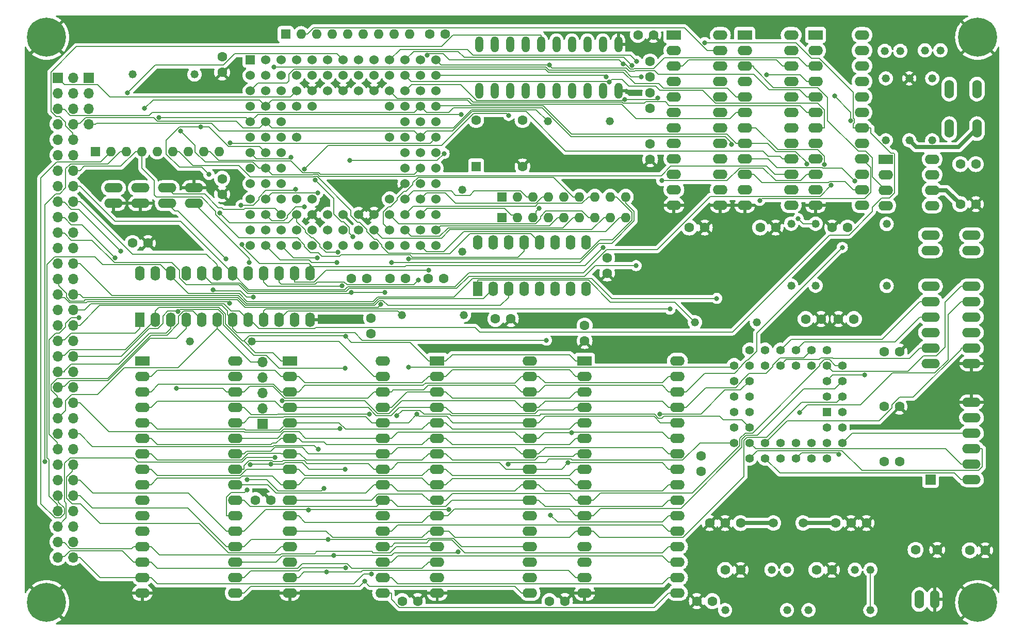
<source format=gbr>
G04 #@! TF.GenerationSoftware,KiCad,Pcbnew,7.0.9*
G04 #@! TF.CreationDate,2024-01-01T11:47:32+00:00*
G04 #@! TF.ProjectId,rosco_m68k,726f7363-6f5f-46d3-9638-6b2e6b696361,030-2.00*
G04 #@! TF.SameCoordinates,Original*
G04 #@! TF.FileFunction,Copper,L1,Top*
G04 #@! TF.FilePolarity,Positive*
%FSLAX46Y46*%
G04 Gerber Fmt 4.6, Leading zero omitted, Abs format (unit mm)*
G04 Created by KiCad (PCBNEW 7.0.9) date 2024-01-01 11:47:32*
%MOMM*%
%LPD*%
G01*
G04 APERTURE LIST*
G04 #@! TA.AperFunction,ComponentPad*
%ADD10C,6.400000*%
G04 #@! TD*
G04 #@! TA.AperFunction,ComponentPad*
%ADD11O,1.524000X3.048000*%
G04 #@! TD*
G04 #@! TA.AperFunction,ComponentPad*
%ADD12C,1.320800*%
G04 #@! TD*
G04 #@! TA.AperFunction,ComponentPad*
%ADD13C,1.600200*%
G04 #@! TD*
G04 #@! TA.AperFunction,ComponentPad*
%ADD14R,1.422400X1.422400*%
G04 #@! TD*
G04 #@! TA.AperFunction,ComponentPad*
%ADD15C,1.422400*%
G04 #@! TD*
G04 #@! TA.AperFunction,ComponentPad*
%ADD16R,2.400000X1.600000*%
G04 #@! TD*
G04 #@! TA.AperFunction,ComponentPad*
%ADD17O,2.400000X1.600000*%
G04 #@! TD*
G04 #@! TA.AperFunction,ComponentPad*
%ADD18O,3.048000X1.524000*%
G04 #@! TD*
G04 #@! TA.AperFunction,ComponentPad*
%ADD19C,1.500000*%
G04 #@! TD*
G04 #@! TA.AperFunction,ComponentPad*
%ADD20R,1.600000X1.600000*%
G04 #@! TD*
G04 #@! TA.AperFunction,ComponentPad*
%ADD21C,1.600000*%
G04 #@! TD*
G04 #@! TA.AperFunction,ComponentPad*
%ADD22R,1.700000X1.700000*%
G04 #@! TD*
G04 #@! TA.AperFunction,ComponentPad*
%ADD23O,1.700000X1.700000*%
G04 #@! TD*
G04 #@! TA.AperFunction,ComponentPad*
%ADD24R,1.600000X2.400000*%
G04 #@! TD*
G04 #@! TA.AperFunction,ComponentPad*
%ADD25O,1.600000X2.400000*%
G04 #@! TD*
G04 #@! TA.AperFunction,ComponentPad*
%ADD26R,1.524000X1.524000*%
G04 #@! TD*
G04 #@! TA.AperFunction,ComponentPad*
%ADD27C,1.524000*%
G04 #@! TD*
G04 #@! TA.AperFunction,ComponentPad*
%ADD28O,1.600000X1.600000*%
G04 #@! TD*
G04 #@! TA.AperFunction,ComponentPad*
%ADD29O,1.320800X2.641600*%
G04 #@! TD*
G04 #@! TA.AperFunction,ViaPad*
%ADD30C,0.800000*%
G04 #@! TD*
G04 #@! TA.AperFunction,Conductor*
%ADD31C,0.152000*%
G04 #@! TD*
G04 #@! TA.AperFunction,Conductor*
%ADD32C,0.152400*%
G04 #@! TD*
G04 #@! TA.AperFunction,Conductor*
%ADD33C,0.650000*%
G04 #@! TD*
G04 APERTURE END LIST*
D10*
X71500000Y-151500000D03*
X71500000Y-58700000D03*
X224300000Y-151500000D03*
D11*
X219659400Y-73701200D03*
X219659400Y-67198800D03*
X224180600Y-73701200D03*
X224180600Y-67198800D03*
D10*
X224300000Y-58700000D03*
D12*
X163920000Y-72520000D03*
X153760000Y-72520000D03*
D13*
X180306000Y-138443000D03*
X182846000Y-138443000D03*
X185386000Y-138443000D03*
X163495000Y-94930000D03*
X163495000Y-97470000D03*
X100300000Y-81930000D03*
X100300000Y-84470000D03*
X159800000Y-106019000D03*
X159800000Y-108559000D03*
X223005000Y-142925000D03*
X225545000Y-142925000D03*
X85596000Y-92484000D03*
X88136000Y-92484000D03*
X208946000Y-119329500D03*
X211486000Y-119329500D03*
X168547000Y-58300000D03*
X171087000Y-58300000D03*
X176980000Y-89929000D03*
X179520000Y-89929000D03*
X188606700Y-89929000D03*
X191146700Y-89929000D03*
X208946000Y-128363000D03*
X211486000Y-128363000D03*
X214122000Y-142850000D03*
X217678000Y-142850000D03*
D14*
X199572000Y-120199000D03*
D15*
X202112000Y-117659000D03*
X199572000Y-117659000D03*
X202112000Y-115119000D03*
X199572000Y-115119000D03*
X202112000Y-112579000D03*
X199572000Y-110039000D03*
X199572000Y-112579000D03*
X197032000Y-110039000D03*
X197032000Y-112579000D03*
X194492000Y-110039000D03*
X194492000Y-112579000D03*
X191952000Y-110039000D03*
X191952000Y-112579000D03*
X189412000Y-110039000D03*
X189412000Y-112579000D03*
X186872000Y-110039000D03*
X184332000Y-112579000D03*
X186872000Y-112579000D03*
X184332000Y-115119000D03*
X186872000Y-115119000D03*
X184332000Y-117659000D03*
X186872000Y-117659000D03*
X184332000Y-120199000D03*
X186872000Y-120199000D03*
X184332000Y-122739000D03*
X186872000Y-122739000D03*
X184332000Y-125279000D03*
X186872000Y-127819000D03*
X186872000Y-125279000D03*
X189412000Y-127819000D03*
X189412000Y-125279000D03*
X191952000Y-127819000D03*
X191952000Y-125279000D03*
X194492000Y-127819000D03*
X194492000Y-125279000D03*
X197032000Y-127819000D03*
X197032000Y-125279000D03*
X199572000Y-127819000D03*
X202112000Y-125279000D03*
X199572000Y-125279000D03*
X202112000Y-122739000D03*
X199572000Y-122739000D03*
X202112000Y-120199000D03*
D16*
X186076700Y-58324800D03*
D17*
X186076700Y-60864800D03*
X186076700Y-63404800D03*
X186076700Y-65944800D03*
X186076700Y-68484800D03*
X186076700Y-71024800D03*
X186076700Y-73564800D03*
X186076700Y-76104800D03*
X186076700Y-78644800D03*
X186076700Y-81184800D03*
X186076700Y-83724800D03*
X186076700Y-86264800D03*
X193696700Y-86264800D03*
X193696700Y-83724800D03*
X193696700Y-81184800D03*
X193696700Y-78644800D03*
X193696700Y-76104800D03*
X193696700Y-73564800D03*
X193696700Y-71024800D03*
X193696700Y-68484800D03*
X193696700Y-65944800D03*
X193696700Y-63404800D03*
X193696700Y-60864800D03*
X193696700Y-58324800D03*
D18*
X223300000Y-91159000D03*
X223300000Y-93699000D03*
D12*
X211600000Y-60930000D03*
X209060000Y-60930000D03*
X218200000Y-60840000D03*
X215660000Y-60840000D03*
D19*
X190772000Y-138442000D03*
X195652000Y-138442000D03*
D20*
X141990000Y-79910000D03*
D21*
X149610000Y-79910000D03*
X149610000Y-72290000D03*
X141990000Y-72290000D03*
D16*
X159800000Y-111823600D03*
D17*
X159800000Y-114363600D03*
X159800000Y-116903600D03*
X159800000Y-119443600D03*
X159800000Y-121983600D03*
X159800000Y-124523600D03*
X159800000Y-127063600D03*
X159800000Y-129603600D03*
X159800000Y-132143600D03*
X159800000Y-134683600D03*
X159800000Y-137223600D03*
X159800000Y-139763600D03*
X159800000Y-142303600D03*
X159800000Y-144843600D03*
X159800000Y-147383600D03*
X159800000Y-149923600D03*
X175040000Y-149923600D03*
X175040000Y-147383600D03*
X175040000Y-144843600D03*
X175040000Y-142303600D03*
X175040000Y-139763600D03*
X175040000Y-137223600D03*
X175040000Y-134683600D03*
X175040000Y-132143600D03*
X175040000Y-129603600D03*
X175040000Y-127063600D03*
X175040000Y-124523600D03*
X175040000Y-121983600D03*
X175040000Y-119443600D03*
X175040000Y-116903600D03*
X175040000Y-114363600D03*
X175040000Y-111823600D03*
D16*
X135600000Y-111823600D03*
D17*
X135600000Y-114363600D03*
X135600000Y-116903600D03*
X135600000Y-119443600D03*
X135600000Y-121983600D03*
X135600000Y-124523600D03*
X135600000Y-127063600D03*
X135600000Y-129603600D03*
X135600000Y-132143600D03*
X135600000Y-134683600D03*
X135600000Y-137223600D03*
X135600000Y-139763600D03*
X135600000Y-142303600D03*
X135600000Y-144843600D03*
X135600000Y-147383600D03*
X135600000Y-149923600D03*
X150840000Y-149923600D03*
X150840000Y-147383600D03*
X150840000Y-144843600D03*
X150840000Y-142303600D03*
X150840000Y-139763600D03*
X150840000Y-137223600D03*
X150840000Y-134683600D03*
X150840000Y-132143600D03*
X150840000Y-129603600D03*
X150840000Y-127063600D03*
X150840000Y-124523600D03*
X150840000Y-121983600D03*
X150840000Y-119443600D03*
X150840000Y-116903600D03*
X150840000Y-114363600D03*
X150840000Y-111823600D03*
D16*
X111400000Y-111823600D03*
D17*
X111400000Y-114363600D03*
X111400000Y-116903600D03*
X111400000Y-119443600D03*
X111400000Y-121983600D03*
X111400000Y-124523600D03*
X111400000Y-127063600D03*
X111400000Y-129603600D03*
X111400000Y-132143600D03*
X111400000Y-134683600D03*
X111400000Y-137223600D03*
X111400000Y-139763600D03*
X111400000Y-142303600D03*
X111400000Y-144843600D03*
X111400000Y-147383600D03*
X111400000Y-149923600D03*
X126640000Y-149923600D03*
X126640000Y-147383600D03*
X126640000Y-144843600D03*
X126640000Y-142303600D03*
X126640000Y-139763600D03*
X126640000Y-137223600D03*
X126640000Y-134683600D03*
X126640000Y-132143600D03*
X126640000Y-129603600D03*
X126640000Y-127063600D03*
X126640000Y-124523600D03*
X126640000Y-121983600D03*
X126640000Y-119443600D03*
X126640000Y-116903600D03*
X126640000Y-114363600D03*
X126640000Y-111823600D03*
D22*
X73325000Y-65350000D03*
D23*
X75865000Y-65350000D03*
X73325000Y-67890000D03*
X75865000Y-67890000D03*
X73325000Y-70430000D03*
X75865000Y-70430000D03*
X73325000Y-72970000D03*
X75865000Y-72970000D03*
X73325000Y-75510000D03*
X75865000Y-75510000D03*
X73325000Y-78050000D03*
X75865000Y-78050000D03*
X73325000Y-80590000D03*
X75865000Y-80590000D03*
X73325000Y-83130000D03*
X75865000Y-83130000D03*
X73325000Y-85670000D03*
X75865000Y-85670000D03*
X73325000Y-88210000D03*
X75865000Y-88210000D03*
X73325000Y-90750000D03*
X75865000Y-90750000D03*
X73325000Y-93290000D03*
X75865000Y-93290000D03*
X73325000Y-95830000D03*
X75865000Y-95830000D03*
X73325000Y-98370000D03*
X75865000Y-98370000D03*
X73325000Y-100910000D03*
X75865000Y-100910000D03*
X73325000Y-103450000D03*
X75865000Y-103450000D03*
X73325000Y-105990000D03*
X75865000Y-105990000D03*
X73325000Y-108530000D03*
X75865000Y-108530000D03*
X73325000Y-111070000D03*
X75865000Y-111070000D03*
X73325000Y-113610000D03*
X75865000Y-113610000D03*
X73325000Y-116150000D03*
X75865000Y-116150000D03*
X73325000Y-118690000D03*
X75865000Y-118690000D03*
X73325000Y-121230000D03*
X75865000Y-121230000D03*
X73325000Y-123770000D03*
X75865000Y-123770000D03*
X73325000Y-126310000D03*
X75865000Y-126310000D03*
X73325000Y-128850000D03*
X75865000Y-128850000D03*
X73325000Y-131390000D03*
X75865000Y-131390000D03*
X73325000Y-133930000D03*
X75865000Y-133930000D03*
X73325000Y-136470000D03*
X75865000Y-136470000D03*
X73325000Y-139010000D03*
X75865000Y-139010000D03*
X73325000Y-141550000D03*
X75865000Y-141550000D03*
X73325000Y-144090000D03*
X75865000Y-144090000D03*
D12*
X139980000Y-104324000D03*
X129820000Y-104324000D03*
D16*
X174450000Y-58324800D03*
D17*
X174450000Y-60864800D03*
X174450000Y-63404800D03*
X174450000Y-65944800D03*
X174450000Y-68484800D03*
X174450000Y-71024800D03*
X174450000Y-73564800D03*
X174450000Y-76104800D03*
X174450000Y-78644800D03*
X174450000Y-81184800D03*
X174450000Y-83724800D03*
X174450000Y-86264800D03*
X182070000Y-86264800D03*
X182070000Y-83724800D03*
X182070000Y-81184800D03*
X182070000Y-78644800D03*
X182070000Y-76104800D03*
X182070000Y-73564800D03*
X182070000Y-71024800D03*
X182070000Y-68484800D03*
X182070000Y-65944800D03*
X182070000Y-63404800D03*
X182070000Y-60864800D03*
X182070000Y-58324800D03*
D13*
X178918000Y-129962000D03*
X178918000Y-127422000D03*
X124750000Y-107370000D03*
X124750000Y-104830000D03*
X206050000Y-138443000D03*
X203510000Y-138443000D03*
X200970000Y-138443000D03*
X223999000Y-79525000D03*
X221459000Y-79525000D03*
X196069000Y-104952000D03*
X198609000Y-104952000D03*
D18*
X223300000Y-131310000D03*
X223300000Y-128770000D03*
X223300000Y-126230000D03*
X223300000Y-123690000D03*
X223300000Y-121150000D03*
X223300000Y-118610000D03*
D13*
X208946000Y-110296000D03*
X211486000Y-110296000D03*
X145149000Y-104943000D03*
X147689000Y-104943000D03*
D18*
X216564000Y-112258000D03*
X216564000Y-109718000D03*
X216564000Y-107178000D03*
X216564000Y-104638000D03*
X216564000Y-102098000D03*
X216564000Y-99558000D03*
X223300000Y-112258000D03*
X223300000Y-109718000D03*
X223300000Y-107178000D03*
X223300000Y-104638000D03*
X223300000Y-102098000D03*
X223300000Y-99558000D03*
D11*
X214730000Y-151000000D03*
X217270000Y-151000000D03*
D13*
X201455000Y-104952000D03*
X203995000Y-104952000D03*
X100300000Y-64470000D03*
X100300000Y-61930000D03*
X170550000Y-76203000D03*
X170550000Y-78743000D03*
D16*
X209230000Y-78724800D03*
D17*
X209230000Y-81264800D03*
X209230000Y-83804800D03*
X209230000Y-86344800D03*
X216850000Y-86344800D03*
X216850000Y-83804800D03*
X216850000Y-81264800D03*
X216850000Y-78724800D03*
D18*
X216564000Y-91159000D03*
X216564000Y-93699000D03*
D12*
X209362000Y-89353000D03*
X209362000Y-99513000D03*
X213078000Y-65450000D03*
X213078000Y-75610000D03*
X209230000Y-65450000D03*
X209230000Y-75610000D03*
X85596000Y-64798000D03*
X95756000Y-64798000D03*
X216850000Y-65450000D03*
X216850000Y-75610000D03*
D18*
X91296700Y-83430000D03*
X91296700Y-85970000D03*
D12*
X95001000Y-108593000D03*
X105161000Y-108593000D03*
X193006000Y-146120000D03*
X190466000Y-146120000D03*
X206704000Y-146122000D03*
X204164000Y-146122000D03*
X193006000Y-152746000D03*
X182846000Y-152746000D03*
X206704000Y-152746000D03*
X196544000Y-152746000D03*
D18*
X95700000Y-85970000D03*
X95700000Y-83430000D03*
D16*
X87200000Y-111823600D03*
D17*
X87200000Y-114363600D03*
X87200000Y-116903600D03*
X87200000Y-119443600D03*
X87200000Y-121983600D03*
X87200000Y-124523600D03*
X87200000Y-127063600D03*
X87200000Y-129603600D03*
X87200000Y-132143600D03*
X87200000Y-134683600D03*
X87200000Y-137223600D03*
X87200000Y-139763600D03*
X87200000Y-142303600D03*
X87200000Y-144843600D03*
X87200000Y-147383600D03*
X87200000Y-149923600D03*
X102440000Y-149923600D03*
X102440000Y-147383600D03*
X102440000Y-144843600D03*
X102440000Y-142303600D03*
X102440000Y-139763600D03*
X102440000Y-137223600D03*
X102440000Y-134683600D03*
X102440000Y-132143600D03*
X102440000Y-129603600D03*
X102440000Y-127063600D03*
X102440000Y-124523600D03*
X102440000Y-121983600D03*
X102440000Y-119443600D03*
X102440000Y-116903600D03*
X102440000Y-114363600D03*
X102440000Y-111823600D03*
D13*
X221459000Y-86101000D03*
X223999000Y-86101000D03*
X182846000Y-146143000D03*
X185386000Y-146143000D03*
X202959000Y-89929000D03*
X200419000Y-89929000D03*
D16*
X197703300Y-58324800D03*
D17*
X197703300Y-60864800D03*
X197703300Y-63404800D03*
X197703300Y-65944800D03*
X197703300Y-68484800D03*
X197703300Y-71024800D03*
X197703300Y-73564800D03*
X197703300Y-76104800D03*
X197703300Y-78644800D03*
X197703300Y-81184800D03*
X197703300Y-83724800D03*
X197703300Y-86264800D03*
X205323300Y-86264800D03*
X205323300Y-83724800D03*
X205323300Y-81184800D03*
X205323300Y-78644800D03*
X205323300Y-76104800D03*
X205323300Y-73564800D03*
X205323300Y-71024800D03*
X205323300Y-68484800D03*
X205323300Y-65944800D03*
X205323300Y-63404800D03*
X205323300Y-60864800D03*
X205323300Y-58324800D03*
D12*
X197703300Y-89303000D03*
X197703300Y-99463000D03*
D13*
X170550000Y-67810000D03*
X170550000Y-70350000D03*
X170543000Y-62680000D03*
X170543000Y-65220000D03*
D24*
X86787000Y-105081000D03*
D25*
X89327000Y-105081000D03*
X91867000Y-105081000D03*
X94407000Y-105081000D03*
X96947000Y-105081000D03*
X99487000Y-105081000D03*
X102027000Y-105081000D03*
X104567000Y-105081000D03*
X107107000Y-105081000D03*
X109647000Y-105081000D03*
X112187000Y-105081000D03*
X114727000Y-105081000D03*
X114727000Y-97461000D03*
X112187000Y-97461000D03*
X109647000Y-97461000D03*
X107107000Y-97461000D03*
X104567000Y-97461000D03*
X102027000Y-97461000D03*
X99487000Y-97461000D03*
X96947000Y-97461000D03*
X94407000Y-97461000D03*
X91867000Y-97461000D03*
X89327000Y-97461000D03*
X86787000Y-97461000D03*
D22*
X106971000Y-122147000D03*
D23*
X106971000Y-119607000D03*
X106971000Y-117067000D03*
X106971000Y-114527000D03*
X106971000Y-111987000D03*
D13*
X180750000Y-151263000D03*
X178210000Y-151263000D03*
X154030000Y-151263000D03*
X156570000Y-151263000D03*
X129852000Y-151263000D03*
X132392000Y-151263000D03*
X105763600Y-134673400D03*
X108303600Y-134673400D03*
D12*
X193696700Y-89303000D03*
X193696700Y-99463000D03*
D22*
X216564000Y-131310000D03*
D24*
X142225000Y-100025000D03*
D25*
X144765000Y-100025000D03*
X147305000Y-100025000D03*
X149845000Y-100025000D03*
X152385000Y-100025000D03*
X154925000Y-100025000D03*
X157465000Y-100025000D03*
X160005000Y-100025000D03*
X160005000Y-92405000D03*
X157465000Y-92405000D03*
X154925000Y-92405000D03*
X152385000Y-92405000D03*
X149845000Y-92405000D03*
X147305000Y-92405000D03*
X144765000Y-92405000D03*
X142225000Y-92405000D03*
D12*
X139700000Y-93880000D03*
X139700000Y-83720000D03*
X188080000Y-105500000D03*
X177920000Y-105500000D03*
D13*
X197840000Y-146143000D03*
X200380000Y-146143000D03*
D18*
X82490000Y-83430000D03*
X82490000Y-85970000D03*
D22*
X78405000Y-65350000D03*
D23*
X78405000Y-67890000D03*
X78405000Y-70430000D03*
X78405000Y-72970000D03*
D26*
X104930000Y-62420000D03*
D27*
X107470000Y-62420000D03*
X110010000Y-62420000D03*
X112550000Y-62420000D03*
X115090000Y-62420000D03*
X117630000Y-62420000D03*
X120170000Y-62420000D03*
X122710000Y-62420000D03*
X125250000Y-62420000D03*
X127790000Y-62420000D03*
X130330000Y-62420000D03*
X132870000Y-62420000D03*
X135410000Y-62420000D03*
X104930000Y-64960000D03*
X107470000Y-64960000D03*
X110010000Y-64960000D03*
X112550000Y-64960000D03*
X115090000Y-64960000D03*
X117630000Y-64960000D03*
X120170000Y-64960000D03*
X122710000Y-64960000D03*
X125250000Y-64960000D03*
X127790000Y-64960000D03*
X130330000Y-64960000D03*
X132870000Y-64960000D03*
X135410000Y-64960000D03*
X104930000Y-67500000D03*
X107470000Y-67500000D03*
X110010000Y-67500000D03*
X112550000Y-67500000D03*
X115090000Y-67500000D03*
X117630000Y-67500000D03*
X120170000Y-67500000D03*
X122710000Y-67500000D03*
X125250000Y-67500000D03*
X127790000Y-67500000D03*
X130330000Y-67500000D03*
X132870000Y-67500000D03*
X135410000Y-67500000D03*
X104930000Y-70040000D03*
X107470000Y-70040000D03*
X110010000Y-70040000D03*
X112550000Y-70040000D03*
X115090000Y-70040000D03*
X127790000Y-70040000D03*
X130330000Y-70040000D03*
X132870000Y-70040000D03*
X135410000Y-70040000D03*
X104930000Y-72580000D03*
X107470000Y-72580000D03*
X110010000Y-72580000D03*
X130330000Y-72580000D03*
X132870000Y-72580000D03*
X135410000Y-72580000D03*
X104930000Y-75120000D03*
X107470000Y-75120000D03*
X110010000Y-75120000D03*
X112550000Y-75120000D03*
X127790000Y-75120000D03*
X130330000Y-75120000D03*
X132870000Y-75120000D03*
X135410000Y-75120000D03*
X104930000Y-77660000D03*
X107470000Y-77660000D03*
X110010000Y-77660000D03*
X130330000Y-77660000D03*
X132870000Y-77660000D03*
X135410000Y-77660000D03*
X104930000Y-80200000D03*
X107470000Y-80200000D03*
X110010000Y-80200000D03*
X130330000Y-80200000D03*
X132870000Y-80200000D03*
X135410000Y-80200000D03*
X104930000Y-82740000D03*
X107470000Y-82740000D03*
X110010000Y-82740000D03*
X130330000Y-82740000D03*
X132870000Y-82740000D03*
X135410000Y-82740000D03*
X104930000Y-85280000D03*
X107470000Y-85280000D03*
X110010000Y-85280000D03*
X112550000Y-85280000D03*
X115090000Y-85280000D03*
X127790000Y-85280000D03*
X130330000Y-85280000D03*
X132870000Y-85280000D03*
X135410000Y-85280000D03*
X104930000Y-87820000D03*
X107470000Y-87820000D03*
X110010000Y-87820000D03*
X112550000Y-87820000D03*
X115090000Y-87820000D03*
X117630000Y-87820000D03*
X120170000Y-87820000D03*
X122710000Y-87820000D03*
X125250000Y-87820000D03*
X127790000Y-87820000D03*
X130330000Y-87820000D03*
X132870000Y-87820000D03*
X135410000Y-87820000D03*
X104930000Y-90360000D03*
X107470000Y-90360000D03*
X110010000Y-90360000D03*
X112550000Y-90360000D03*
X115090000Y-90360000D03*
X117630000Y-90360000D03*
X120170000Y-90360000D03*
X122710000Y-90360000D03*
X125250000Y-90360000D03*
X127790000Y-90360000D03*
X130330000Y-90360000D03*
X132870000Y-90360000D03*
X135410000Y-90360000D03*
X104930000Y-92900000D03*
X107470000Y-92900000D03*
X110010000Y-92900000D03*
X112550000Y-92900000D03*
X115090000Y-92900000D03*
X117630000Y-92900000D03*
X120170000Y-92900000D03*
X122710000Y-92900000D03*
X125250000Y-92900000D03*
X127790000Y-92900000D03*
X130330000Y-92900000D03*
X132870000Y-92900000D03*
X135410000Y-92900000D03*
D13*
X134366000Y-58166000D03*
X136906000Y-58166000D03*
D20*
X110729000Y-58166000D03*
D28*
X113269000Y-58166000D03*
X115809000Y-58166000D03*
X118349000Y-58166000D03*
X120889000Y-58166000D03*
X123429000Y-58166000D03*
X125969000Y-58166000D03*
X128509000Y-58166000D03*
X131049000Y-58166000D03*
D13*
X134130000Y-98300000D03*
X136670000Y-98300000D03*
D20*
X146225000Y-88300000D03*
D28*
X148765000Y-88300000D03*
X151305000Y-88300000D03*
X153845000Y-88300000D03*
X156385000Y-88300000D03*
X158925000Y-88300000D03*
X161465000Y-88300000D03*
X164005000Y-88300000D03*
X166545000Y-88300000D03*
D13*
X127830000Y-98300000D03*
X130370000Y-98300000D03*
D20*
X146225000Y-84900000D03*
D28*
X148765000Y-84900000D03*
X151305000Y-84900000D03*
X153845000Y-84900000D03*
X156385000Y-84900000D03*
X158925000Y-84900000D03*
X161465000Y-84900000D03*
X164005000Y-84900000D03*
X166545000Y-84900000D03*
D29*
X142470000Y-67510000D03*
X145010000Y-67510000D03*
X147550000Y-67510000D03*
X150090000Y-67510000D03*
X152630000Y-67510000D03*
X155170000Y-67510000D03*
X157710000Y-67510000D03*
X160250000Y-67510000D03*
X162790000Y-67510000D03*
X165330000Y-67510000D03*
X165330000Y-59890000D03*
X162790000Y-59890000D03*
X160250000Y-59890000D03*
X157710000Y-59890000D03*
X155170000Y-59890000D03*
X152630000Y-59890000D03*
X150090000Y-59890000D03*
X147550000Y-59890000D03*
X145010000Y-59890000D03*
X142470000Y-59890000D03*
D20*
X79490000Y-77460000D03*
D28*
X82030000Y-77460000D03*
X84570000Y-77460000D03*
X87110000Y-77460000D03*
X89650000Y-77460000D03*
X92190000Y-77460000D03*
X94730000Y-77460000D03*
X97270000Y-77460000D03*
X99810000Y-77460000D03*
D18*
X86893300Y-83430000D03*
X86893300Y-85970000D03*
D13*
X121530000Y-98300000D03*
X124070000Y-98300000D03*
D30*
X181474400Y-101578400D03*
X96798700Y-73413300D03*
X98140000Y-81240000D03*
X71254600Y-128319000D03*
X194860000Y-88471100D03*
X76802300Y-104720000D03*
X89964400Y-71848300D03*
X139572900Y-71359700D03*
X179511300Y-59568900D03*
X153520800Y-108442300D03*
X162801769Y-93243125D03*
X103567300Y-92702800D03*
X169045300Y-65169000D03*
X108806500Y-63618900D03*
X87578100Y-70402000D03*
X104367200Y-133011100D03*
X119951400Y-99499300D03*
X132513800Y-98594800D03*
X134212300Y-96925200D03*
X154205100Y-137125400D03*
X200279700Y-83006000D03*
X98854800Y-100169600D03*
X105382600Y-101364500D03*
X93508600Y-74114100D03*
X109006100Y-127677900D03*
X110137900Y-118391200D03*
X173800100Y-103319600D03*
X163361400Y-65223100D03*
X166115300Y-63084500D03*
X133974000Y-61641200D03*
X171770500Y-68650800D03*
X166396600Y-68899400D03*
X83697200Y-93805200D03*
X157665400Y-123585200D03*
X189673900Y-64865700D03*
X82739100Y-94930000D03*
X153979300Y-63254600D03*
X126985300Y-100568100D03*
X121517100Y-100568100D03*
X157076300Y-128562500D03*
X163872199Y-66024685D03*
X126355100Y-102566700D03*
X132270500Y-120606500D03*
X167563000Y-63328100D03*
X172470000Y-82248300D03*
X124457100Y-120533400D03*
X101492200Y-102388700D03*
X168313700Y-62619800D03*
X188535200Y-85479000D03*
X204127800Y-82329900D03*
X183892200Y-76261700D03*
X196230500Y-79485200D03*
X199185800Y-79566600D03*
X118633100Y-143755400D03*
X139010800Y-143167400D03*
X117683600Y-141111100D03*
X172122900Y-120528100D03*
X137509000Y-136194500D03*
X114476600Y-136345200D03*
X117451100Y-146486500D03*
X115886600Y-94935500D03*
X116078600Y-126358200D03*
X117044600Y-132767300D03*
X104381100Y-131344600D03*
X119119400Y-95698100D03*
X119617400Y-122982200D03*
X108265900Y-128823400D03*
X104946000Y-128905900D03*
X120470400Y-129658000D03*
X99872300Y-87556100D03*
X119308800Y-94012100D03*
X93028700Y-103706800D03*
X120492800Y-113048200D03*
X84739000Y-67847400D03*
X112400800Y-83634400D03*
X103413900Y-86269700D03*
X120540400Y-107817200D03*
X115618100Y-82164800D03*
X92778800Y-116312000D03*
X202088400Y-93205900D03*
X121798400Y-91462600D03*
X147221900Y-128756800D03*
X130864400Y-112852500D03*
X124817800Y-146831200D03*
X128948700Y-120860500D03*
X123691800Y-148026800D03*
X120545700Y-145807100D03*
X168245200Y-96200000D03*
X104733200Y-95695800D03*
X201522500Y-127198000D03*
X195087400Y-120337300D03*
X205728900Y-114165300D03*
X203453100Y-72435700D03*
X200815700Y-68370400D03*
X100904800Y-95081800D03*
X113764600Y-86553100D03*
X147333900Y-71546300D03*
X113800700Y-80346600D03*
X136733700Y-77772500D03*
X115983300Y-84276200D03*
X121265500Y-78930000D03*
X101622300Y-76018600D03*
X111619000Y-78371900D03*
X152292200Y-86787400D03*
X128143100Y-95689600D03*
X130895700Y-95059300D03*
D31*
X104414400Y-102107600D02*
X125051788Y-102107600D01*
X72839700Y-94747200D02*
X71565100Y-96021800D01*
X164239600Y-101578400D02*
X181474400Y-101578400D01*
X125836188Y-101323200D02*
X138312000Y-101323200D01*
X101350400Y-76657100D02*
X98106600Y-73413300D01*
X73213200Y-135391100D02*
X73213200Y-136358200D01*
X90212700Y-96032100D02*
X80733200Y-96032100D01*
X103102900Y-100796100D02*
X104414400Y-102107600D01*
X96798700Y-73413300D02*
X93279000Y-73413300D01*
X71565100Y-96021800D02*
X71565100Y-127740100D01*
X91867000Y-97911800D02*
X94751300Y-100796100D01*
X93287000Y-80033800D02*
X96933800Y-80033800D01*
X96933800Y-80033800D02*
X98140000Y-81240000D01*
X106467100Y-76657100D02*
X101350400Y-76657100D01*
X94751300Y-100796100D02*
X103102900Y-100796100D01*
X91117600Y-77864400D02*
X93287000Y-80033800D01*
X107470000Y-77660000D02*
X106467100Y-76657100D01*
X93279000Y-73413300D02*
X91117600Y-75574700D01*
X80733200Y-96032100D02*
X79448300Y-94747200D01*
X160935500Y-98274300D02*
X164239600Y-101578400D01*
X79448300Y-94747200D02*
X72839700Y-94747200D01*
X141360900Y-98274300D02*
X160935500Y-98274300D01*
X71565100Y-127740100D02*
X71883500Y-128058500D01*
X91117600Y-75574700D02*
X91117600Y-77864400D01*
X138312000Y-101323200D02*
X141360900Y-98274300D01*
X71883500Y-134061400D02*
X73213200Y-135391100D01*
X71883500Y-128058500D02*
X71883500Y-134061400D01*
X91867000Y-97686400D02*
X90212700Y-96032100D01*
X98106600Y-73413300D02*
X96798700Y-73413300D01*
X125051788Y-102107600D02*
X125836188Y-101323200D01*
X81516800Y-79484300D02*
X75413800Y-79484300D01*
X74595000Y-80303100D02*
X74595000Y-83434100D01*
X75413800Y-79484300D02*
X74595000Y-80303100D01*
X83541100Y-77460000D02*
X81516800Y-79484300D01*
X74595000Y-83434100D02*
X73629100Y-84400000D01*
X73629100Y-84400000D02*
X73024700Y-84400000D01*
X84570000Y-77460000D02*
X83541100Y-77460000D01*
X73024700Y-84400000D02*
X71254600Y-86170100D01*
X71254600Y-86170100D02*
X71254600Y-128319000D01*
X73159200Y-79151100D02*
X80338900Y-79151100D01*
X72870900Y-137596300D02*
X70554400Y-135279800D01*
X80338900Y-79151100D02*
X82030000Y-77460000D01*
X74403900Y-136952100D02*
X73759700Y-137596300D01*
X73435800Y-134040800D02*
X73435800Y-135008900D01*
X70554400Y-81755900D02*
X73159200Y-79151100D01*
X73435800Y-135008900D02*
X74403900Y-135977000D01*
X70554400Y-135279800D02*
X70554400Y-81755900D01*
X74403900Y-135977000D02*
X74403900Y-136952100D01*
X73759700Y-137596300D02*
X72870900Y-137596300D01*
X191841500Y-78218500D02*
X192267800Y-78644800D01*
X197703300Y-89303000D02*
X195691900Y-89303000D01*
X78405000Y-72970000D02*
X79483900Y-72970000D01*
X132870000Y-75120000D02*
X133860900Y-74129100D01*
X132870000Y-75120000D02*
X131823000Y-74073000D01*
X133860900Y-74129100D02*
X138125600Y-74129100D01*
X99829000Y-74073000D02*
X98540300Y-72784300D01*
X98540300Y-72784300D02*
X79669600Y-72784300D01*
X131823000Y-74073000D02*
X99829000Y-74073000D01*
X189900900Y-78218500D02*
X191841500Y-78218500D01*
X193696700Y-78644800D02*
X192267800Y-78644800D01*
X156665300Y-77374800D02*
X189057200Y-77374800D01*
X150198100Y-70907600D02*
X156665300Y-77374800D01*
X79669600Y-72784300D02*
X79483900Y-72970000D01*
X138125600Y-74129100D02*
X141347100Y-70907600D01*
X195691900Y-89303000D02*
X194860000Y-88471100D01*
X189057200Y-77374800D02*
X189900900Y-78218500D01*
X141347100Y-70907600D02*
X150198100Y-70907600D01*
X75560900Y-104720000D02*
X74595000Y-105685900D01*
X71894700Y-108375900D02*
X71894700Y-123912600D01*
X73010600Y-107260000D02*
X71894700Y-108375900D01*
X115343100Y-57120800D02*
X176161200Y-57120800D01*
X74595000Y-105685900D02*
X74595000Y-106269000D01*
X179905200Y-60864800D02*
X182070000Y-60864800D01*
X114297900Y-58166000D02*
X115343100Y-57120800D01*
X73213200Y-125231100D02*
X73213200Y-126198200D01*
X74595000Y-106269000D02*
X73604000Y-107260000D01*
X113269000Y-58166000D02*
X114297900Y-58166000D01*
X71894700Y-123912600D02*
X73213200Y-125231100D01*
X176161200Y-57120800D02*
X179905200Y-60864800D01*
X73604000Y-107260000D02*
X73010600Y-107260000D01*
X76802300Y-104720000D02*
X75560900Y-104720000D01*
X104930000Y-72580000D02*
X104198300Y-71848300D01*
X104198300Y-71848300D02*
X89964400Y-71848300D01*
X106150300Y-71359700D02*
X139572900Y-71359700D01*
X104930000Y-72580000D02*
X106150300Y-71359700D01*
X106339500Y-106509900D02*
X115451000Y-106509900D01*
X208582000Y-85074800D02*
X209841700Y-85074800D01*
X104567000Y-104737400D02*
X106339500Y-106509900D01*
X203894400Y-71987600D02*
X203894400Y-67722000D01*
X209841700Y-85074800D02*
X210679300Y-84237200D01*
X210524800Y-77695900D02*
X210039100Y-77695900D01*
X204082000Y-72696200D02*
X204082000Y-72175200D01*
X115451000Y-106509900D02*
X115640200Y-106320700D01*
X141791700Y-106320700D02*
X142550900Y-107079900D01*
X210679300Y-84237200D02*
X210679300Y-77850400D01*
X103138100Y-103652100D02*
X104567000Y-105081000D01*
X210039100Y-77695900D02*
X206752200Y-74409000D01*
X100575300Y-102432500D02*
X101794900Y-103652100D01*
X197045800Y-62134800D02*
X194479900Y-59568900D01*
X206752200Y-74409000D02*
X206752200Y-73564800D01*
X194479900Y-59568900D02*
X179511300Y-59568900D01*
X199985600Y-91165600D02*
X203191000Y-91165600D01*
X207055600Y-87301000D02*
X207055600Y-86601200D01*
X205323300Y-73564800D02*
X203894400Y-73564800D01*
X142550900Y-107079900D02*
X184071300Y-107079900D01*
X204082000Y-72175200D02*
X203894400Y-71987600D01*
X78770800Y-102432500D02*
X100575300Y-102432500D01*
X210679300Y-77850400D02*
X210524800Y-77695900D01*
X205323300Y-73564800D02*
X206752200Y-73564800D01*
X198307200Y-62134800D02*
X197045800Y-62134800D01*
X203894400Y-73564800D02*
X203894400Y-72883800D01*
X184071300Y-107079900D02*
X199985600Y-91165600D01*
X203894400Y-67722000D02*
X198307200Y-62134800D01*
X203894400Y-72883800D02*
X204082000Y-72696200D01*
X75865000Y-103450000D02*
X77753300Y-103450000D01*
X101794900Y-103652100D02*
X103138100Y-103652100D01*
X207055600Y-86601200D02*
X208582000Y-85074800D01*
X77753300Y-103450000D02*
X78770800Y-102432500D01*
X115640200Y-106320700D02*
X141791700Y-106320700D01*
X203191000Y-91165600D02*
X207055600Y-87301000D01*
X102703000Y-107185900D02*
X102027000Y-106509900D01*
X100234600Y-102737400D02*
X101149300Y-103652100D01*
X80196500Y-102737400D02*
X100234600Y-102737400D01*
X75865000Y-105990000D02*
X76943900Y-105990000D01*
X123317200Y-108442300D02*
X122060800Y-107185900D01*
X102027000Y-105081000D02*
X102027000Y-106509900D01*
X101149300Y-103652100D02*
X101149300Y-104203300D01*
X101149300Y-104203300D02*
X102027000Y-105081000D01*
X153520800Y-108442300D02*
X123317200Y-108442300D01*
X122060800Y-107185900D02*
X102703000Y-107185900D01*
X76943900Y-105990000D02*
X80196500Y-102737400D01*
X114727000Y-96033600D02*
X115031200Y-96337800D01*
X115031200Y-96337800D02*
X130284900Y-96337800D01*
X114543100Y-95849700D02*
X106429600Y-95849700D01*
X103567300Y-92987400D02*
X103567300Y-92702800D01*
X114727000Y-96033600D02*
X114543100Y-95849700D01*
X130437300Y-96185400D02*
X159859494Y-96185400D01*
X130284900Y-96337800D02*
X130437300Y-96185400D01*
X114727000Y-97461000D02*
X114727000Y-96033600D01*
X106429600Y-95849700D02*
X103567300Y-92987400D01*
X159859494Y-96185400D02*
X162801769Y-93243125D01*
X167389100Y-65169000D02*
X166337700Y-64117600D01*
X169045300Y-65169000D02*
X167389100Y-65169000D01*
X166337700Y-64117600D02*
X153953000Y-64117600D01*
X153454300Y-63618900D02*
X108806500Y-63618900D01*
X153953000Y-64117600D02*
X153454300Y-63618900D01*
X186076700Y-68484800D02*
X184647800Y-68484800D01*
X111300000Y-65890000D02*
X110960000Y-66230000D01*
X153826700Y-64422500D02*
X153328000Y-63923800D01*
X110960000Y-66230000D02*
X106200000Y-66230000D01*
X183218200Y-67055200D02*
X172727900Y-67055200D01*
X172727900Y-67055200D02*
X172006800Y-66334100D01*
X112110000Y-63923800D02*
X111300000Y-64733800D01*
X172006800Y-66334100D02*
X168041400Y-66334100D01*
X184647800Y-68484800D02*
X183218200Y-67055200D01*
X166129800Y-64422500D02*
X153826700Y-64422500D01*
X111300000Y-64733800D02*
X111300000Y-65890000D01*
X106200000Y-66230000D02*
X104930000Y-67500000D01*
X153328000Y-63923800D02*
X112110000Y-63923800D01*
X168041400Y-66334100D02*
X166129800Y-64422500D01*
X108461400Y-69048600D02*
X140586200Y-69048600D01*
X186076700Y-71024800D02*
X184647800Y-71024800D01*
X140586200Y-69048600D02*
X141207100Y-69669500D01*
X141207100Y-69669500D02*
X165846200Y-69669500D01*
X168232700Y-72056000D02*
X183616600Y-72056000D01*
X106437300Y-69007300D02*
X107470000Y-70040000D01*
X107470000Y-70040000D02*
X108461400Y-69048600D01*
X88972800Y-69007300D02*
X106437300Y-69007300D01*
X165846200Y-69669500D02*
X168232700Y-72056000D01*
X87578100Y-70402000D02*
X88972800Y-69007300D01*
X183616600Y-72056000D02*
X184647800Y-71024800D01*
X102440000Y-137223600D02*
X101011100Y-137223600D01*
X104367200Y-133011100D02*
X103964700Y-133413600D01*
X101814100Y-133413600D02*
X101011100Y-134216600D01*
X101011100Y-134216600D02*
X101011100Y-137223600D01*
X103964700Y-133413600D02*
X101814100Y-133413600D01*
X107780100Y-99563000D02*
X119887700Y-99563000D01*
X107107000Y-98889900D02*
X107780100Y-99563000D01*
X107107000Y-97461000D02*
X107107000Y-98889900D01*
X119887700Y-99563000D02*
X119951400Y-99499300D01*
X115551600Y-99216500D02*
X109973600Y-99216500D01*
X115904400Y-98863700D02*
X115551600Y-99216500D01*
X132513800Y-98594800D02*
X131779200Y-99329400D01*
X109973600Y-99216500D02*
X109647000Y-98889900D01*
X109647000Y-97461000D02*
X109647000Y-98889900D01*
X120808800Y-99329400D02*
X120343100Y-98863700D01*
X131779200Y-99329400D02*
X120808800Y-99329400D01*
X120343100Y-98863700D02*
X115904400Y-98863700D01*
X155332300Y-138252600D02*
X172582100Y-138252600D01*
X175040000Y-137223600D02*
X173611100Y-137223600D01*
X117390000Y-96925200D02*
X134212300Y-96925200D01*
X172582100Y-138252600D02*
X173611100Y-137223600D01*
X154205100Y-137125400D02*
X155332300Y-138252600D01*
X115425300Y-98889900D02*
X117390000Y-96925200D01*
X112187000Y-98889900D02*
X115425300Y-98889900D01*
X112187000Y-97461000D02*
X112187000Y-98889900D01*
X180390800Y-84843900D02*
X198441800Y-84843900D01*
X102027000Y-97461000D02*
X104694200Y-100128200D01*
X171682300Y-93552400D02*
X180390800Y-84843900D01*
X82741900Y-88928000D02*
X76943900Y-83130000D01*
X140823300Y-97355100D02*
X159575800Y-97355100D01*
X163378500Y-93552400D02*
X171682300Y-93552400D01*
X102027000Y-97461000D02*
X93482000Y-88916000D01*
X76943900Y-83130000D02*
X75865000Y-83130000D01*
X93470000Y-88928000D02*
X82741900Y-88928000D01*
X93482000Y-88916000D02*
X93470000Y-88928000D01*
X198441800Y-84843900D02*
X200279700Y-83006000D01*
X159575800Y-97355100D02*
X163378500Y-93552400D01*
X104694200Y-100128200D02*
X120394600Y-100128200D01*
X120394600Y-100128200D02*
X120888500Y-99634300D01*
X138544100Y-99634300D02*
X140823300Y-97355100D01*
X120888500Y-99634300D02*
X138544100Y-99634300D01*
D32*
X98905600Y-100220400D02*
X98854800Y-100169600D01*
X105382600Y-101364500D02*
X104306300Y-101364500D01*
X98905600Y-100332600D02*
X98905600Y-100220400D01*
X103274400Y-100332600D02*
X104306300Y-101364500D01*
D31*
X76943900Y-85670000D02*
X75865000Y-85670000D01*
D32*
X103274400Y-100332600D02*
X98905600Y-100332600D01*
D31*
X85571450Y-94297550D02*
X76943900Y-85670000D01*
X99487000Y-97461000D02*
X99487000Y-96032100D01*
X99487000Y-96032100D02*
X97752450Y-94297550D01*
X97752450Y-94297550D02*
X85571450Y-94297550D01*
D33*
X190772000Y-138442000D02*
X185387000Y-138442000D01*
X195652000Y-138442000D02*
X200969000Y-138442000D01*
D31*
X206704000Y-146122000D02*
X206704000Y-152746000D01*
D33*
X219162800Y-83804800D02*
X221459000Y-86101000D01*
X216850000Y-83804800D02*
X219162800Y-83804800D01*
D31*
X131991800Y-81503100D02*
X116277000Y-81503100D01*
X193696700Y-81184800D02*
X192267800Y-81184800D01*
X173929300Y-79850400D02*
X172368100Y-81411600D01*
X95827100Y-77527900D02*
X95827100Y-76432600D01*
X192267800Y-81184800D02*
X190990600Y-81184800D01*
X190990600Y-81184800D02*
X189656200Y-79850400D01*
X105340500Y-79209100D02*
X97508300Y-79209100D01*
X116004900Y-81231000D02*
X115231400Y-81231000D01*
X115175700Y-81286700D02*
X108556700Y-81286700D01*
X97508300Y-79209100D02*
X95827100Y-77527900D01*
X172368100Y-81411600D02*
X132083300Y-81411600D01*
X95827100Y-76432600D02*
X93508600Y-74114100D01*
X107470000Y-80200000D02*
X106331400Y-80200000D01*
X189656200Y-79850400D02*
X173929300Y-79850400D01*
X106331400Y-80200000D02*
X105340500Y-79209100D01*
X116277000Y-81503100D02*
X116004900Y-81231000D01*
X115231400Y-81231000D02*
X115175700Y-81286700D01*
X108556700Y-81286700D02*
X107470000Y-80200000D01*
X132083300Y-81411600D02*
X131991800Y-81503100D01*
X100216100Y-86669400D02*
X100475400Y-86928700D01*
X125817200Y-120475900D02*
X127702600Y-120475900D01*
X190682100Y-112511800D02*
X190682100Y-112763200D01*
X85770000Y-127770000D02*
X75330900Y-127770000D01*
X104340600Y-127677900D02*
X103577600Y-128440900D01*
X103577600Y-128440900D02*
X86440900Y-128440900D01*
X74724900Y-135179200D02*
X74724900Y-137610100D01*
X150840000Y-119443600D02*
X149411100Y-119443600D01*
X74724900Y-137610100D02*
X73325000Y-139010000D01*
X175040000Y-119443600D02*
X176468900Y-119443600D01*
X184543300Y-116237300D02*
X179675200Y-116237300D01*
X103909000Y-86928700D02*
X104016600Y-86821100D01*
X195762000Y-111309000D02*
X191884900Y-111309000D01*
X185504300Y-115149600D02*
X185504300Y-115276300D01*
X104016600Y-86821100D02*
X109011100Y-86821100D01*
X172579300Y-118411800D02*
X173611100Y-119443600D01*
X75330900Y-127770000D02*
X74445800Y-128655100D01*
X175040000Y-119443600D02*
X173611100Y-119443600D01*
X109011100Y-86821100D02*
X110010000Y-87820000D01*
X97418800Y-84420900D02*
X99667300Y-86669400D01*
X109006100Y-127677900D02*
X104340600Y-127677900D01*
X86440900Y-128440900D02*
X85770000Y-127770000D01*
X191884900Y-111309000D02*
X190682100Y-112511800D01*
X150840000Y-119443600D02*
X152268900Y-119443600D01*
X123732500Y-118391200D02*
X125817200Y-120475900D01*
X97418800Y-84420900D02*
X92287600Y-84420900D01*
X186804900Y-113849000D02*
X185504300Y-115149600D01*
X153300700Y-118411800D02*
X172579300Y-118411800D01*
X99667300Y-86669400D02*
X100216100Y-86669400D01*
X152268900Y-119443600D02*
X153300700Y-118411800D01*
X100475400Y-86928700D02*
X103909000Y-86928700D01*
X189596300Y-113849000D02*
X186804900Y-113849000D01*
X197032000Y-110039000D02*
X195762000Y-111309000D01*
X179675200Y-116237300D02*
X176468900Y-119443600D01*
X110137900Y-118391200D02*
X123732500Y-118391200D01*
X92287600Y-84420900D02*
X91296700Y-83430000D01*
X74445800Y-134900100D02*
X74724900Y-135179200D01*
X129795100Y-118383400D02*
X148350900Y-118383400D01*
X148350900Y-118383400D02*
X149411100Y-119443600D01*
X127702600Y-120475900D02*
X129795100Y-118383400D01*
X74445800Y-128655100D02*
X74445800Y-134900100D01*
X190682100Y-112763200D02*
X189596300Y-113849000D01*
X185504300Y-115276300D02*
X184543300Y-116237300D01*
X107107000Y-105081000D02*
X107107000Y-103652100D01*
X107439500Y-103319600D02*
X173800100Y-103319600D01*
X107107000Y-103652100D02*
X107439500Y-103319600D01*
X151824200Y-70584200D02*
X153760000Y-72520000D01*
X107470000Y-72580000D02*
X108471000Y-73581000D01*
X138242500Y-73581000D02*
X141239300Y-70584200D01*
X102626000Y-72477200D02*
X103726400Y-73577600D01*
X106472400Y-73577600D02*
X107470000Y-72580000D01*
X89090400Y-71863600D02*
X89704000Y-72477200D01*
X108471000Y-73581000D02*
X138242500Y-73581000D01*
X89704000Y-72477200D02*
X102626000Y-72477200D01*
X141239300Y-70584200D02*
X151824200Y-70584200D01*
X77938500Y-71863600D02*
X89090400Y-71863600D01*
X103726400Y-73577600D02*
X106472400Y-73577600D01*
X76943900Y-72858200D02*
X75976800Y-72858200D01*
X76943900Y-72858200D02*
X77938500Y-71863600D01*
X136288700Y-60238600D02*
X76401100Y-60238600D01*
X152630000Y-59890000D02*
X152630000Y-58340300D01*
X76401100Y-60238600D02*
X72207500Y-64432200D01*
X152630000Y-58340300D02*
X138187000Y-58340300D01*
X73639000Y-71700000D02*
X74595000Y-72656000D01*
X72207500Y-70862200D02*
X73045300Y-71700000D01*
X74595000Y-72656000D02*
X74595000Y-73272900D01*
X138187000Y-58340300D02*
X136288700Y-60238600D01*
X74595000Y-73272900D02*
X75753200Y-74431100D01*
X73045300Y-71700000D02*
X73639000Y-71700000D01*
X75753200Y-74431100D02*
X75753200Y-75398200D01*
X72207500Y-64432200D02*
X72207500Y-70862200D01*
X133142200Y-128092500D02*
X114099600Y-128092500D01*
X158371100Y-127063600D02*
X157946300Y-127488400D01*
X103479000Y-128108300D02*
X89673600Y-128108300D01*
X109971100Y-127063600D02*
X109936800Y-127029300D01*
X111400000Y-127063600D02*
X109971100Y-127063600D01*
X111400000Y-127063600D02*
X113070700Y-127063600D01*
X159800000Y-127063600D02*
X158371100Y-127063600D01*
X104558000Y-127029300D02*
X103479000Y-128108300D01*
X152273200Y-127488400D02*
X151669100Y-128092500D01*
X135600000Y-127063600D02*
X137028900Y-127063600D01*
X151669100Y-128092500D02*
X138057800Y-128092500D01*
X157946300Y-127488400D02*
X152273200Y-127488400D01*
X138057800Y-128092500D02*
X137028900Y-127063600D01*
X134885600Y-127063600D02*
X134171100Y-127063600D01*
X134171100Y-127063600D02*
X133142200Y-128092500D01*
X114099600Y-128092500D02*
X113070700Y-127063600D01*
X109936800Y-127029300D02*
X104558000Y-127029300D01*
X89673600Y-128108300D02*
X88628900Y-127063600D01*
X87200000Y-127063600D02*
X88628900Y-127063600D01*
X109971100Y-124523600D02*
X109165300Y-125329400D01*
X134171100Y-124523600D02*
X133142200Y-125552500D01*
X157342200Y-125552500D02*
X138057800Y-125552500D01*
X109165300Y-125329400D02*
X108563400Y-125329400D01*
X117402400Y-125552500D02*
X117010000Y-125160100D01*
X111400000Y-124523600D02*
X112828900Y-124523600D01*
X108563400Y-125329400D02*
X108332400Y-125560400D01*
X133142200Y-125552500D02*
X117402400Y-125552500D01*
X163098300Y-64960000D02*
X163361400Y-65223100D01*
X134885600Y-124523600D02*
X134171100Y-124523600D01*
X113465400Y-125160100D02*
X112828900Y-124523600D01*
X135600000Y-124523600D02*
X137028900Y-124523600D01*
X158371100Y-124523600D02*
X157342200Y-125552500D01*
X111400000Y-124523600D02*
X109971100Y-124523600D01*
X159800000Y-124523600D02*
X158371100Y-124523600D01*
X135410000Y-64960000D02*
X163098300Y-64960000D01*
X87200000Y-124523600D02*
X88628900Y-124523600D01*
X138057800Y-125552500D02*
X137028900Y-124523600D01*
X117010000Y-125160100D02*
X113465400Y-125160100D01*
X108332400Y-125560400D02*
X89665700Y-125560400D01*
X89665700Y-125560400D02*
X88628900Y-124523600D01*
X167973000Y-63807500D02*
X171122900Y-63807500D01*
X167823500Y-63957000D02*
X167973000Y-63807500D01*
X135600000Y-121983600D02*
X137028900Y-121983600D01*
X136563800Y-61387800D02*
X137588900Y-62412900D01*
X109759600Y-123224000D02*
X104142707Y-123224000D01*
X88628900Y-121983600D02*
X87200000Y-121983600D01*
X134885600Y-121983600D02*
X134171100Y-121983600D01*
X133974000Y-61641200D02*
X134227400Y-61387800D01*
X167302600Y-63957000D02*
X167823500Y-63957000D01*
X166430100Y-63084500D02*
X167302600Y-63957000D01*
X157335900Y-123018800D02*
X138064100Y-123018800D01*
X111400000Y-121983600D02*
X119508200Y-121983600D01*
X159800000Y-121983600D02*
X158371100Y-121983600D01*
X120544300Y-123019700D02*
X119508200Y-121983600D01*
X133135000Y-123019700D02*
X120544300Y-123019700D01*
X111000000Y-121983600D02*
X109759600Y-123224000D01*
X104142707Y-123224000D02*
X103978607Y-123059900D01*
X171122900Y-63807500D02*
X172865100Y-62065300D01*
X89705200Y-123059900D02*
X88628900Y-121983600D01*
X197703300Y-63404800D02*
X196274400Y-63404800D01*
X165443700Y-62412900D02*
X166115300Y-63084500D01*
X172865100Y-62065300D02*
X194934900Y-62065300D01*
X194934900Y-62065300D02*
X196274400Y-63404800D01*
X137588900Y-62412900D02*
X165443700Y-62412900D01*
X166115300Y-63084500D02*
X166430100Y-63084500D01*
X103978607Y-123059900D02*
X89705200Y-123059900D01*
X158371100Y-121983600D02*
X157335900Y-123018800D01*
X134227400Y-61387800D02*
X136563800Y-61387800D01*
X138064100Y-123018800D02*
X137028900Y-121983600D01*
X134171100Y-121983600D02*
X133135000Y-123019700D01*
X175040000Y-124523600D02*
X173611100Y-124523600D01*
X83697200Y-93805200D02*
X76832000Y-86940000D01*
X102440000Y-124523600D02*
X109382900Y-124523600D01*
X75562100Y-86940000D02*
X74403900Y-85781800D01*
X126640000Y-124523600D02*
X128068900Y-124523600D01*
X197703300Y-65944800D02*
X196274400Y-65944800D01*
X149411100Y-124523600D02*
X148382200Y-123494700D01*
X153207300Y-123585200D02*
X157665400Y-123585200D01*
X157758800Y-123491800D02*
X172579300Y-123491800D01*
X148382200Y-123494700D02*
X129097800Y-123494700D01*
X129097800Y-123494700D02*
X128068900Y-124523600D01*
X166236300Y-69059700D02*
X166396600Y-68899400D01*
X130330000Y-67500000D02*
X131377100Y-66452900D01*
X195195300Y-64865700D02*
X196274400Y-65944800D01*
X113997200Y-124523600D02*
X112962600Y-123489000D01*
X172579300Y-123491800D02*
X173611100Y-124523600D01*
X113997200Y-124523600D02*
X126640000Y-124523600D01*
X171770500Y-68650800D02*
X171521900Y-68899400D01*
X189673900Y-64865700D02*
X195195300Y-64865700D01*
X139494900Y-66452900D02*
X142101700Y-69059700D01*
X112962600Y-123489000D02*
X110417500Y-123489000D01*
X142101700Y-69059700D02*
X166236300Y-69059700D01*
X131377100Y-66452900D02*
X139494900Y-66452900D01*
X110417500Y-123489000D02*
X109382900Y-124523600D01*
X74403900Y-85781800D02*
X73436800Y-85781800D01*
X150840000Y-124523600D02*
X149411100Y-124523600D01*
X76832000Y-86940000D02*
X75562100Y-86940000D01*
X171521900Y-68899400D02*
X166396600Y-68899400D01*
X157665400Y-123585200D02*
X157758800Y-123491800D01*
X152268900Y-124523600D02*
X153207300Y-123585200D01*
X150840000Y-124523600D02*
X152268900Y-124523600D01*
X167949800Y-64261900D02*
X168063400Y-64148300D01*
X175040000Y-127063600D02*
X173611100Y-127063600D01*
X108953300Y-126018400D02*
X113451700Y-126018400D01*
X108334400Y-126637300D02*
X108953300Y-126018400D01*
X171286600Y-64148300D02*
X171881400Y-64743100D01*
X129097800Y-126034700D02*
X128068900Y-127063600D01*
X77289100Y-89480000D02*
X75562100Y-89480000D01*
X113451700Y-126018400D02*
X114496900Y-127063600D01*
X153979300Y-63254600D02*
X154472000Y-63747300D01*
X127354500Y-127063600D02*
X128068900Y-127063600D01*
X104295200Y-126637300D02*
X108334400Y-126637300D01*
X172579300Y-126031800D02*
X173611100Y-127063600D01*
X171881400Y-64743100D02*
X187505600Y-64743100D01*
X114496900Y-127063600D02*
X126640000Y-127063600D01*
X152268900Y-127063600D02*
X153300700Y-126031800D01*
X153979300Y-63254600D02*
X136244600Y-63254600D01*
X136244600Y-63254600D02*
X135410000Y-62420000D01*
X197703300Y-68484800D02*
X196274400Y-68484800D01*
X103868900Y-127063600D02*
X104295200Y-126637300D01*
X150125600Y-127063600D02*
X149411100Y-127063600D01*
X190042600Y-67280100D02*
X195069700Y-67280100D01*
X195069700Y-67280100D02*
X196274400Y-68484800D01*
X102440000Y-127063600D02*
X103868900Y-127063600D01*
X153300700Y-126031800D02*
X172579300Y-126031800D01*
X82739100Y-94930000D02*
X77289100Y-89480000D01*
X168063400Y-64148300D02*
X171286600Y-64148300D01*
X150840000Y-127063600D02*
X152268900Y-127063600D01*
X75562100Y-89480000D02*
X74403900Y-88321800D01*
X149411100Y-127063600D02*
X148382200Y-126034700D01*
X167176300Y-64261900D02*
X167949800Y-64261900D01*
X187505600Y-64743100D02*
X190042600Y-67280100D01*
X74403900Y-88321800D02*
X73436800Y-88321800D01*
X148382200Y-126034700D02*
X129097800Y-126034700D01*
X154472000Y-63747300D02*
X166661700Y-63747300D01*
X166661700Y-63747300D02*
X167176300Y-64261900D01*
X140853700Y-68724600D02*
X141493700Y-69364600D01*
X169594700Y-69528300D02*
X169834800Y-69288200D01*
X129113100Y-135727800D02*
X128068900Y-134683600D01*
X169834800Y-69288200D02*
X173052000Y-69288200D01*
X121517100Y-100568100D02*
X121347200Y-100738000D01*
X121517100Y-100568100D02*
X126985300Y-100568100D01*
X173611100Y-134683600D02*
X172571400Y-135723300D01*
X126640000Y-134683600D02*
X125611100Y-135712500D01*
X166136200Y-69528300D02*
X169594700Y-69528300D01*
X153308600Y-135723300D02*
X152268900Y-134683600D01*
X93272700Y-98181900D02*
X93272700Y-96955200D01*
X138047000Y-134683600D02*
X150840000Y-134683600D01*
X102440000Y-134683600D02*
X103868900Y-134683600D01*
X82616500Y-95696700D02*
X78939800Y-92020000D01*
X121347200Y-100738000D02*
X104446988Y-100738000D01*
X197703300Y-71024800D02*
X196274400Y-71024800D01*
X93272700Y-96955200D02*
X92014200Y-95696700D01*
X175040000Y-134683600D02*
X173611100Y-134683600D01*
X165972500Y-69364600D02*
X166136200Y-69528300D01*
X104446988Y-100738000D02*
X103049188Y-99340200D01*
X172571400Y-135723300D02*
X153308600Y-135723300D01*
X125611100Y-135712500D02*
X104897800Y-135712500D01*
X195156900Y-69907300D02*
X196274400Y-71024800D01*
X103049188Y-99340200D02*
X94431000Y-99340200D01*
X138047000Y-134683600D02*
X137002800Y-135727800D01*
X173052000Y-69288200D02*
X173671100Y-69907300D01*
X173671100Y-69907300D02*
X195156900Y-69907300D01*
X78939800Y-92020000D02*
X75562100Y-92020000D01*
X92014200Y-95696700D02*
X82616500Y-95696700D01*
X141493700Y-69364600D02*
X165972500Y-69364600D01*
X126640000Y-134683600D02*
X128068900Y-134683600D01*
X74403900Y-90861800D02*
X73436800Y-90861800D01*
X137002800Y-135727800D02*
X129113100Y-135727800D01*
X75562100Y-92020000D02*
X74403900Y-90861800D01*
X104897800Y-135712500D02*
X103868900Y-134683600D01*
X94431000Y-99340200D02*
X93272700Y-98181900D01*
X151554500Y-134683600D02*
X152268900Y-134683600D01*
X127790000Y-67500000D02*
X129014600Y-68724600D01*
X129014600Y-68724600D02*
X140853700Y-68724600D01*
X173611100Y-129603600D02*
X172570000Y-128562500D01*
X126640000Y-129603600D02*
X128068900Y-129603600D01*
X129122000Y-128550500D02*
X145810400Y-128550500D01*
X102440000Y-129603600D02*
X103868900Y-129603600D01*
X156035200Y-129603600D02*
X157076300Y-128562500D01*
X172149500Y-67408700D02*
X171451400Y-66710600D01*
X171451400Y-66710600D02*
X167087400Y-66710600D01*
X104719100Y-128186700D02*
X103868900Y-129036900D01*
X167087400Y-66710600D02*
X165991600Y-65614800D01*
X172570000Y-128562500D02*
X157076300Y-128562500D01*
X199132200Y-70578700D02*
X198067200Y-69513700D01*
X164282084Y-65614800D02*
X163872199Y-66024685D01*
X125211100Y-129603600D02*
X124274400Y-128666900D01*
X146863500Y-129603600D02*
X150125600Y-129603600D01*
X150840000Y-129603600D02*
X156035200Y-129603600D01*
X164282084Y-65614800D02*
X165991600Y-65614800D01*
X179138800Y-67408700D02*
X172149500Y-67408700D01*
X197703300Y-73564800D02*
X199132200Y-73564800D01*
X126640000Y-129603600D02*
X125211100Y-129603600D01*
X103868900Y-129036900D02*
X103868900Y-129603600D01*
X128068900Y-129603600D02*
X129122000Y-128550500D01*
X175040000Y-129603600D02*
X173611100Y-129603600D01*
X199132200Y-73564800D02*
X199132200Y-70578700D01*
X114242800Y-128666900D02*
X113788800Y-128212900D01*
X145810400Y-128550500D02*
X146863500Y-129603600D01*
X130330000Y-64960000D02*
X131330500Y-65960500D01*
X108518600Y-128186700D02*
X104719100Y-128186700D01*
X113788800Y-128212900D02*
X110247300Y-128212900D01*
X110135300Y-128324900D02*
X108656800Y-128324900D01*
X124274400Y-128666900D02*
X114242800Y-128666900D01*
X110247300Y-128212900D02*
X110135300Y-128324900D01*
X163808014Y-65960500D02*
X163872199Y-66024685D01*
X131330500Y-65960500D02*
X163808014Y-65960500D01*
X198067200Y-69513700D02*
X181243800Y-69513700D01*
X108656800Y-128324900D02*
X108518600Y-128186700D01*
X181243800Y-69513700D02*
X179138800Y-67408700D01*
X157944800Y-119869900D02*
X158371100Y-119443600D01*
X135149200Y-119443600D02*
X134171100Y-119443600D01*
X137028900Y-119443600D02*
X138057800Y-120472500D01*
X138057800Y-120472500D02*
X151669100Y-120472500D01*
X87200000Y-119443600D02*
X88628900Y-119443600D01*
X125597300Y-120784200D02*
X124256700Y-119443600D01*
X88628900Y-119443600D02*
X89661400Y-118411100D01*
X111400000Y-119443600D02*
X124256700Y-119443600D01*
X151669100Y-120472500D02*
X152271700Y-119869900D01*
X159800000Y-119443600D02*
X158371100Y-119443600D01*
X89661400Y-118411100D02*
X108938600Y-118411100D01*
X135600000Y-119443600D02*
X137028900Y-119443600D01*
X128038500Y-120784200D02*
X125597300Y-120784200D01*
X152271700Y-119869900D02*
X157944800Y-119869900D01*
X111400000Y-119443600D02*
X109971100Y-119443600D01*
X129379100Y-119443600D02*
X128038500Y-120784200D01*
X108938600Y-118411100D02*
X109971100Y-119443600D01*
X134171100Y-119443600D02*
X129379100Y-119443600D01*
X74786100Y-101384700D02*
X75398700Y-101997300D01*
X102440000Y-121983600D02*
X103868900Y-121983600D01*
X74786100Y-100775100D02*
X74786100Y-101384700D01*
X138221900Y-121983600D02*
X150125600Y-121983600D01*
X126640000Y-121983600D02*
X130893400Y-121983600D01*
X132270500Y-120606500D02*
X132575400Y-120911400D01*
X150840000Y-121983600D02*
X152268900Y-121983600D01*
X75398700Y-101997300D02*
X77610500Y-101997300D01*
X73459900Y-98504900D02*
X73459900Y-99448900D01*
X130893400Y-121983600D02*
X132270500Y-120606500D01*
X124911500Y-121983600D02*
X126640000Y-121983600D01*
X171206800Y-120934000D02*
X172256400Y-121983600D01*
X132575400Y-120911400D02*
X137149700Y-120911400D01*
X77857300Y-101750500D02*
X102761900Y-101750500D01*
X104782500Y-121070000D02*
X110343400Y-121070000D01*
X175040000Y-121983600D02*
X173611100Y-121983600D01*
X123881200Y-120953300D02*
X124911500Y-121983600D01*
X172256400Y-121983600D02*
X173611100Y-121983600D01*
X102761900Y-101750500D02*
X104028000Y-103016600D01*
X152268900Y-121983600D02*
X153318500Y-120934000D01*
X125905200Y-103016600D02*
X126355100Y-102566700D01*
X104028000Y-103016600D02*
X125905200Y-103016600D01*
X110460100Y-120953300D02*
X123881200Y-120953300D01*
X73459900Y-99448900D02*
X74786100Y-100775100D01*
X137149700Y-120911400D02*
X138221900Y-121983600D01*
X103868900Y-121983600D02*
X104782500Y-121070000D01*
X77610500Y-101997300D02*
X77857300Y-101750500D01*
X110343400Y-121070000D02*
X110460100Y-120953300D01*
X153318500Y-120934000D02*
X171206800Y-120934000D01*
X189100700Y-80155300D02*
X191193100Y-82247700D01*
X128068900Y-119443600D02*
X130607400Y-116905100D01*
X101191300Y-102087800D02*
X101492200Y-102388700D01*
X134169600Y-116905100D02*
X134171100Y-116903600D01*
X138061800Y-117936500D02*
X137028900Y-116903600D01*
X134885600Y-116903600D02*
X134171100Y-116903600D01*
X102440000Y-119443600D02*
X103868900Y-119443600D01*
X139042000Y-61008800D02*
X140033900Y-62000700D01*
X157338200Y-117936500D02*
X138061800Y-117936500D01*
X130330000Y-62420000D02*
X131741200Y-61008800D01*
X105111200Y-120685900D02*
X103868900Y-119443600D01*
X172470000Y-82248300D02*
X183149800Y-82248300D01*
X74403900Y-101463500D02*
X75248200Y-102307800D01*
X126640000Y-119443600D02*
X128068900Y-119443600D01*
X77945500Y-102307800D02*
X78165500Y-102087800D01*
X197703300Y-81184800D02*
X196274400Y-81184800D01*
X75248200Y-102307800D02*
X77945500Y-102307800D01*
X183149800Y-82248300D02*
X185242800Y-80155300D01*
X191193100Y-82247700D02*
X195211500Y-82247700D01*
X195211500Y-82247700D02*
X196274400Y-81184800D01*
X109432500Y-120533400D02*
X109280000Y-120685900D01*
X130607400Y-116905100D02*
X134169600Y-116905100D01*
X158371100Y-116903600D02*
X157338200Y-117936500D01*
X74403900Y-101463500D02*
X73878500Y-101463500D01*
X73878500Y-101463500D02*
X73325000Y-100910000D01*
X131741200Y-61008800D02*
X139042000Y-61008800D01*
X135600000Y-116903600D02*
X137028900Y-116903600D01*
X109280000Y-120685900D02*
X105111200Y-120685900D01*
X140033900Y-62000700D02*
X166235600Y-62000700D01*
X78165500Y-102087800D02*
X101191300Y-102087800D01*
X124457100Y-120533400D02*
X109432500Y-120533400D01*
X185242800Y-80155300D02*
X189100700Y-80155300D01*
X166235600Y-62000700D02*
X167563000Y-63328100D01*
X159800000Y-116903600D02*
X158371100Y-116903600D01*
X111400000Y-116903600D02*
X112828900Y-116903600D01*
X173611100Y-114363600D02*
X172579300Y-115395400D01*
X149411100Y-114363600D02*
X148305700Y-115469000D01*
X87200000Y-116903600D02*
X88628900Y-116903600D01*
X113876000Y-115856500D02*
X112828900Y-116903600D01*
X89878100Y-115654400D02*
X88628900Y-116903600D01*
X148305700Y-115469000D02*
X133662600Y-115469000D01*
X109971100Y-116903600D02*
X108721900Y-115654400D01*
X150840000Y-114363600D02*
X149411100Y-114363600D01*
X153300700Y-115395400D02*
X152268900Y-114363600D01*
X133275100Y-115856500D02*
X113876000Y-115856500D01*
X175040000Y-114363600D02*
X173611100Y-114363600D01*
X111400000Y-116903600D02*
X109971100Y-116903600D01*
X151554500Y-114363600D02*
X152268900Y-114363600D01*
X108721900Y-115654400D02*
X89878100Y-115654400D01*
X133662600Y-115469000D02*
X133275100Y-115856500D01*
X172579300Y-115395400D02*
X153300700Y-115395400D01*
X188865400Y-85148800D02*
X188535200Y-85479000D01*
X141523700Y-61651100D02*
X167345000Y-61651100D01*
X111400000Y-114363600D02*
X112828900Y-114363600D01*
X112828900Y-114363600D02*
X113867400Y-115402100D01*
X206752200Y-84175600D02*
X205779000Y-85148800D01*
X159800000Y-114363600D02*
X158371100Y-114363600D01*
X138074600Y-113317900D02*
X157325400Y-113317900D01*
X135600000Y-114363600D02*
X137028900Y-114363600D01*
X110685600Y-114363600D02*
X109971100Y-114363600D01*
X108938300Y-113330800D02*
X109971100Y-114363600D01*
X127790000Y-62420000D02*
X129518800Y-60691200D01*
X89661700Y-113330800D02*
X108938300Y-113330800D01*
X113867400Y-115402100D02*
X133132600Y-115402100D01*
X167345000Y-61651100D02*
X168313700Y-62619800D01*
X206752200Y-80073700D02*
X205323300Y-78644800D01*
X87200000Y-114363600D02*
X88628900Y-114363600D01*
X157325400Y-113317900D02*
X158371100Y-114363600D01*
X133132600Y-115402100D02*
X134171100Y-114363600D01*
X137028900Y-114363600D02*
X138074600Y-113317900D01*
X140563800Y-60691200D02*
X141523700Y-61651100D01*
X129518800Y-60691200D02*
X140563800Y-60691200D01*
X88628900Y-114363600D02*
X89661700Y-113330800D01*
X206752200Y-84175600D02*
X206752200Y-80073700D01*
X135600000Y-114363600D02*
X134171100Y-114363600D01*
X205779000Y-85148800D02*
X188865400Y-85148800D01*
X183892200Y-76008700D02*
X182867800Y-74984300D01*
X183892200Y-76261700D02*
X183892200Y-76008700D01*
X187336100Y-123694000D02*
X186157700Y-123694000D01*
X125810900Y-133654700D02*
X124782000Y-134683600D01*
X134171100Y-134683600D02*
X133142200Y-133654700D01*
X157544500Y-74984300D02*
X152839500Y-70279300D01*
X186157700Y-123694000D02*
X185272100Y-124579600D01*
X111400000Y-134683600D02*
X124782000Y-134683600D01*
X202112000Y-112579000D02*
X200901500Y-112579000D01*
X189898100Y-78644800D02*
X191369100Y-80115800D01*
X157331600Y-133644100D02*
X138068400Y-133644100D01*
X200901500Y-112579000D02*
X199948900Y-111626400D01*
X177486500Y-133489400D02*
X162423100Y-133489400D01*
X152839500Y-70279300D02*
X138271600Y-70279300D01*
X133142200Y-133654700D02*
X125810900Y-133654700D01*
X74403900Y-70541800D02*
X73436800Y-70541800D01*
X198409400Y-112393000D02*
X198409400Y-112620700D01*
X135600000Y-134683600D02*
X134171100Y-134683600D01*
X75393400Y-71531300D02*
X74403900Y-70541800D01*
X199948900Y-111626400D02*
X199176000Y-111626400D01*
X186076700Y-78644800D02*
X189898100Y-78644800D01*
X158371100Y-134683600D02*
X157331600Y-133644100D01*
X162423100Y-133489400D02*
X161228900Y-134683600D01*
X201993400Y-80195500D02*
X204127800Y-82329900D01*
X182867800Y-74984300D02*
X157544500Y-74984300D01*
X88819600Y-71040200D02*
X88328500Y-71531300D01*
X131869800Y-71040200D02*
X88819600Y-71040200D01*
X185272100Y-125703800D02*
X177486500Y-133489400D01*
X135600000Y-134683600D02*
X137028900Y-134683600D01*
X185272100Y-124579600D02*
X185272100Y-125703800D01*
X159800000Y-134683600D02*
X161228900Y-134683600D01*
X138068400Y-133644100D02*
X137028900Y-134683600D01*
X138271600Y-70279300D02*
X137499000Y-71051900D01*
X132870000Y-70040000D02*
X131869800Y-71040200D01*
X88328500Y-71531300D02*
X75393400Y-71531300D01*
X198925400Y-80195500D02*
X201993400Y-80195500D01*
X133881900Y-71051900D02*
X132870000Y-70040000D01*
X159800000Y-134683600D02*
X158371100Y-134683600D01*
X191369100Y-80115800D02*
X198845700Y-80115800D01*
X199176000Y-111626400D02*
X198409400Y-112393000D01*
X198845700Y-80115800D02*
X198925400Y-80195500D01*
X137499000Y-71051900D02*
X133881900Y-71051900D01*
X198409400Y-112620700D02*
X187336100Y-123694000D01*
X138416300Y-136176500D02*
X157324000Y-136176500D01*
X133081600Y-138313100D02*
X134171100Y-137223600D01*
X188123300Y-124017100D02*
X186310000Y-124017100D01*
X189838400Y-76104800D02*
X186076700Y-76104800D01*
X184647800Y-76104800D02*
X183136700Y-74593700D01*
X159800000Y-137223600D02*
X161228900Y-137223600D01*
X196230500Y-79279100D02*
X194427700Y-77476300D01*
X135600000Y-137223600D02*
X137369200Y-137223600D01*
X185625900Y-76104800D02*
X184647800Y-76104800D01*
X175582500Y-136028200D02*
X162424300Y-136028200D01*
X186310000Y-124017100D02*
X185594200Y-124732900D01*
X157659500Y-74593700D02*
X153040200Y-69974400D01*
X153040200Y-69974400D02*
X135475600Y-69974400D01*
X112828900Y-137223600D02*
X113918400Y-138313100D01*
X185594200Y-126016500D02*
X175582500Y-136028200D01*
X157324000Y-136176500D02*
X158371100Y-137223600D01*
X185594200Y-124732900D02*
X185594200Y-126016500D01*
X159800000Y-137223600D02*
X158371100Y-137223600D01*
X195751400Y-116389000D02*
X188123300Y-124017100D01*
X113918400Y-138313100D02*
X133081600Y-138313100D01*
X194427700Y-77476300D02*
X191209900Y-77476300D01*
X135600000Y-137223600D02*
X134171100Y-137223600D01*
X196230500Y-79485200D02*
X196230500Y-79279100D01*
X200842000Y-116389000D02*
X195751400Y-116389000D01*
X191209900Y-77476300D02*
X189838400Y-76104800D01*
X202112000Y-115119000D02*
X200842000Y-116389000D01*
X111400000Y-137223600D02*
X112828900Y-137223600D01*
X162424300Y-136028200D02*
X161228900Y-137223600D01*
X183136700Y-74593700D02*
X157659500Y-74593700D01*
X137369200Y-137223600D02*
X138416300Y-136176500D01*
X175929800Y-140798300D02*
X185917500Y-130810600D01*
X186461600Y-124338900D02*
X189670400Y-124338900D01*
X187900100Y-73564800D02*
X191489200Y-77153900D01*
X195410200Y-118599100D02*
X201171900Y-118599100D01*
X135600000Y-139763600D02*
X134171100Y-139763600D01*
X186076700Y-73564800D02*
X187900100Y-73564800D01*
X185917500Y-124883000D02*
X186461600Y-124338900D01*
X189670400Y-124338900D02*
X195410200Y-118599100D01*
X112550000Y-67500000D02*
X111554800Y-68495200D01*
X135600000Y-139763600D02*
X137525500Y-139763600D01*
X134171100Y-139763600D02*
X133138200Y-140796500D01*
X111554800Y-68495200D02*
X81885900Y-68495200D01*
X199185700Y-79566600D02*
X199185800Y-79566600D01*
X79819600Y-66428900D02*
X74403900Y-66428900D01*
X138557300Y-140795400D02*
X137525500Y-139763600D01*
X161228900Y-139763600D02*
X162263600Y-140798300D01*
X185917500Y-130810600D02*
X185917500Y-124883000D01*
X191489200Y-77153900D02*
X198074000Y-77153900D01*
X133138200Y-140796500D02*
X118429000Y-140796500D01*
X74403900Y-66428900D02*
X73325000Y-65350000D01*
X118429000Y-140796500D02*
X117396100Y-139763600D01*
X81885900Y-68495200D02*
X79819600Y-66428900D01*
X162263600Y-140798300D02*
X175929800Y-140798300D01*
X158371100Y-139763600D02*
X157339300Y-140795400D01*
X159800000Y-139763600D02*
X161228900Y-139763600D01*
X111400000Y-139763600D02*
X117396100Y-139763600D01*
X159800000Y-139763600D02*
X158371100Y-139763600D01*
X157339300Y-140795400D02*
X138557300Y-140795400D01*
X201171900Y-118599100D02*
X202112000Y-117659000D01*
X199185700Y-78265600D02*
X199185700Y-79566600D01*
X198074000Y-77153900D02*
X199185700Y-78265600D01*
X118633100Y-143755400D02*
X128097800Y-143755400D01*
X128516800Y-143336400D02*
X138841800Y-143336400D01*
X138841800Y-143336400D02*
X139010800Y-143167400D01*
X118575000Y-143813500D02*
X118633100Y-143755400D01*
X109104400Y-144843600D02*
X110134500Y-143813500D01*
X102440000Y-144843600D02*
X109104400Y-144843600D01*
X128097800Y-143755400D02*
X128516800Y-143336400D01*
X110134500Y-143813500D02*
X118575000Y-143813500D01*
X139634300Y-142303600D02*
X150840000Y-142303600D01*
X105061400Y-141111100D02*
X103868900Y-142303600D01*
X78969000Y-135955100D02*
X94662600Y-135955100D01*
X133892500Y-141111100D02*
X117683600Y-141111100D01*
X75865000Y-133930000D02*
X76943900Y-133930000D01*
X102440000Y-142303600D02*
X101011100Y-142303600D01*
X117683600Y-141111100D02*
X105061400Y-141111100D01*
X102440000Y-142303600D02*
X103868900Y-142303600D01*
X76943900Y-133930000D02*
X78969000Y-135955100D01*
X94662600Y-135955100D02*
X101011100Y-142303600D01*
X139634300Y-142303600D02*
X138269800Y-140939100D01*
X134064500Y-140939100D02*
X133892500Y-141111100D01*
X138269800Y-140939100D02*
X134064500Y-140939100D01*
X101011100Y-139763600D02*
X94768400Y-133520900D01*
X185360400Y-116630600D02*
X182832200Y-116630600D01*
X75865000Y-131390000D02*
X76943900Y-131390000D01*
X186872000Y-115119000D02*
X185360400Y-116630600D01*
X102440000Y-139763600D02*
X101011100Y-139763600D01*
X182832200Y-116630600D02*
X178934700Y-120528100D01*
X107437800Y-136194700D02*
X114326100Y-136194700D01*
X114627300Y-136194500D02*
X114476600Y-136345200D01*
X137509000Y-136194500D02*
X114627300Y-136194500D01*
X103868900Y-139763600D02*
X107437800Y-136194700D01*
X102888400Y-139763600D02*
X103868900Y-139763600D01*
X114326100Y-136194700D02*
X114476600Y-136345200D01*
X178934700Y-120528100D02*
X172122900Y-120528100D01*
X79074800Y-133520900D02*
X76943900Y-131390000D01*
X94768400Y-133520900D02*
X79074800Y-133520900D01*
X77076000Y-135333600D02*
X75694500Y-135333600D01*
X75730100Y-129928900D02*
X75730100Y-128984900D01*
X96489200Y-138493600D02*
X80236000Y-138493600D01*
X80236000Y-138493600D02*
X77076000Y-135333600D01*
X111400000Y-142303600D02*
X109971100Y-142303600D01*
X101338700Y-143343100D02*
X96489200Y-138493600D01*
X75694500Y-135333600D02*
X74750700Y-134389800D01*
X108931600Y-143343100D02*
X101338700Y-143343100D01*
X74750700Y-134389800D02*
X74750700Y-130908300D01*
X109971100Y-142303600D02*
X108931600Y-143343100D01*
X74750700Y-130908300D02*
X75730100Y-129928900D01*
X75865000Y-123770000D02*
X76943900Y-123770000D01*
X115433900Y-125713500D02*
X116078600Y-126358200D01*
X157189700Y-146202200D02*
X158371100Y-147383600D01*
X123407400Y-146202200D02*
X157189700Y-146202200D01*
X112045500Y-94935500D02*
X110010000Y-92900000D01*
X115886600Y-94935500D02*
X112045500Y-94935500D01*
X117451100Y-146486500D02*
X123123100Y-146486500D01*
X79039200Y-125865300D02*
X108661000Y-125865300D01*
X108661000Y-125865300D02*
X108812800Y-125713500D01*
X159800000Y-147383600D02*
X158371100Y-147383600D01*
X108812800Y-125713500D02*
X115433900Y-125713500D01*
X76943900Y-123770000D02*
X79039200Y-125865300D01*
X112828900Y-147383600D02*
X113726000Y-146486500D01*
X113726000Y-146486500D02*
X117451100Y-146486500D01*
X123123100Y-146486500D02*
X123407400Y-146202200D01*
X111400000Y-147383600D02*
X112828900Y-147383600D01*
X129369800Y-152296200D02*
X171238500Y-152296200D01*
X171238500Y-152296200D02*
X173611100Y-149923600D01*
X128068900Y-149923600D02*
X128068900Y-150995300D01*
X107631500Y-131344600D02*
X109472800Y-133185900D01*
X109472800Y-133185900D02*
X116626000Y-133185900D01*
X175040000Y-149923600D02*
X173611100Y-149923600D01*
X126640000Y-149923600D02*
X128068900Y-149923600D01*
X128068900Y-150995300D02*
X129369800Y-152296200D01*
X116626000Y-133185900D02*
X117044600Y-132767300D01*
X104381100Y-131344600D02*
X107631500Y-131344600D01*
X173611100Y-147383600D02*
X172564100Y-148430600D01*
X129115900Y-148430600D02*
X128068900Y-147383600D01*
X81683600Y-123429700D02*
X103919900Y-123429700D01*
X76943900Y-118690000D02*
X81683600Y-123429700D01*
X110371407Y-123040700D02*
X119558900Y-123040700D01*
X175040000Y-147383600D02*
X173611100Y-147383600D01*
X109837000Y-95267000D02*
X107470000Y-92900000D01*
X109885107Y-123527000D02*
X110371407Y-123040700D01*
X119558900Y-123040700D02*
X119617400Y-122982200D01*
X114999800Y-95698100D02*
X114568700Y-95267000D01*
X126640000Y-147383600D02*
X128068900Y-147383600D01*
X103919900Y-123429700D02*
X104017200Y-123527000D01*
X104017200Y-123527000D02*
X109885107Y-123527000D01*
X114568700Y-95267000D02*
X109837000Y-95267000D01*
X172564100Y-148430600D02*
X129115900Y-148430600D01*
X119119400Y-95698100D02*
X114999800Y-95698100D01*
X75865000Y-118690000D02*
X76943900Y-118690000D01*
X110325100Y-128823400D02*
X108265900Y-128823400D01*
X129100600Y-143811900D02*
X172579400Y-143811900D01*
X114588300Y-129658000D02*
X113476600Y-128546300D01*
X108265900Y-128823400D02*
X105028500Y-128823400D01*
X120470400Y-129658000D02*
X114588300Y-129658000D01*
X105028500Y-128823400D02*
X104946000Y-128905900D01*
X175040000Y-144843600D02*
X173611100Y-144843600D01*
X110602200Y-128546300D02*
X110325100Y-128823400D01*
X126640000Y-144843600D02*
X128068900Y-144843600D01*
X113476600Y-128546300D02*
X110602200Y-128546300D01*
X128068900Y-144843600D02*
X129100600Y-143811900D01*
X172579400Y-143811900D02*
X173611100Y-144843600D01*
X128640000Y-141732500D02*
X128068900Y-142303600D01*
X117337600Y-94012100D02*
X116360100Y-93034600D01*
X119308800Y-94012100D02*
X117337600Y-94012100D01*
X113971700Y-90375800D02*
X112550000Y-88954100D01*
X101483500Y-89167300D02*
X111202700Y-89167300D01*
X113971700Y-90649700D02*
X113971700Y-90375800D01*
X112550000Y-88954100D02*
X112550000Y-87820000D01*
X116360100Y-93034600D02*
X116360100Y-92749700D01*
X172562400Y-143352300D02*
X140100300Y-143352300D01*
X114952000Y-91630000D02*
X113971700Y-90649700D01*
X99872300Y-87556100D02*
X101483500Y-89167300D01*
X111202700Y-89167300D02*
X112550000Y-87820000D01*
X115240400Y-91630000D02*
X114952000Y-91630000D01*
X140100300Y-143352300D02*
X138010200Y-141262200D01*
X138010200Y-141262200D02*
X134324400Y-141262200D01*
X173611100Y-142303600D02*
X172562400Y-143352300D01*
X134324400Y-141262200D02*
X133854100Y-141732500D01*
X126640000Y-142303600D02*
X128068900Y-142303600D01*
X116360100Y-92749700D02*
X115240400Y-91630000D01*
X175040000Y-142303600D02*
X173611100Y-142303600D01*
X133854100Y-141732500D02*
X128640000Y-141732500D01*
X90597000Y-105693000D02*
X89780100Y-106509900D01*
X128068900Y-139763600D02*
X129097800Y-138734700D01*
X92974000Y-103652100D02*
X91391500Y-103652100D01*
X175040000Y-139763600D02*
X173611100Y-139763600D01*
X90597000Y-104446600D02*
X90597000Y-105693000D01*
X99648800Y-103347200D02*
X100539300Y-104237700D01*
X100539300Y-105960800D02*
X105480300Y-110901800D01*
X93388300Y-103347200D02*
X99648800Y-103347200D01*
X100539300Y-104237700D02*
X100539300Y-105960800D01*
X91391500Y-103652100D02*
X90597000Y-104446600D01*
X129097800Y-138734700D02*
X172582200Y-138734700D01*
X75865000Y-111070000D02*
X83769200Y-111070000D01*
X109669800Y-113048200D02*
X120492800Y-113048200D01*
X89780100Y-106509900D02*
X88329300Y-106509900D01*
X172582200Y-138734700D02*
X173611100Y-139763600D01*
X107523400Y-110901800D02*
X109669800Y-113048200D01*
X93028700Y-103706800D02*
X93388300Y-103347200D01*
X88329300Y-106509900D02*
X83769200Y-111070000D01*
X105480300Y-110901800D02*
X107523400Y-110901800D01*
X126640000Y-139763600D02*
X128068900Y-139763600D01*
X93028700Y-103706800D02*
X92974000Y-103652100D01*
X119113200Y-61363200D02*
X102397100Y-61363200D01*
X84247100Y-112952900D02*
X79854600Y-117345400D01*
X99487000Y-105081000D02*
X99487000Y-106509900D01*
X99487000Y-106509900D02*
X93044000Y-112952900D01*
X100477400Y-63282900D02*
X89303500Y-63282900D01*
X93044000Y-112952900D02*
X84247100Y-112952900D01*
X75636700Y-117345400D02*
X74595000Y-118387100D01*
X120170000Y-62420000D02*
X119113200Y-61363200D01*
X104964100Y-111987000D02*
X99487000Y-106509900D01*
X74595000Y-119960000D02*
X73325000Y-121230000D01*
X74595000Y-118387100D02*
X74595000Y-119960000D01*
X102397100Y-61363200D02*
X100477400Y-63282900D01*
X106431600Y-111987000D02*
X104964100Y-111987000D01*
X89303500Y-63282900D02*
X84739000Y-67847400D01*
X79854600Y-117345400D02*
X75636700Y-117345400D01*
X93976800Y-103652100D02*
X95518100Y-103652100D01*
X72222700Y-115719100D02*
X73252900Y-114688900D01*
X73213200Y-117611100D02*
X72222700Y-116620600D01*
X93137000Y-104491900D02*
X93976800Y-103652100D01*
X73213200Y-117611100D02*
X73213200Y-118578200D01*
X73252900Y-114688900D02*
X81530700Y-114688900D01*
X81530700Y-114688900D02*
X88641800Y-107577800D01*
X88641800Y-107577800D02*
X91242500Y-107577800D01*
X93137000Y-105683300D02*
X93137000Y-104491900D01*
X91242500Y-107577800D02*
X93137000Y-105683300D01*
X72222700Y-116620600D02*
X72222700Y-115719100D01*
X95518100Y-103652100D02*
X96947000Y-105081000D01*
X88522100Y-108128700D02*
X92788200Y-108128700D01*
X75347800Y-115071100D02*
X81579700Y-115071100D01*
X92788200Y-108128700D02*
X94407000Y-106509900D01*
X94407000Y-105081000D02*
X94407000Y-106509900D01*
X81579700Y-115071100D02*
X88522100Y-108128700D01*
X74403900Y-116015000D02*
X75347800Y-115071100D01*
X74403900Y-116015000D02*
X73460000Y-116015000D01*
X75562100Y-112340000D02*
X74403900Y-113498200D01*
X105417400Y-86270900D02*
X106307400Y-85380900D01*
X73325000Y-113610000D02*
X74403900Y-113610000D01*
X91104000Y-107272900D02*
X88407300Y-107272900D01*
X88407300Y-107272900D02*
X83340200Y-112340000D01*
X112211100Y-83824100D02*
X112400800Y-83634400D01*
X103413900Y-86269700D02*
X103415100Y-86270900D01*
X106307400Y-84977100D02*
X107460400Y-83824100D01*
X106307400Y-85380900D02*
X106307400Y-84977100D01*
X91867000Y-105081000D02*
X91867000Y-106509900D01*
X83340200Y-112340000D02*
X75562100Y-112340000D01*
X103415100Y-86270900D02*
X105417400Y-86270900D01*
X91867000Y-106509900D02*
X91104000Y-107272900D01*
X74403900Y-113498200D02*
X74403900Y-113610000D01*
X107460400Y-83824100D02*
X112211100Y-83824100D01*
X103863600Y-108573000D02*
X104765700Y-107670900D01*
X100844300Y-105785300D02*
X103632000Y-108573000D01*
X159800000Y-111823600D02*
X158371100Y-111823600D01*
X105780500Y-110489900D02*
X108637400Y-110489900D01*
X108637400Y-110489900D02*
X109971100Y-111823600D01*
X104765700Y-107670900D02*
X120394100Y-107670900D01*
X120394100Y-107670900D02*
X120540400Y-107817200D01*
X74403900Y-110935000D02*
X75347800Y-109991100D01*
X135600000Y-111823600D02*
X137028900Y-111823600D01*
X89936800Y-103042300D02*
X99775100Y-103042300D01*
X131159200Y-108811700D02*
X134171100Y-111823600D01*
X188908800Y-82588000D02*
X187505600Y-81184800D01*
X138057800Y-110794700D02*
X157342200Y-110794700D01*
X120540400Y-107817200D02*
X121534900Y-108811700D01*
X100844300Y-104111500D02*
X100844300Y-105785300D01*
X202546700Y-82377100D02*
X200019300Y-82377100D01*
X135600000Y-111823600D02*
X134171100Y-111823600D01*
X84416900Y-109991100D02*
X89327000Y-105081000D01*
X137028900Y-111823600D02*
X138057800Y-110794700D01*
X111400000Y-111823600D02*
X109971100Y-111823600D01*
X200019300Y-82377100D02*
X199808400Y-82588000D01*
X89327000Y-103652100D02*
X89936800Y-103042300D01*
X99775100Y-103042300D02*
X100844300Y-104111500D01*
X186076700Y-81184800D02*
X187505600Y-81184800D01*
X121534900Y-108811700D02*
X131159200Y-108811700D01*
X89327000Y-105081000D02*
X89327000Y-103652100D01*
X103863600Y-108573000D02*
X105780500Y-110489900D01*
X75347800Y-109991100D02*
X84416900Y-109991100D01*
X74403900Y-110935000D02*
X73460000Y-110935000D01*
X205323300Y-83724800D02*
X203894400Y-83724800D01*
X203894400Y-83724800D02*
X202546700Y-82377100D01*
X103632000Y-108573000D02*
X103863600Y-108573000D01*
X157342200Y-110794700D02*
X158371100Y-111823600D01*
X199808400Y-82588000D02*
X188908800Y-82588000D01*
X185602000Y-112646200D02*
X185602000Y-112500200D01*
X176468900Y-116903600D02*
X179523500Y-113849000D01*
X150840000Y-116903600D02*
X149411100Y-116903600D01*
X121160900Y-90825100D02*
X121798400Y-91462600D01*
X133353600Y-116600200D02*
X134131100Y-115822700D01*
X75562100Y-107260000D02*
X74403900Y-108418200D01*
X175040000Y-116903600D02*
X173611100Y-116903600D01*
X102440000Y-116903600D02*
X101011100Y-116903600D01*
X115618100Y-82164800D02*
X118620900Y-85167600D01*
X86787000Y-106509900D02*
X86036900Y-107260000D01*
X121160900Y-89913300D02*
X121160900Y-90825100D01*
X128372300Y-116600200D02*
X133353600Y-116600200D01*
X86036900Y-107260000D02*
X75562100Y-107260000D01*
X103868900Y-116903600D02*
X104798100Y-115974400D01*
X152268900Y-116903600D02*
X153315100Y-115857400D01*
X104798100Y-115974400D02*
X108610800Y-115974400D01*
X186463300Y-111638900D02*
X186620800Y-111638900D01*
X126640000Y-116903600D02*
X128068900Y-116903600D01*
X185602000Y-112500200D02*
X186463300Y-111638900D01*
X102440000Y-116903600D02*
X103868900Y-116903600D01*
X150840000Y-116903600D02*
X152268900Y-116903600D01*
X172564900Y-115857400D02*
X173611100Y-116903600D01*
X124180000Y-117934700D02*
X125211100Y-116903600D01*
X179523500Y-113849000D02*
X184399200Y-113849000D01*
X186620800Y-111638900D02*
X188034600Y-110225100D01*
X175040000Y-116903600D02*
X176468900Y-116903600D01*
X126640000Y-116903600D02*
X125211100Y-116903600D01*
X108610800Y-115974400D02*
X110571100Y-117934700D01*
X153315100Y-115857400D02*
X172564900Y-115857400D01*
X134131100Y-115822700D02*
X148330200Y-115822700D01*
X184399200Y-113849000D02*
X185602000Y-112646200D01*
X128068900Y-116903600D02*
X128372300Y-116600200D01*
X100419500Y-116312000D02*
X92778800Y-116312000D01*
X110571100Y-117934700D02*
X124180000Y-117934700D01*
X188034600Y-107259700D02*
X202088400Y-93205900D01*
X86787000Y-105081000D02*
X86787000Y-106509900D01*
X188034600Y-110225100D02*
X188034600Y-107259700D01*
X74403900Y-108418200D02*
X73436800Y-108418200D01*
X118620900Y-85167600D02*
X118620900Y-87683000D01*
X119920500Y-88982600D02*
X120230200Y-88982600D01*
X101011100Y-116903600D02*
X100419500Y-116312000D01*
X118620900Y-87683000D02*
X119920500Y-88982600D01*
X148330200Y-115822700D02*
X149411100Y-116903600D01*
X120230200Y-88982600D02*
X121160900Y-89913300D01*
X138057800Y-130632500D02*
X157342200Y-130632500D01*
X157342200Y-130632500D02*
X158371100Y-129603600D01*
X104324500Y-129603600D02*
X111400000Y-129603600D01*
X133127100Y-130647600D02*
X113872900Y-130647600D01*
X103283400Y-130644700D02*
X104324500Y-129603600D01*
X88628900Y-129603600D02*
X89670000Y-130644700D01*
X135600000Y-129603600D02*
X134171100Y-129603600D01*
X89670000Y-130644700D02*
X103283400Y-130644700D01*
X111400000Y-129603600D02*
X112828900Y-129603600D01*
X87200000Y-129603600D02*
X88628900Y-129603600D01*
X134171100Y-129603600D02*
X133127100Y-130647600D01*
X113872900Y-130647600D02*
X112828900Y-129603600D01*
X159800000Y-129603600D02*
X158371100Y-129603600D01*
X137028900Y-129603600D02*
X138057800Y-130632500D01*
X136314500Y-129603600D02*
X137028900Y-129603600D01*
X159800000Y-132143600D02*
X158371100Y-132143600D01*
X87200000Y-132143600D02*
X88628900Y-132143600D01*
X111400000Y-132143600D02*
X109971100Y-132143600D01*
X135600000Y-132143600D02*
X134171100Y-132143600D01*
X133134500Y-131107000D02*
X134171100Y-132143600D01*
X108543200Y-130715700D02*
X103643600Y-130715700D01*
X157341500Y-131114000D02*
X158371100Y-132143600D01*
X112828900Y-132143600D02*
X113865500Y-131107000D01*
X113865500Y-131107000D02*
X133134500Y-131107000D01*
X137028900Y-132143600D02*
X138058500Y-131114000D01*
X138058500Y-131114000D02*
X157341500Y-131114000D01*
X136314500Y-132143600D02*
X137028900Y-132143600D01*
X89671700Y-131100800D02*
X88628900Y-132143600D01*
X103258500Y-131100800D02*
X89671700Y-131100800D01*
X111400000Y-132143600D02*
X112828900Y-132143600D01*
X109971100Y-132143600D02*
X108543200Y-130715700D01*
X103643600Y-130715700D02*
X103258500Y-131100800D01*
X153406800Y-128486000D02*
X153972500Y-127920300D01*
X127857600Y-143336600D02*
X125084700Y-143336600D01*
X178703400Y-125279000D02*
X184332000Y-125279000D01*
X87200000Y-142303600D02*
X88628900Y-142303600D01*
X153972500Y-127920300D02*
X157533000Y-127920300D01*
X157533000Y-127920300D02*
X157723400Y-128110700D01*
X147492700Y-128486000D02*
X153406800Y-128486000D01*
X74403900Y-141661800D02*
X73436800Y-141661800D01*
X109844800Y-143672000D02*
X89997300Y-143672000D01*
X85771100Y-142303600D02*
X85423400Y-142651300D01*
X115844400Y-143126500D02*
X115476300Y-143494600D01*
X89997300Y-143672000D02*
X88628900Y-142303600D01*
X128890600Y-142303600D02*
X135600000Y-142303600D01*
X157723400Y-128110700D02*
X175871700Y-128110700D01*
X124874600Y-143126500D02*
X115844400Y-143126500D01*
X125084700Y-143336600D02*
X124874600Y-143126500D01*
X87200000Y-142303600D02*
X85771100Y-142303600D01*
X85423400Y-142651300D02*
X75393400Y-142651300D01*
X115476300Y-143494600D02*
X110022200Y-143494600D01*
X75393400Y-142651300D02*
X74403900Y-141661800D01*
X128890600Y-142303600D02*
X127857600Y-143336600D01*
X110022200Y-143494600D02*
X109844800Y-143672000D01*
X175871700Y-128110700D02*
X178703400Y-125279000D01*
X147221900Y-128756800D02*
X147492700Y-128486000D01*
X87200000Y-144843600D02*
X88628900Y-144843600D01*
X83911200Y-142983700D02*
X75398400Y-142983700D01*
X75398400Y-142983700D02*
X74403900Y-143978200D01*
X133130600Y-145884100D02*
X121557900Y-145884100D01*
X74403900Y-143978200D02*
X73436800Y-143978200D01*
X113431900Y-145138300D02*
X112672800Y-145897400D01*
X87200000Y-144843600D02*
X85771100Y-144843600D01*
X89682700Y-145897400D02*
X88628900Y-144843600D01*
X135600000Y-144843600D02*
X134171100Y-144843600D01*
X112672800Y-145897400D02*
X89682700Y-145897400D01*
X184058500Y-112852500D02*
X130864400Y-112852500D01*
X120812100Y-145138300D02*
X113431900Y-145138300D01*
X134171100Y-144843600D02*
X133130600Y-145884100D01*
X121557900Y-145884100D02*
X120812100Y-145138300D01*
X85771100Y-144843600D02*
X83911200Y-142983700D01*
X186872000Y-122739000D02*
X185602000Y-121469000D01*
X172779800Y-120921400D02*
X172491200Y-121210000D01*
X182508500Y-121469000D02*
X181960900Y-120921400D01*
X185602000Y-121469000D02*
X182508500Y-121469000D01*
X88628900Y-147383600D02*
X89659300Y-148414000D01*
X123515000Y-146831200D02*
X124817800Y-146831200D01*
X152568100Y-120606200D02*
X152373200Y-120801100D01*
X129858500Y-119950700D02*
X128948700Y-120860500D01*
X121932200Y-148414000D02*
X123515000Y-146831200D01*
X152373200Y-120801100D02*
X137899700Y-120801100D01*
X89659300Y-148414000D02*
X121932200Y-148414000D01*
X137705100Y-120606500D02*
X133453800Y-120606500D01*
X181960900Y-120921400D02*
X172779800Y-120921400D01*
X133453800Y-120606500D02*
X132798000Y-119950700D01*
X80237500Y-147383600D02*
X87200000Y-147383600D01*
X75865000Y-144090000D02*
X76943900Y-144090000D01*
X132798000Y-119950700D02*
X129858500Y-119950700D01*
X172491200Y-121210000D02*
X171914000Y-121210000D01*
X171310200Y-120606200D02*
X152568100Y-120606200D01*
X87200000Y-147383600D02*
X88628900Y-147383600D01*
X171914000Y-121210000D02*
X171310200Y-120606200D01*
X137899700Y-120801100D02*
X137705100Y-120606500D01*
X76943900Y-144090000D02*
X80237500Y-147383600D01*
X123691800Y-148026800D02*
X124480000Y-148815000D01*
X102440000Y-149923600D02*
X103868900Y-149923600D01*
X148302500Y-148815000D02*
X149411100Y-149923600D01*
X124480000Y-148815000D02*
X148302500Y-148815000D01*
X104960900Y-148831600D02*
X122887000Y-148831600D01*
X150840000Y-149923600D02*
X149411100Y-149923600D01*
X103868900Y-149923600D02*
X104960900Y-148831600D01*
X122887000Y-148831600D02*
X123691800Y-148026800D01*
X104962700Y-146289800D02*
X112863000Y-146289800D01*
X112863000Y-146289800D02*
X113345700Y-145807100D01*
X102440000Y-147383600D02*
X103868900Y-147383600D01*
X103868900Y-147383600D02*
X104962700Y-146289800D01*
X113345700Y-145807100D02*
X120545700Y-145807100D01*
X120672000Y-100433100D02*
X104570594Y-100433100D01*
X175878900Y-63404800D02*
X176907800Y-62375900D01*
X174450000Y-63404800D02*
X175878900Y-63404800D01*
X103174694Y-99037200D02*
X98523200Y-99037200D01*
X168245200Y-96200000D02*
X161545700Y-96200000D01*
X193696700Y-63404800D02*
X192267800Y-63404800D01*
X121165900Y-99939200D02*
X120672000Y-100433100D01*
X191238900Y-62375900D02*
X192267800Y-63404800D01*
X161545700Y-96200000D02*
X159776300Y-97969400D01*
X176907800Y-62375900D02*
X191238900Y-62375900D01*
X138815800Y-99939200D02*
X121165900Y-99939200D01*
X140785600Y-97969400D02*
X138815800Y-99939200D01*
X159776300Y-97969400D02*
X140785600Y-97969400D01*
X104570594Y-100433100D02*
X103174694Y-99037200D01*
X98523200Y-99037200D02*
X96947000Y-97461000D01*
X129148100Y-103652100D02*
X111075900Y-103652100D01*
X129820000Y-104324000D02*
X129148100Y-103652100D01*
X104733200Y-95695800D02*
X104733200Y-95003200D01*
X111075900Y-103652100D02*
X109647000Y-105081000D01*
X104733200Y-95003200D02*
X95700000Y-85970000D01*
X201202000Y-126877500D02*
X201522500Y-127198000D01*
X194492000Y-127819000D02*
X195433500Y-126877500D01*
X195433500Y-126877500D02*
X201202000Y-126877500D01*
X196384400Y-119040300D02*
X205072000Y-119040300D01*
X210278900Y-113833400D02*
X217233400Y-113833400D01*
X223300000Y-102098000D02*
X221547100Y-102098000D01*
X195087400Y-120337300D02*
X196384400Y-119040300D01*
X219428400Y-104216700D02*
X221547100Y-102098000D01*
X217233400Y-113833400D02*
X219428400Y-111638400D01*
X205072000Y-119040300D02*
X210278900Y-113833400D01*
X219428400Y-111638400D02*
X219428400Y-104216700D01*
X223300000Y-131310000D02*
X221547100Y-131310000D01*
X220468200Y-130231100D02*
X191824100Y-130231100D01*
X221547100Y-131310000D02*
X220468200Y-130231100D01*
X191824100Y-130231100D02*
X189412000Y-127819000D01*
X223300000Y-123690000D02*
X203701000Y-123690000D01*
X203701000Y-123690000D02*
X202112000Y-125279000D01*
X217528700Y-110988000D02*
X215396800Y-110988000D01*
X212856300Y-113528500D02*
X200521500Y-113528500D01*
X221547100Y-99558000D02*
X218950400Y-102154700D01*
X223300000Y-99558000D02*
X221547100Y-99558000D01*
X218950400Y-109566300D02*
X217528700Y-110988000D01*
X200521500Y-113528500D02*
X199572000Y-112579000D01*
X218950400Y-102154700D02*
X218950400Y-109566300D01*
X215396800Y-110988000D02*
X212856300Y-113528500D01*
X223300000Y-128770000D02*
X221547100Y-128770000D01*
X219037500Y-126260400D02*
X187853400Y-126260400D01*
X221547100Y-128770000D02*
X219037500Y-126260400D01*
X187853400Y-126260400D02*
X186872000Y-125279000D01*
X202052400Y-126568900D02*
X188122100Y-126568900D01*
X205320400Y-129836900D02*
X202052400Y-126568900D01*
X224426400Y-129836900D02*
X205320400Y-129836900D01*
X225052900Y-129210400D02*
X224426400Y-129836900D01*
X188122100Y-126568900D02*
X186872000Y-127819000D01*
X225052900Y-126230000D02*
X225052900Y-129210400D01*
X223300000Y-126230000D02*
X225052900Y-126230000D01*
X216564000Y-102098000D02*
X214811100Y-102098000D01*
X214811100Y-102098000D02*
X208615400Y-108293700D01*
X208615400Y-108293700D02*
X193697300Y-108293700D01*
X193697300Y-108293700D02*
X191952000Y-110039000D01*
X216564000Y-104638000D02*
X214811100Y-104638000D01*
X214811100Y-104638000D02*
X210731800Y-108717300D01*
X210731800Y-108717300D02*
X195813700Y-108717300D01*
X195813700Y-108717300D02*
X194492000Y-110039000D01*
X199572000Y-115119000D02*
X200525700Y-114165300D01*
X200525700Y-114165300D02*
X205728900Y-114165300D01*
X189412000Y-125279000D02*
X193027100Y-121663900D01*
X213730600Y-117767400D02*
X221547100Y-109950900D01*
X221547100Y-109950900D02*
X221547100Y-109718000D01*
X210216100Y-119556800D02*
X210216100Y-119076200D01*
X193027100Y-121663900D02*
X208109000Y-121663900D01*
X211524900Y-117767400D02*
X213730600Y-117767400D01*
X210216100Y-119076200D02*
X211524900Y-117767400D01*
X208109000Y-121663900D02*
X210216100Y-119556800D01*
X223300000Y-109718000D02*
X221547100Y-109718000D01*
X203453100Y-71007800D02*
X203453100Y-72435700D01*
X200815700Y-68370400D02*
X203453100Y-71007800D01*
X200483800Y-111307600D02*
X198573500Y-111307600D01*
X216564000Y-109718000D02*
X214811100Y-109718000D01*
X198573500Y-111307600D02*
X198267100Y-111614000D01*
X192917000Y-111614000D02*
X191952000Y-112579000D01*
X200561500Y-111385300D02*
X200483800Y-111307600D01*
X213143800Y-111385300D02*
X200561500Y-111385300D01*
X198267100Y-111614000D02*
X192917000Y-111614000D01*
X214811100Y-109718000D02*
X213143800Y-111385300D01*
X199685200Y-68576100D02*
X199685200Y-72356200D01*
X190794300Y-66975200D02*
X198084300Y-66975200D01*
X187505600Y-63686500D02*
X190794300Y-66975200D01*
X186076700Y-63404800D02*
X187505600Y-63404800D01*
X207055200Y-78477400D02*
X207055200Y-81630000D01*
X198084300Y-66975200D02*
X199685200Y-68576100D01*
X204703800Y-77374800D02*
X205952600Y-77374800D01*
X205952600Y-77374800D02*
X207055200Y-78477400D01*
X207055200Y-81630000D02*
X209230000Y-83804800D01*
X187505600Y-63404800D02*
X187505600Y-63686500D01*
X199685200Y-72356200D02*
X204703800Y-77374800D01*
X148382200Y-133172500D02*
X149411100Y-132143600D01*
X103868900Y-132143600D02*
X107820600Y-132143600D01*
X153309800Y-133184500D02*
X152268900Y-132143600D01*
X150840000Y-132143600D02*
X152268900Y-132143600D01*
X126640000Y-132143600D02*
X128068900Y-132143600D01*
X128068900Y-132143600D02*
X129097800Y-133172500D01*
X107820600Y-132143600D02*
X109177700Y-133500700D01*
X173611100Y-132143600D02*
X172570200Y-133184500D01*
X150840000Y-132143600D02*
X149411100Y-132143600D01*
X102440000Y-132143600D02*
X103868900Y-132143600D01*
X123854000Y-133500700D02*
X125211100Y-132143600D01*
X172570200Y-133184500D02*
X153309800Y-133184500D01*
X175040000Y-132143600D02*
X173611100Y-132143600D01*
X129097800Y-133172500D02*
X148382200Y-133172500D01*
X109177700Y-133500700D02*
X123854000Y-133500700D01*
X125925600Y-132143600D02*
X125211100Y-132143600D01*
X119440500Y-108593000D02*
X125211100Y-114363600D01*
X93049600Y-87226600D02*
X92553300Y-87226600D01*
X126640000Y-114363600D02*
X125211100Y-114363600D01*
X105161000Y-108593000D02*
X119440500Y-108593000D01*
X92553300Y-87226600D02*
X91296700Y-85970000D01*
X100904800Y-95081800D02*
X93049600Y-87226600D01*
X142225000Y-100025000D02*
X142225000Y-98596100D01*
X160431200Y-98596100D02*
X164022400Y-102187300D01*
X142225000Y-98596100D02*
X160431200Y-98596100D01*
X174607300Y-102187300D02*
X177920000Y-105500000D01*
X164022400Y-102187300D02*
X174607300Y-102187300D01*
X119780100Y-94430200D02*
X131156200Y-94430200D01*
X75865000Y-80590000D02*
X76943900Y-80590000D01*
X87110000Y-77460000D02*
X87110000Y-80220000D01*
X83656700Y-79884400D02*
X86081100Y-77460000D01*
X119569300Y-94641000D02*
X119780100Y-94430200D01*
X96927900Y-84965700D02*
X99243400Y-87281200D01*
X112691300Y-91630000D02*
X113820100Y-92758800D01*
X103056900Y-91630000D02*
X112691300Y-91630000D01*
X89120000Y-82230000D02*
X89120000Y-84600000D01*
X113820100Y-92758800D02*
X113820100Y-93041500D01*
X116099000Y-94069100D02*
X116670900Y-94641000D01*
X131515900Y-94789900D02*
X148889000Y-94789900D01*
X76943900Y-80590000D02*
X77649500Y-79884400D01*
X149845000Y-93833900D02*
X149845000Y-92405000D01*
X99243400Y-87281200D02*
X99243400Y-87816500D01*
X131156200Y-94430200D02*
X131515900Y-94789900D01*
X89485700Y-84965700D02*
X96927900Y-84965700D01*
X113820100Y-93041500D02*
X114847700Y-94069100D01*
X87110000Y-80220000D02*
X89120000Y-82230000D01*
X89120000Y-84600000D02*
X89485700Y-84965700D01*
X114847700Y-94069100D02*
X116099000Y-94069100D01*
X116670900Y-94641000D02*
X119569300Y-94641000D01*
X77649500Y-79884400D02*
X83656700Y-79884400D01*
X86081100Y-77460000D02*
X87110000Y-77460000D01*
X99243400Y-87816500D02*
X103056900Y-91630000D01*
X148889000Y-94789900D02*
X149845000Y-93833900D01*
X131455300Y-94230200D02*
X137691900Y-94230200D01*
X103059100Y-79730400D02*
X104924500Y-81595800D01*
X115297800Y-81595800D02*
X115357700Y-81535900D01*
X126520100Y-93046300D02*
X127597700Y-94123900D01*
X93218900Y-77460000D02*
X95489300Y-79730400D01*
X127597700Y-94123900D02*
X131349000Y-94123900D01*
X121440100Y-87970500D02*
X122559600Y-89090000D01*
X137691900Y-94230200D02*
X140946000Y-90976100D01*
X126520100Y-92765300D02*
X126520100Y-93046300D01*
X95489300Y-79730400D02*
X103059100Y-79730400D01*
X124072900Y-90274400D02*
X124072900Y-90636100D01*
X131349000Y-94123900D02*
X131455300Y-94230200D01*
X122888500Y-89090000D02*
X124072900Y-90274400D01*
X115357700Y-81535900D02*
X115878600Y-81535900D01*
X122559600Y-89090000D02*
X122888500Y-89090000D01*
X104924500Y-81595800D02*
X115297800Y-81595800D01*
X115878600Y-81535900D02*
X121440100Y-87097400D01*
X125345900Y-91909100D02*
X125663900Y-91909100D01*
X125663900Y-91909100D02*
X126520100Y-92765300D01*
X121440100Y-87097400D02*
X121440100Y-87970500D01*
X92190000Y-77460000D02*
X93218900Y-77460000D01*
X124072900Y-90636100D02*
X125345900Y-91909100D01*
X150956100Y-90976100D02*
X152385000Y-92405000D01*
X140946000Y-90976100D02*
X150956100Y-90976100D01*
X146013300Y-102745600D02*
X147305000Y-101453900D01*
X147305000Y-101453900D02*
X147305000Y-100025000D01*
X126076700Y-101939700D02*
X126700100Y-101939700D01*
X127506000Y-102745600D02*
X146013300Y-102745600D01*
X126700100Y-101939700D02*
X127506000Y-102745600D01*
X102842006Y-101402100D02*
X104153506Y-102713600D01*
X76943900Y-100910000D02*
X77436000Y-101402100D01*
X125302800Y-102713600D02*
X126076700Y-101939700D01*
X77436000Y-101402100D02*
X102842006Y-101402100D01*
X104153506Y-102713600D02*
X125302800Y-102713600D01*
X75865000Y-100910000D02*
X76943900Y-100910000D01*
X82213000Y-101099100D02*
X102974100Y-101099100D01*
X104285600Y-102410600D02*
X125177294Y-102410600D01*
X143153300Y-101636700D02*
X144765000Y-100025000D01*
X75865000Y-95830000D02*
X76943900Y-95830000D01*
X102974100Y-101099100D02*
X104285600Y-102410600D01*
X125177294Y-102410600D02*
X125951194Y-101636700D01*
X125951194Y-101636700D02*
X143153300Y-101636700D01*
X76943900Y-95830000D02*
X82213000Y-101099100D01*
X112385600Y-86553100D02*
X111000900Y-87937800D01*
X111000900Y-88276300D02*
X110437000Y-88840200D01*
X108490200Y-88840200D02*
X107470000Y-87820000D01*
X113764600Y-86553100D02*
X112385600Y-86553100D01*
X111000900Y-87937800D02*
X111000900Y-88276300D01*
X110437000Y-88840200D02*
X108490200Y-88840200D01*
X136347900Y-76435000D02*
X141552000Y-71230900D01*
X117712300Y-76435000D02*
X136347900Y-76435000D01*
X113800700Y-80346600D02*
X117712300Y-76435000D01*
X141552000Y-71230900D02*
X147018500Y-71230900D01*
X147018500Y-71230900D02*
X147333900Y-71546300D01*
X97270000Y-77460000D02*
X98298900Y-77460000D01*
X105466800Y-78904200D02*
X99743100Y-78904200D01*
X116396000Y-81190900D02*
X116131200Y-80926100D01*
X116131200Y-80926100D02*
X114288100Y-80926100D01*
X111584700Y-79019900D02*
X105582500Y-79019900D01*
X131872800Y-81190900D02*
X116396000Y-81190900D01*
X114288100Y-80926100D02*
X114238700Y-80975500D01*
X99743100Y-78904200D02*
X98298900Y-77460000D01*
X113540300Y-80975500D02*
X111584700Y-79019900D01*
X105582500Y-79019900D02*
X105466800Y-78904200D01*
X114238700Y-80975500D02*
X113540300Y-80975500D01*
X132863700Y-80200000D02*
X131872800Y-81190900D01*
X115983300Y-84276200D02*
X108473800Y-84276200D01*
X108473800Y-84276200D02*
X107470000Y-85280000D01*
X136733700Y-77772500D02*
X135576200Y-78930000D01*
X135576200Y-78930000D02*
X121265500Y-78930000D01*
D33*
X214214400Y-76746400D02*
X221135400Y-76746400D01*
X221135400Y-76746400D02*
X224180600Y-73701200D01*
X213078000Y-75610000D02*
X214214400Y-76746400D01*
D31*
X101714600Y-76110900D02*
X101622300Y-76018600D01*
X135410000Y-75120000D02*
X134419100Y-76110900D01*
X134419100Y-76110900D02*
X101714600Y-76110900D01*
X111308700Y-78682200D02*
X105952200Y-78682200D01*
X105952200Y-78682200D02*
X104930000Y-77660000D01*
X111619000Y-78371900D02*
X111308700Y-78682200D01*
X141695200Y-83871100D02*
X140936200Y-84630100D01*
X149247200Y-83871100D02*
X141695200Y-83871100D01*
X150276100Y-84900000D02*
X149247200Y-83871100D01*
X131680300Y-83929700D02*
X130330000Y-85280000D01*
X151305000Y-84900000D02*
X150276100Y-84900000D01*
X140936200Y-84630100D02*
X138606800Y-84630100D01*
X137906400Y-83929700D02*
X131680300Y-83929700D01*
X138606800Y-84630100D02*
X137906400Y-83929700D01*
X151787200Y-85928900D02*
X138619200Y-85928900D01*
X133887400Y-84262600D02*
X132870000Y-85280000D01*
X138619200Y-85928900D02*
X136952900Y-84262600D01*
X152816100Y-84900000D02*
X151787200Y-85928900D01*
X153845000Y-84900000D02*
X152816100Y-84900000D01*
X136952900Y-84262600D02*
X133887400Y-84262600D01*
X151808500Y-87271100D02*
X152292200Y-86787400D01*
X151808500Y-87271100D02*
X151808500Y-87796500D01*
X152575000Y-88493600D02*
X151739700Y-89328900D01*
X153446100Y-87243500D02*
X152575000Y-88114600D01*
X151739700Y-89328900D02*
X129298900Y-89328900D01*
X160436100Y-88300000D02*
X159379600Y-87243500D01*
X159379600Y-87243500D02*
X153446100Y-87243500D01*
X152575000Y-88114600D02*
X152575000Y-88493600D01*
X129298900Y-89328900D02*
X127790000Y-87820000D01*
X161465000Y-88300000D02*
X160436100Y-88300000D01*
X160436100Y-84900000D02*
X159359300Y-85976800D01*
X131688800Y-86461200D02*
X130330000Y-87820000D01*
X151700100Y-86461200D02*
X131688800Y-86461200D01*
X152184500Y-85976800D02*
X151700100Y-86461200D01*
X161465000Y-84900000D02*
X160436100Y-84900000D01*
X159359300Y-85976800D02*
X152184500Y-85976800D01*
X132870000Y-87820000D02*
X133917700Y-86772300D01*
X146620900Y-86772300D02*
X147736100Y-87887500D01*
X133917700Y-86772300D02*
X146620900Y-86772300D01*
X147736100Y-87887500D02*
X148352500Y-87887500D01*
X137712500Y-90282400D02*
X136312700Y-91682200D01*
X164005000Y-88300000D02*
X162976100Y-88300000D01*
X136312700Y-91682200D02*
X126572200Y-91682200D01*
X162976100Y-88300000D02*
X160993700Y-90282400D01*
X126572200Y-91682200D02*
X125250000Y-90360000D01*
X160993700Y-90282400D02*
X137712500Y-90282400D01*
X126786800Y-87402800D02*
X126786800Y-89356800D01*
X130488100Y-84010000D02*
X130179600Y-84010000D01*
X132472300Y-81722400D02*
X131600100Y-82594600D01*
X131600100Y-82594600D02*
X131600100Y-82898000D01*
X129060100Y-85430400D02*
X127940500Y-86550000D01*
X158925000Y-84900000D02*
X157896100Y-84900000D01*
X157896100Y-84900000D02*
X154718500Y-81722400D01*
X154718500Y-81722400D02*
X132472300Y-81722400D01*
X127940500Y-86550000D02*
X127639600Y-86550000D01*
X130179600Y-84010000D02*
X129060100Y-85129500D01*
X127639600Y-86550000D02*
X126786800Y-87402800D01*
X129060100Y-85129500D02*
X129060100Y-85430400D01*
X131600100Y-82898000D02*
X130488100Y-84010000D01*
X126786800Y-89356800D02*
X127790000Y-90360000D01*
X131335200Y-91365200D02*
X130330000Y-90360000D01*
X157896100Y-88300000D02*
X156230500Y-89965600D01*
X137383800Y-89965600D02*
X135984200Y-91365200D01*
X158925000Y-88300000D02*
X157896100Y-88300000D01*
X156230500Y-89965600D02*
X137383800Y-89965600D01*
X135984200Y-91365200D02*
X131335200Y-91365200D01*
X155356100Y-88300000D02*
X154009000Y-89647100D01*
X136122900Y-89647100D02*
X135410000Y-90360000D01*
X154009000Y-89647100D02*
X136122900Y-89647100D01*
X156385000Y-88300000D02*
X155356100Y-88300000D01*
X167903200Y-87287100D02*
X167903200Y-88839200D01*
X167903200Y-88839200D02*
X164224200Y-92518200D01*
X164224200Y-92518200D02*
X162183500Y-92518200D01*
X166545000Y-85928900D02*
X167903200Y-87287100D01*
X162183500Y-92518200D02*
X159012100Y-95689600D01*
X166545000Y-84900000D02*
X166545000Y-85928900D01*
X159012100Y-95689600D02*
X128143100Y-95689600D01*
X167585500Y-88719100D02*
X164313400Y-91991200D01*
X130953300Y-95116900D02*
X130895700Y-95059300D01*
X165033900Y-84900000D02*
X167585500Y-87451600D01*
X164313400Y-91991200D02*
X162273900Y-91991200D01*
X164005000Y-84900000D02*
X165033900Y-84900000D01*
X159148200Y-95116900D02*
X130953300Y-95116900D01*
X167585500Y-87451600D02*
X167585500Y-88719100D01*
X162273900Y-91991200D02*
X159148200Y-95116900D01*
X139944200Y-90599500D02*
X163216600Y-90599500D01*
X163216600Y-90599500D02*
X165516100Y-88300000D01*
X133877300Y-93907300D02*
X136636400Y-93907300D01*
X136636400Y-93907300D02*
X139944200Y-90599500D01*
X132870000Y-92900000D02*
X133877300Y-93907300D01*
X166545000Y-88300000D02*
X165516100Y-88300000D01*
G04 #@! TA.AperFunction,Conductor*
G36*
X173656938Y-148266882D02*
G01*
X173701285Y-148295383D01*
X173795700Y-148389798D01*
X173956699Y-148502531D01*
X173983251Y-148521123D01*
X174026345Y-148541218D01*
X174078784Y-148587391D01*
X174097936Y-148654584D01*
X174077720Y-148721465D01*
X174026345Y-148765982D01*
X173983251Y-148786076D01*
X173861974Y-148870996D01*
X173795700Y-148917402D01*
X173795698Y-148917403D01*
X173795695Y-148917406D01*
X173633806Y-149079295D01*
X173633803Y-149079298D01*
X173633802Y-149079300D01*
X173520811Y-149240668D01*
X173502475Y-149266854D01*
X173482928Y-149308771D01*
X173436755Y-149361209D01*
X173418001Y-149370925D01*
X173316325Y-149413041D01*
X173194228Y-149506730D01*
X173173178Y-149534163D01*
X173167825Y-149540266D01*
X171032711Y-151675381D01*
X170971388Y-151708866D01*
X170945030Y-151711700D01*
X157957334Y-151711700D01*
X157890295Y-151692015D01*
X157844540Y-151639211D01*
X157834596Y-151570053D01*
X157837559Y-151555608D01*
X157855236Y-151489630D01*
X157855239Y-151489617D01*
X157875066Y-151263000D01*
X157875066Y-151262999D01*
X157855239Y-151036382D01*
X157855237Y-151036372D01*
X157796363Y-150816648D01*
X157796359Y-150816639D01*
X157700220Y-150610468D01*
X157700219Y-150610466D01*
X157649096Y-150537455D01*
X157649096Y-150537454D01*
X156973547Y-151213003D01*
X156961327Y-151135850D01*
X156902883Y-151021146D01*
X156811854Y-150930117D01*
X156697150Y-150871673D01*
X156619995Y-150859452D01*
X157295544Y-150183903D01*
X157295543Y-150183901D01*
X157222536Y-150132782D01*
X157016360Y-150036640D01*
X157016351Y-150036636D01*
X156796627Y-149977762D01*
X156796617Y-149977760D01*
X156570001Y-149957934D01*
X156569999Y-149957934D01*
X156343382Y-149977760D01*
X156343372Y-149977762D01*
X156123648Y-150036636D01*
X156123639Y-150036640D01*
X155917464Y-150132781D01*
X155844454Y-150183901D01*
X156520005Y-150859452D01*
X156442850Y-150871673D01*
X156328146Y-150930117D01*
X156237117Y-151021146D01*
X156178673Y-151135850D01*
X156166452Y-151213005D01*
X155490901Y-150537454D01*
X155439780Y-150610466D01*
X155439779Y-150610467D01*
X155417070Y-150659166D01*
X155370897Y-150711605D01*
X155303703Y-150730756D01*
X155236822Y-150710539D01*
X155192307Y-150659164D01*
X155167610Y-150606201D01*
X155167607Y-150606197D01*
X155167607Y-150606196D01*
X155036278Y-150418639D01*
X155036273Y-150418633D01*
X154874369Y-150256729D01*
X154874365Y-150256725D01*
X154686800Y-150125390D01*
X154683075Y-150123653D01*
X154479283Y-150028623D01*
X154479269Y-150028618D01*
X154258109Y-149969359D01*
X154258099Y-149969357D01*
X154030001Y-149949401D01*
X154029999Y-149949401D01*
X153801900Y-149969357D01*
X153801890Y-149969359D01*
X153580730Y-150028618D01*
X153580721Y-150028622D01*
X153373200Y-150125390D01*
X153373196Y-150125392D01*
X153185639Y-150256721D01*
X153185633Y-150256726D01*
X153023726Y-150418633D01*
X153023721Y-150418639D01*
X152892392Y-150606196D01*
X152892390Y-150606200D01*
X152795622Y-150813721D01*
X152795618Y-150813730D01*
X152736359Y-151034890D01*
X152736357Y-151034900D01*
X152716401Y-151262999D01*
X152716401Y-151263000D01*
X152736357Y-151491099D01*
X152736359Y-151491109D01*
X152753641Y-151555607D01*
X152751978Y-151625457D01*
X152712815Y-151683320D01*
X152648586Y-151710823D01*
X152633866Y-151711700D01*
X133779334Y-151711700D01*
X133712295Y-151692015D01*
X133666540Y-151639211D01*
X133656596Y-151570053D01*
X133659559Y-151555608D01*
X133677236Y-151489630D01*
X133677239Y-151489617D01*
X133697066Y-151263000D01*
X133697066Y-151262999D01*
X133677239Y-151036382D01*
X133677237Y-151036372D01*
X133618363Y-150816648D01*
X133618359Y-150816639D01*
X133522220Y-150610468D01*
X133522219Y-150610466D01*
X133471096Y-150537455D01*
X133471096Y-150537454D01*
X132795547Y-151213003D01*
X132783327Y-151135850D01*
X132724883Y-151021146D01*
X132633854Y-150930117D01*
X132519150Y-150871673D01*
X132441995Y-150859452D01*
X133117544Y-150183903D01*
X133117543Y-150183901D01*
X133044536Y-150132782D01*
X132838360Y-150036640D01*
X132838351Y-150036636D01*
X132618627Y-149977762D01*
X132618617Y-149977760D01*
X132392001Y-149957934D01*
X132391999Y-149957934D01*
X132165382Y-149977760D01*
X132165372Y-149977762D01*
X131945648Y-150036636D01*
X131945639Y-150036640D01*
X131739464Y-150132781D01*
X131666454Y-150183901D01*
X132342005Y-150859452D01*
X132264850Y-150871673D01*
X132150146Y-150930117D01*
X132059117Y-151021146D01*
X132000673Y-151135850D01*
X131988452Y-151213005D01*
X131312901Y-150537454D01*
X131261780Y-150610466D01*
X131261779Y-150610467D01*
X131239070Y-150659166D01*
X131192897Y-150711605D01*
X131125703Y-150730756D01*
X131058822Y-150710539D01*
X131014307Y-150659164D01*
X130989610Y-150606201D01*
X130989607Y-150606197D01*
X130989607Y-150606196D01*
X130858278Y-150418639D01*
X130858273Y-150418633D01*
X130696369Y-150256729D01*
X130696365Y-150256725D01*
X130508800Y-150125390D01*
X130505075Y-150123653D01*
X130301283Y-150028623D01*
X130301269Y-150028618D01*
X130080109Y-149969359D01*
X130080099Y-149969357D01*
X129852001Y-149949401D01*
X129851999Y-149949401D01*
X129623900Y-149969357D01*
X129623890Y-149969359D01*
X129402730Y-150028618D01*
X129402721Y-150028622D01*
X129195200Y-150125390D01*
X129195196Y-150125392D01*
X129007639Y-150256721D01*
X129007633Y-150256726D01*
X128865081Y-150399279D01*
X128803758Y-150432764D01*
X128734066Y-150427780D01*
X128678133Y-150385908D01*
X128653716Y-150320444D01*
X128653400Y-150311598D01*
X128653400Y-149965980D01*
X128653931Y-149957878D01*
X128655941Y-149942615D01*
X128658444Y-149923600D01*
X128655157Y-149898635D01*
X128638356Y-149771016D01*
X128638356Y-149771015D01*
X128579460Y-149628828D01*
X128579459Y-149628827D01*
X128579459Y-149628826D01*
X128556562Y-149598986D01*
X128531368Y-149533817D01*
X128545407Y-149465372D01*
X128594221Y-149415382D01*
X128654938Y-149399500D01*
X133832972Y-149399500D01*
X133900011Y-149419185D01*
X133945766Y-149471989D01*
X133955710Y-149541147D01*
X133952747Y-149555593D01*
X133921127Y-149673599D01*
X133921128Y-149673600D01*
X135284314Y-149673600D01*
X135272359Y-149685555D01*
X135214835Y-149798452D01*
X135195014Y-149923600D01*
X135214835Y-150048748D01*
X135272359Y-150161645D01*
X135284314Y-150173600D01*
X133921128Y-150173600D01*
X133973730Y-150369917D01*
X133973734Y-150369926D01*
X134069865Y-150576082D01*
X134200342Y-150762420D01*
X134361179Y-150923257D01*
X134547517Y-151053734D01*
X134753673Y-151149865D01*
X134753682Y-151149869D01*
X134973389Y-151208739D01*
X134973400Y-151208741D01*
X135143237Y-151223600D01*
X135350000Y-151223600D01*
X135350000Y-150239286D01*
X135361955Y-150251241D01*
X135474852Y-150308765D01*
X135568519Y-150323600D01*
X135631481Y-150323600D01*
X135725148Y-150308765D01*
X135838045Y-150251241D01*
X135850000Y-150239286D01*
X135850000Y-151223600D01*
X136056763Y-151223600D01*
X136226599Y-151208741D01*
X136226610Y-151208739D01*
X136446317Y-151149869D01*
X136446326Y-151149865D01*
X136652482Y-151053734D01*
X136838820Y-150923257D01*
X136999657Y-150762420D01*
X137130134Y-150576082D01*
X137226265Y-150369926D01*
X137226269Y-150369917D01*
X137278872Y-150173600D01*
X135915686Y-150173600D01*
X135927641Y-150161645D01*
X135985165Y-150048748D01*
X136004986Y-149923600D01*
X135985165Y-149798452D01*
X135927641Y-149685555D01*
X135915686Y-149673600D01*
X137278872Y-149673600D01*
X137278872Y-149673599D01*
X137247253Y-149555593D01*
X137248916Y-149485743D01*
X137288079Y-149427881D01*
X137352307Y-149400377D01*
X137367028Y-149399500D01*
X148009030Y-149399500D01*
X148076069Y-149419185D01*
X148096711Y-149435819D01*
X148967832Y-150306940D01*
X148973177Y-150313036D01*
X148981283Y-150323600D01*
X148994229Y-150340471D01*
X149105490Y-150425844D01*
X149116328Y-150434160D01*
X149218000Y-150476274D01*
X149272403Y-150520115D01*
X149282929Y-150538429D01*
X149302476Y-150580348D01*
X149302477Y-150580349D01*
X149433802Y-150767900D01*
X149595700Y-150929798D01*
X149783251Y-151061123D01*
X149893885Y-151112712D01*
X149990750Y-151157881D01*
X149990752Y-151157881D01*
X149990757Y-151157884D01*
X150211913Y-151217143D01*
X150382873Y-151232100D01*
X151297127Y-151232100D01*
X151468087Y-151217143D01*
X151689243Y-151157884D01*
X151896749Y-151061123D01*
X152084300Y-150929798D01*
X152246198Y-150767900D01*
X152377523Y-150580349D01*
X152474284Y-150372843D01*
X152533543Y-150151687D01*
X152553498Y-149923600D01*
X152533543Y-149695513D01*
X152474284Y-149474357D01*
X152447527Y-149416977D01*
X152426053Y-149370925D01*
X152377523Y-149266851D01*
X152377521Y-149266848D01*
X152377520Y-149266846D01*
X152337872Y-149210223D01*
X152315545Y-149144017D01*
X152332555Y-149076250D01*
X152383503Y-149028437D01*
X152439447Y-149015100D01*
X158210930Y-149015100D01*
X158277969Y-149034785D01*
X158323724Y-149087589D01*
X158333668Y-149156747D01*
X158312504Y-149210224D01*
X158269869Y-149271110D01*
X158269866Y-149271116D01*
X158173734Y-149477273D01*
X158173730Y-149477282D01*
X158121127Y-149673599D01*
X158121128Y-149673600D01*
X159484314Y-149673600D01*
X159472359Y-149685555D01*
X159414835Y-149798452D01*
X159395014Y-149923600D01*
X159414835Y-150048748D01*
X159472359Y-150161645D01*
X159484314Y-150173600D01*
X158121128Y-150173600D01*
X158173730Y-150369917D01*
X158173734Y-150369926D01*
X158269865Y-150576082D01*
X158400342Y-150762420D01*
X158561179Y-150923257D01*
X158747517Y-151053734D01*
X158953673Y-151149865D01*
X158953682Y-151149869D01*
X159173389Y-151208739D01*
X159173400Y-151208741D01*
X159343237Y-151223600D01*
X159550000Y-151223600D01*
X159550000Y-150239286D01*
X159561955Y-150251241D01*
X159674852Y-150308765D01*
X159768519Y-150323600D01*
X159831481Y-150323600D01*
X159925148Y-150308765D01*
X160038045Y-150251241D01*
X160050000Y-150239286D01*
X160050000Y-151223600D01*
X160256763Y-151223600D01*
X160426599Y-151208741D01*
X160426610Y-151208739D01*
X160646317Y-151149869D01*
X160646326Y-151149865D01*
X160852482Y-151053734D01*
X161038820Y-150923257D01*
X161199657Y-150762420D01*
X161330134Y-150576082D01*
X161426265Y-150369926D01*
X161426269Y-150369917D01*
X161478872Y-150173600D01*
X160115686Y-150173600D01*
X160127641Y-150161645D01*
X160185165Y-150048748D01*
X160204986Y-149923600D01*
X160185165Y-149798452D01*
X160127641Y-149685555D01*
X160115686Y-149673600D01*
X161478872Y-149673600D01*
X161478872Y-149673599D01*
X161426269Y-149477282D01*
X161426265Y-149477273D01*
X161330133Y-149271116D01*
X161330130Y-149271110D01*
X161287496Y-149210224D01*
X161265168Y-149144018D01*
X161282178Y-149076251D01*
X161333125Y-149028438D01*
X161389070Y-149015100D01*
X172521714Y-149015100D01*
X172529813Y-149015630D01*
X172564100Y-149020145D01*
X172564101Y-149020145D01*
X172581852Y-149017807D01*
X172716685Y-149000056D01*
X172858872Y-148941160D01*
X172950312Y-148870996D01*
X172980971Y-148847471D01*
X173002029Y-148820026D01*
X173007357Y-148813949D01*
X173525925Y-148295381D01*
X173587246Y-148261898D01*
X173656938Y-148266882D01*
G37*
G04 #@! TD.AperFunction*
G04 #@! TA.AperFunction,Conductor*
G36*
X107594169Y-132747785D02*
G01*
X107614811Y-132764419D01*
X108052539Y-133202147D01*
X108086024Y-133263470D01*
X108081040Y-133333162D01*
X108039168Y-133389095D01*
X107996952Y-133409603D01*
X107857246Y-133447037D01*
X107857239Y-133447040D01*
X107651064Y-133543181D01*
X107578054Y-133594301D01*
X108253605Y-134269852D01*
X108176450Y-134282073D01*
X108061746Y-134340517D01*
X107970717Y-134431546D01*
X107912273Y-134546250D01*
X107900052Y-134623405D01*
X107224501Y-133947854D01*
X107173380Y-134020866D01*
X107173379Y-134020867D01*
X107150670Y-134069566D01*
X107104497Y-134122005D01*
X107037303Y-134141156D01*
X106970422Y-134120939D01*
X106925907Y-134069564D01*
X106908138Y-134031459D01*
X106901210Y-134016601D01*
X106901208Y-134016598D01*
X106901207Y-134016596D01*
X106769878Y-133829039D01*
X106769873Y-133829033D01*
X106607969Y-133667129D01*
X106607965Y-133667125D01*
X106420400Y-133535790D01*
X106420396Y-133535788D01*
X106212883Y-133439023D01*
X106212869Y-133439018D01*
X105991709Y-133379759D01*
X105991699Y-133379757D01*
X105763601Y-133359801D01*
X105763599Y-133359801D01*
X105535500Y-133379757D01*
X105535490Y-133379759D01*
X105391526Y-133418334D01*
X105321676Y-133416671D01*
X105263814Y-133377508D01*
X105236310Y-133313280D01*
X105241501Y-133260243D01*
X105260742Y-133201028D01*
X105280704Y-133011100D01*
X105265354Y-132865058D01*
X105277923Y-132796332D01*
X105325655Y-132745308D01*
X105388675Y-132728100D01*
X107527130Y-132728100D01*
X107594169Y-132747785D01*
G37*
G04 #@! TD.AperFunction*
G04 #@! TA.AperFunction,Conductor*
G36*
X186838007Y-105242312D02*
G01*
X186893940Y-105284184D01*
X186918357Y-105349648D01*
X186918144Y-105369935D01*
X186906092Y-105499999D01*
X186906092Y-105500000D01*
X186926079Y-105715700D01*
X186926079Y-105715702D01*
X186926080Y-105715705D01*
X186979606Y-105903829D01*
X186985364Y-105924067D01*
X187081923Y-106117983D01*
X187212473Y-106290859D01*
X187372561Y-106436798D01*
X187372563Y-106436800D01*
X187556740Y-106550837D01*
X187556742Y-106550838D01*
X187556744Y-106550839D01*
X187638849Y-106582646D01*
X187694250Y-106625219D01*
X187717841Y-106690985D01*
X187702130Y-106759066D01*
X187681736Y-106785954D01*
X187651269Y-106816422D01*
X187645167Y-106821773D01*
X187617727Y-106842829D01*
X187524040Y-106964926D01*
X187465143Y-107107115D01*
X187445055Y-107259700D01*
X187449569Y-107293985D01*
X187450100Y-107302086D01*
X187450100Y-108769575D01*
X187430415Y-108836614D01*
X187377611Y-108882369D01*
X187308453Y-108892313D01*
X187294007Y-108889350D01*
X187084613Y-108833243D01*
X187084603Y-108833241D01*
X186872001Y-108814641D01*
X186871999Y-108814641D01*
X186659396Y-108833241D01*
X186659386Y-108833243D01*
X186453252Y-108888476D01*
X186453243Y-108888480D01*
X186259820Y-108978674D01*
X186259816Y-108978676D01*
X186085001Y-109101083D01*
X186084995Y-109101088D01*
X185934088Y-109251995D01*
X185934083Y-109252001D01*
X185811676Y-109426816D01*
X185811674Y-109426820D01*
X185721480Y-109620243D01*
X185721476Y-109620252D01*
X185666243Y-109826386D01*
X185666241Y-109826396D01*
X185647641Y-110038999D01*
X185647641Y-110039000D01*
X185666241Y-110251603D01*
X185666243Y-110251613D01*
X185721476Y-110457747D01*
X185721481Y-110457761D01*
X185811314Y-110650409D01*
X185811674Y-110651180D01*
X185934087Y-110826003D01*
X186084997Y-110976913D01*
X186093326Y-110982745D01*
X186136950Y-111037318D01*
X186144145Y-111106817D01*
X186112624Y-111169172D01*
X186097691Y-111182694D01*
X186067929Y-111205531D01*
X186046429Y-111222029D01*
X186046428Y-111222030D01*
X186046427Y-111222031D01*
X186025378Y-111249463D01*
X186020025Y-111255566D01*
X185462409Y-111813182D01*
X185401086Y-111846667D01*
X185331394Y-111841683D01*
X185275461Y-111799811D01*
X185273170Y-111796649D01*
X185269913Y-111791997D01*
X185119003Y-111641087D01*
X184944180Y-111518674D01*
X184933554Y-111513719D01*
X184750761Y-111428481D01*
X184750747Y-111428476D01*
X184544613Y-111373243D01*
X184544603Y-111373241D01*
X184332001Y-111354641D01*
X184331999Y-111354641D01*
X184119396Y-111373241D01*
X184119386Y-111373243D01*
X183913252Y-111428476D01*
X183913243Y-111428480D01*
X183719820Y-111518674D01*
X183719816Y-111518676D01*
X183545001Y-111641083D01*
X183544995Y-111641088D01*
X183394088Y-111791995D01*
X183394083Y-111792001D01*
X183271676Y-111966816D01*
X183271674Y-111966820D01*
X183181480Y-112160243D01*
X183181477Y-112160250D01*
X183177232Y-112176094D01*
X183140866Y-112235755D01*
X183078019Y-112266283D01*
X183057457Y-112268000D01*
X176837182Y-112268000D01*
X176770143Y-112248315D01*
X176724388Y-112195511D01*
X176714444Y-112126353D01*
X176717407Y-112111906D01*
X176730945Y-112061382D01*
X176733543Y-112051687D01*
X176753498Y-111823600D01*
X176750733Y-111792001D01*
X176743910Y-111714013D01*
X176733543Y-111595513D01*
X176674284Y-111374357D01*
X176674215Y-111374210D01*
X176608318Y-111232892D01*
X176577523Y-111166851D01*
X176446198Y-110979300D01*
X176284300Y-110817402D01*
X176096749Y-110686077D01*
X176089265Y-110682587D01*
X175889249Y-110589318D01*
X175889238Y-110589314D01*
X175668089Y-110530057D01*
X175668081Y-110530056D01*
X175497127Y-110515100D01*
X174582873Y-110515100D01*
X174411918Y-110530056D01*
X174411910Y-110530057D01*
X174190761Y-110589314D01*
X174190750Y-110589318D01*
X173983254Y-110686075D01*
X173983252Y-110686076D01*
X173920074Y-110730314D01*
X173795700Y-110817402D01*
X173795698Y-110817403D01*
X173795695Y-110817406D01*
X173633806Y-110979295D01*
X173633803Y-110979298D01*
X173633802Y-110979300D01*
X173593177Y-111037318D01*
X173502476Y-111166852D01*
X173502475Y-111166854D01*
X173405718Y-111374350D01*
X173405714Y-111374361D01*
X173346457Y-111595510D01*
X173346456Y-111595518D01*
X173326502Y-111823598D01*
X173326502Y-111823601D01*
X173346456Y-112051681D01*
X173346457Y-112051689D01*
X173362593Y-112111906D01*
X173360930Y-112181756D01*
X173321768Y-112239619D01*
X173257539Y-112267123D01*
X173242818Y-112268000D01*
X161632500Y-112268000D01*
X161565461Y-112248315D01*
X161519706Y-112195511D01*
X161508500Y-112144000D01*
X161508500Y-110974962D01*
X161508499Y-110974945D01*
X161502740Y-110921389D01*
X161501989Y-110914399D01*
X161493160Y-110890729D01*
X161469020Y-110826006D01*
X161450889Y-110777396D01*
X161363261Y-110660339D01*
X161246204Y-110572711D01*
X161109203Y-110521611D01*
X161048654Y-110515100D01*
X161048638Y-110515100D01*
X158551362Y-110515100D01*
X158551345Y-110515100D01*
X158490797Y-110521611D01*
X158490795Y-110521611D01*
X158353795Y-110572711D01*
X158278759Y-110628883D01*
X158239207Y-110658492D01*
X158236738Y-110660340D01*
X158236731Y-110660346D01*
X158235884Y-110661479D01*
X158234752Y-110662325D01*
X158230465Y-110666613D01*
X158229848Y-110665996D01*
X158179945Y-110703343D01*
X158110253Y-110708319D01*
X158048945Y-110674837D01*
X157935979Y-110561871D01*
X157785466Y-110411358D01*
X157780125Y-110405267D01*
X157759071Y-110377829D01*
X157759068Y-110377827D01*
X157636972Y-110284140D01*
X157494787Y-110225244D01*
X157494455Y-110225200D01*
X157493691Y-110225100D01*
X157342200Y-110205155D01*
X157307913Y-110209669D01*
X157299814Y-110210200D01*
X138100178Y-110210200D01*
X138092079Y-110209669D01*
X138057800Y-110205156D01*
X138057796Y-110205156D01*
X138023516Y-110209668D01*
X138023512Y-110209670D01*
X137905216Y-110225243D01*
X137905211Y-110225245D01*
X137813066Y-110263413D01*
X137763029Y-110284138D01*
X137714615Y-110321288D01*
X137640929Y-110377827D01*
X137619873Y-110405267D01*
X137614522Y-110411369D01*
X137351053Y-110674837D01*
X137289730Y-110708322D01*
X137220038Y-110703338D01*
X137170149Y-110665992D01*
X137169532Y-110666610D01*
X137165236Y-110662314D01*
X137164107Y-110661469D01*
X137163262Y-110660340D01*
X137160793Y-110658492D01*
X137046204Y-110572711D01*
X136909203Y-110521611D01*
X136848654Y-110515100D01*
X136848638Y-110515100D01*
X134351362Y-110515100D01*
X134351345Y-110515100D01*
X134290797Y-110521611D01*
X134290795Y-110521611D01*
X134153795Y-110572711D01*
X134078759Y-110628883D01*
X134039207Y-110658492D01*
X134036738Y-110660340D01*
X134036731Y-110660346D01*
X134035884Y-110661479D01*
X134034752Y-110662325D01*
X134030465Y-110666613D01*
X134029848Y-110665996D01*
X133979945Y-110703343D01*
X133910253Y-110708319D01*
X133848945Y-110674837D01*
X132412589Y-109238481D01*
X132379104Y-109177158D01*
X132384088Y-109107466D01*
X132425960Y-109051533D01*
X132491424Y-109027116D01*
X132500270Y-109026800D01*
X152769372Y-109026800D01*
X152836411Y-109046485D01*
X152861520Y-109067827D01*
X152909547Y-109121166D01*
X153064048Y-109233418D01*
X153238512Y-109311094D01*
X153425313Y-109350800D01*
X153616287Y-109350800D01*
X153803088Y-109311094D01*
X153977552Y-109233418D01*
X154132053Y-109121166D01*
X154259840Y-108979244D01*
X154355327Y-108813856D01*
X154414342Y-108632228D01*
X154434304Y-108442300D01*
X154414342Y-108252372D01*
X154355327Y-108070744D01*
X154259840Y-107905356D01*
X154238098Y-107881209D01*
X154229241Y-107871372D01*
X154199011Y-107808380D01*
X154207637Y-107739045D01*
X154252378Y-107685379D01*
X154319031Y-107664422D01*
X154321391Y-107664400D01*
X158601075Y-107664400D01*
X158668114Y-107684085D01*
X158713869Y-107736889D01*
X158723813Y-107806047D01*
X158702650Y-107859523D01*
X158669782Y-107906462D01*
X158669780Y-107906466D01*
X158573640Y-108112639D01*
X158573636Y-108112648D01*
X158514762Y-108332372D01*
X158514760Y-108332382D01*
X158494934Y-108558999D01*
X158494934Y-108559000D01*
X158514760Y-108785617D01*
X158514762Y-108785627D01*
X158573636Y-109005351D01*
X158573640Y-109005360D01*
X158669782Y-109211536D01*
X158720901Y-109284543D01*
X158720902Y-109284544D01*
X159396452Y-108608993D01*
X159408673Y-108686150D01*
X159467117Y-108800854D01*
X159558146Y-108891883D01*
X159672850Y-108950327D01*
X159750005Y-108962547D01*
X159074454Y-109638096D01*
X159147466Y-109689219D01*
X159147468Y-109689220D01*
X159353639Y-109785359D01*
X159353648Y-109785363D01*
X159573372Y-109844237D01*
X159573382Y-109844239D01*
X159799999Y-109864066D01*
X159800001Y-109864066D01*
X160026617Y-109844239D01*
X160026627Y-109844237D01*
X160246351Y-109785363D01*
X160246360Y-109785359D01*
X160452530Y-109689221D01*
X160525544Y-109638096D01*
X159849994Y-108962547D01*
X159927150Y-108950327D01*
X160041854Y-108891883D01*
X160132883Y-108800854D01*
X160191327Y-108686150D01*
X160203547Y-108608995D01*
X160879096Y-109284544D01*
X160930221Y-109211530D01*
X161026359Y-109005360D01*
X161026363Y-109005351D01*
X161085237Y-108785627D01*
X161085239Y-108785617D01*
X161105066Y-108559000D01*
X161105066Y-108558999D01*
X161085239Y-108332382D01*
X161085237Y-108332372D01*
X161026363Y-108112648D01*
X161026359Y-108112639D01*
X160930219Y-107906466D01*
X160930217Y-107906462D01*
X160897350Y-107859523D01*
X160875023Y-107793317D01*
X160892033Y-107725550D01*
X160942981Y-107677737D01*
X160998925Y-107664400D01*
X184028914Y-107664400D01*
X184037013Y-107664930D01*
X184071300Y-107669445D01*
X184071301Y-107669445D01*
X184171909Y-107656199D01*
X184223885Y-107649356D01*
X184366072Y-107590460D01*
X184412973Y-107554472D01*
X184488171Y-107496771D01*
X184509229Y-107469326D01*
X184514557Y-107463249D01*
X186706994Y-105270811D01*
X186768315Y-105237328D01*
X186838007Y-105242312D01*
G37*
G04 #@! TD.AperFunction*
G04 #@! TA.AperFunction,Conductor*
G36*
X214862942Y-105515278D02*
G01*
X214901192Y-105538079D01*
X214982138Y-105608798D01*
X215052201Y-105670010D01*
X215248523Y-105787307D01*
X215265264Y-105793590D01*
X215321112Y-105835576D01*
X215345395Y-105901090D01*
X215330403Y-105969332D01*
X215280897Y-106018637D01*
X215275495Y-106021403D01*
X215147730Y-106082931D01*
X215147726Y-106082933D01*
X214962715Y-106217351D01*
X214962707Y-106217357D01*
X214804669Y-106382652D01*
X214678681Y-106573518D01*
X214678678Y-106573524D01*
X214588801Y-106783799D01*
X214588797Y-106783812D01*
X214537911Y-107006761D01*
X214537909Y-107006772D01*
X214527649Y-107235227D01*
X214527649Y-107235231D01*
X214542805Y-107347113D01*
X214558348Y-107461855D01*
X214558349Y-107461860D01*
X214629018Y-107679357D01*
X214737387Y-107880740D01*
X214737389Y-107880743D01*
X214879978Y-108059544D01*
X215052201Y-108210010D01*
X215248523Y-108327307D01*
X215248526Y-108327308D01*
X215265264Y-108333590D01*
X215321112Y-108375576D01*
X215345395Y-108441090D01*
X215330403Y-108509332D01*
X215280897Y-108558637D01*
X215275495Y-108561403D01*
X215147730Y-108622931D01*
X215147726Y-108622933D01*
X214962715Y-108757351D01*
X214962707Y-108757357D01*
X214804669Y-108922653D01*
X214675614Y-109118164D01*
X214673515Y-109116778D01*
X214631678Y-109158849D01*
X214619402Y-109164744D01*
X214516327Y-109207440D01*
X214516325Y-109207440D01*
X214465335Y-109246568D01*
X214394229Y-109301128D01*
X214373173Y-109328567D01*
X214367822Y-109334669D01*
X212948900Y-110753591D01*
X212887577Y-110787076D01*
X212817885Y-110782092D01*
X212761952Y-110740220D01*
X212737535Y-110674756D01*
X212741444Y-110633816D01*
X212771238Y-110522623D01*
X212771239Y-110522617D01*
X212791066Y-110296000D01*
X212791066Y-110295999D01*
X212771239Y-110069382D01*
X212771237Y-110069372D01*
X212712363Y-109849648D01*
X212712359Y-109849639D01*
X212616220Y-109643468D01*
X212616219Y-109643466D01*
X212565096Y-109570455D01*
X212565096Y-109570454D01*
X211889547Y-110246003D01*
X211877327Y-110168850D01*
X211818883Y-110054146D01*
X211727854Y-109963117D01*
X211613150Y-109904673D01*
X211535994Y-109892452D01*
X212211544Y-109216902D01*
X212211543Y-109216901D01*
X212138536Y-109165782D01*
X211932360Y-109069640D01*
X211932351Y-109069636D01*
X211712627Y-109010762D01*
X211712617Y-109010760D01*
X211565866Y-108997921D01*
X211500798Y-108972468D01*
X211459819Y-108915877D01*
X211455941Y-108846115D01*
X211488990Y-108786716D01*
X214731929Y-105543777D01*
X214793250Y-105510294D01*
X214862942Y-105515278D01*
G37*
G04 #@! TD.AperFunction*
G04 #@! TA.AperFunction,Conductor*
G36*
X174916394Y-103323002D02*
G01*
X176739274Y-105145882D01*
X176772759Y-105207205D01*
X176770860Y-105267496D01*
X176766079Y-105284297D01*
X176746092Y-105499999D01*
X176746092Y-105500000D01*
X176766079Y-105715700D01*
X176766079Y-105715702D01*
X176766080Y-105715705D01*
X176819606Y-105903829D01*
X176825364Y-105924067D01*
X176877461Y-106028691D01*
X176921923Y-106117983D01*
X177026601Y-106256599D01*
X177055927Y-106295432D01*
X177054105Y-106296807D01*
X177080361Y-106350683D01*
X177072154Y-106420069D01*
X177027736Y-106474003D01*
X176961211Y-106495361D01*
X176958104Y-106495400D01*
X161188711Y-106495400D01*
X161121672Y-106475715D01*
X161075917Y-106422911D01*
X161065973Y-106353753D01*
X161068934Y-106339315D01*
X161093642Y-106247104D01*
X161113599Y-106019000D01*
X161093642Y-105790896D01*
X161043706Y-105604532D01*
X161034381Y-105569730D01*
X161034380Y-105569729D01*
X161034379Y-105569723D01*
X160937610Y-105362201D01*
X160937608Y-105362198D01*
X160937607Y-105362196D01*
X160806278Y-105174639D01*
X160806273Y-105174633D01*
X160644369Y-105012729D01*
X160644365Y-105012725D01*
X160456800Y-104881390D01*
X160456796Y-104881388D01*
X160249283Y-104784623D01*
X160249269Y-104784618D01*
X160028109Y-104725359D01*
X160028099Y-104725357D01*
X159800001Y-104705401D01*
X159799999Y-104705401D01*
X159571900Y-104725357D01*
X159571890Y-104725359D01*
X159350730Y-104784618D01*
X159350721Y-104784622D01*
X159143200Y-104881390D01*
X159143196Y-104881392D01*
X158955639Y-105012721D01*
X158955633Y-105012726D01*
X158793726Y-105174633D01*
X158793721Y-105174639D01*
X158662392Y-105362196D01*
X158662390Y-105362200D01*
X158565622Y-105569721D01*
X158565618Y-105569730D01*
X158506359Y-105790890D01*
X158506357Y-105790900D01*
X158486401Y-106018999D01*
X158486401Y-106019000D01*
X158506357Y-106247099D01*
X158506358Y-106247104D01*
X158531063Y-106339308D01*
X158529401Y-106409156D01*
X158490239Y-106467019D01*
X158426010Y-106494523D01*
X158411289Y-106495400D01*
X147702026Y-106495400D01*
X147695432Y-106493463D01*
X147675974Y-106495400D01*
X145259555Y-106495400D01*
X145192516Y-106475715D01*
X145146761Y-106422911D01*
X145146608Y-106421852D01*
X145124724Y-106460462D01*
X145062877Y-106492969D01*
X145038445Y-106495400D01*
X142844369Y-106495400D01*
X142777330Y-106475715D01*
X142756688Y-106459081D01*
X142514958Y-106217351D01*
X142234966Y-105937358D01*
X142229626Y-105931268D01*
X142208571Y-105903829D01*
X142208570Y-105903828D01*
X142086473Y-105810140D01*
X141944284Y-105751243D01*
X141791701Y-105731155D01*
X141791700Y-105731155D01*
X141757413Y-105735669D01*
X141749314Y-105736200D01*
X140124948Y-105736200D01*
X140057909Y-105716515D01*
X140012154Y-105663711D01*
X140002210Y-105594553D01*
X140031235Y-105530997D01*
X140090013Y-105493223D01*
X140102155Y-105490312D01*
X140301255Y-105453095D01*
X140503256Y-105374839D01*
X140687438Y-105260799D01*
X140847528Y-105114857D01*
X140978077Y-104941983D01*
X141074637Y-104748064D01*
X141133920Y-104539705D01*
X141153908Y-104324000D01*
X141133920Y-104108295D01*
X141120757Y-104062031D01*
X141121345Y-103992166D01*
X141159612Y-103933708D01*
X141223409Y-103905218D01*
X141240024Y-103904100D01*
X144040738Y-103904100D01*
X144107777Y-103923785D01*
X144153532Y-103976589D01*
X144163476Y-104045747D01*
X144142313Y-104099223D01*
X144011392Y-104286196D01*
X144011390Y-104286200D01*
X143914622Y-104493721D01*
X143914618Y-104493730D01*
X143855359Y-104714890D01*
X143855357Y-104714900D01*
X143835401Y-104942999D01*
X143835401Y-104943000D01*
X143855357Y-105171099D01*
X143855359Y-105171109D01*
X143914618Y-105392269D01*
X143914623Y-105392283D01*
X144009589Y-105595938D01*
X144011390Y-105599800D01*
X144142725Y-105787365D01*
X144304635Y-105949275D01*
X144492200Y-106080610D01*
X144614727Y-106137745D01*
X144699716Y-106177376D01*
X144699718Y-106177376D01*
X144699723Y-106177379D01*
X144699728Y-106177380D01*
X144699730Y-106177381D01*
X144733319Y-106186381D01*
X144920896Y-106236642D01*
X145049253Y-106247872D01*
X145114321Y-106273325D01*
X145150641Y-106323482D01*
X145165842Y-106290197D01*
X145224620Y-106252423D01*
X145248746Y-106247872D01*
X145377104Y-106236642D01*
X145598277Y-106177379D01*
X145805800Y-106080610D01*
X145993365Y-105949275D01*
X146155275Y-105787365D01*
X146286610Y-105599800D01*
X146311308Y-105546832D01*
X146357477Y-105494396D01*
X146424671Y-105475243D01*
X146491552Y-105495458D01*
X146536071Y-105546833D01*
X146558783Y-105595538D01*
X146609901Y-105668543D01*
X146609902Y-105668544D01*
X147285452Y-104992993D01*
X147297673Y-105070150D01*
X147356117Y-105184854D01*
X147447146Y-105275883D01*
X147561850Y-105334327D01*
X147639005Y-105346547D01*
X146963454Y-106022096D01*
X147036466Y-106073219D01*
X147036468Y-106073220D01*
X147242639Y-106169359D01*
X147242648Y-106169363D01*
X147462372Y-106228237D01*
X147462382Y-106228239D01*
X147686782Y-106247872D01*
X147688225Y-106248436D01*
X147691218Y-106247872D01*
X147915617Y-106228239D01*
X147915627Y-106228237D01*
X148135351Y-106169363D01*
X148135360Y-106169359D01*
X148341530Y-106073221D01*
X148414544Y-106022096D01*
X147738994Y-105346547D01*
X147816150Y-105334327D01*
X147930854Y-105275883D01*
X148021883Y-105184854D01*
X148080327Y-105070150D01*
X148092547Y-104992995D01*
X148768096Y-105668544D01*
X148819221Y-105595530D01*
X148915359Y-105389360D01*
X148915363Y-105389351D01*
X148974237Y-105169627D01*
X148974239Y-105169617D01*
X148994066Y-104943000D01*
X148994066Y-104942999D01*
X148974239Y-104716382D01*
X148974237Y-104716372D01*
X148915363Y-104496648D01*
X148915359Y-104496639D01*
X148819219Y-104290466D01*
X148819217Y-104290462D01*
X148685634Y-104099685D01*
X148687665Y-104098262D01*
X148663825Y-104043850D01*
X148674835Y-103974853D01*
X148721400Y-103922762D01*
X148786821Y-103904100D01*
X173048672Y-103904100D01*
X173115711Y-103923785D01*
X173140820Y-103945127D01*
X173188847Y-103998466D01*
X173343348Y-104110718D01*
X173517812Y-104188394D01*
X173704613Y-104228100D01*
X173895587Y-104228100D01*
X174082388Y-104188394D01*
X174256852Y-104110718D01*
X174411353Y-103998466D01*
X174539140Y-103856544D01*
X174634627Y-103691156D01*
X174693642Y-103509528D01*
X174705393Y-103397718D01*
X174731976Y-103333107D01*
X174789273Y-103293122D01*
X174859092Y-103290462D01*
X174916394Y-103323002D01*
G37*
G04 #@! TD.AperFunction*
G04 #@! TA.AperFunction,Conductor*
G36*
X184505015Y-85448085D02*
G01*
X184550770Y-85500889D01*
X184560714Y-85570047D01*
X184547933Y-85606981D01*
X184548854Y-85607411D01*
X184450434Y-85818473D01*
X184450430Y-85818482D01*
X184397827Y-86014799D01*
X184397828Y-86014800D01*
X185761014Y-86014800D01*
X185749059Y-86026755D01*
X185691535Y-86139652D01*
X185671714Y-86264800D01*
X185691535Y-86389948D01*
X185749059Y-86502845D01*
X185761014Y-86514800D01*
X184397828Y-86514800D01*
X184450430Y-86711117D01*
X184450434Y-86711126D01*
X184546565Y-86917282D01*
X184677042Y-87103620D01*
X184837879Y-87264457D01*
X185024217Y-87394934D01*
X185230373Y-87491065D01*
X185230382Y-87491069D01*
X185450089Y-87549939D01*
X185450100Y-87549941D01*
X185619937Y-87564800D01*
X185826700Y-87564800D01*
X185826700Y-86580486D01*
X185838655Y-86592441D01*
X185951552Y-86649965D01*
X186045219Y-86664800D01*
X186108181Y-86664800D01*
X186201848Y-86649965D01*
X186314745Y-86592441D01*
X186326700Y-86580486D01*
X186326700Y-87564800D01*
X186533463Y-87564800D01*
X186703299Y-87549941D01*
X186703310Y-87549939D01*
X186923017Y-87491069D01*
X186923026Y-87491065D01*
X187129182Y-87394934D01*
X187315520Y-87264457D01*
X187476357Y-87103620D01*
X187606834Y-86917282D01*
X187702965Y-86711126D01*
X187702969Y-86711117D01*
X187755572Y-86514800D01*
X186392386Y-86514800D01*
X186404341Y-86502845D01*
X186461865Y-86389948D01*
X186481686Y-86264800D01*
X186461865Y-86139652D01*
X186404341Y-86026755D01*
X186392386Y-86014800D01*
X187739922Y-86014800D01*
X187806961Y-86034485D01*
X187832070Y-86055826D01*
X187867300Y-86094953D01*
X187908970Y-86141233D01*
X187923947Y-86157866D01*
X188078448Y-86270118D01*
X188252912Y-86347794D01*
X188439713Y-86387500D01*
X188630687Y-86387500D01*
X188817488Y-86347794D01*
X188991952Y-86270118D01*
X189146453Y-86157866D01*
X189274240Y-86015944D01*
X189369727Y-85850556D01*
X189371857Y-85844000D01*
X189379986Y-85818983D01*
X189419423Y-85761307D01*
X189483781Y-85734108D01*
X189497917Y-85733300D01*
X191922856Y-85733300D01*
X191989895Y-85752985D01*
X192035650Y-85805789D01*
X192045594Y-85874947D01*
X192042631Y-85889393D01*
X192003158Y-86036707D01*
X192003156Y-86036718D01*
X191983202Y-86264798D01*
X191983202Y-86264801D01*
X192003156Y-86492881D01*
X192003157Y-86492889D01*
X192062414Y-86714038D01*
X192062418Y-86714049D01*
X192159175Y-86921545D01*
X192159177Y-86921549D01*
X192290502Y-87109100D01*
X192452400Y-87270998D01*
X192639951Y-87402323D01*
X192754408Y-87455695D01*
X192847450Y-87499081D01*
X192847452Y-87499081D01*
X192847457Y-87499084D01*
X193068613Y-87558343D01*
X193239573Y-87573300D01*
X194153825Y-87573300D01*
X194153827Y-87573300D01*
X194159091Y-87572839D01*
X194227590Y-87586603D01*
X194277775Y-87635216D01*
X194293711Y-87703245D01*
X194270339Y-87769089D01*
X194252880Y-87788511D01*
X194248752Y-87792228D01*
X194120958Y-87934157D01*
X194029879Y-88091911D01*
X193979312Y-88140127D01*
X193910705Y-88153349D01*
X193899709Y-88151800D01*
X193805016Y-88134100D01*
X193805015Y-88134100D01*
X193588385Y-88134100D01*
X193375445Y-88173905D01*
X193294060Y-88205434D01*
X193173446Y-88252160D01*
X193173440Y-88252162D01*
X192989263Y-88366199D01*
X192989261Y-88366201D01*
X192829173Y-88512140D01*
X192698623Y-88685016D01*
X192602064Y-88878932D01*
X192593070Y-88910543D01*
X192543534Y-89084647D01*
X192542779Y-89087299D01*
X192526348Y-89264617D01*
X192500562Y-89329554D01*
X192443761Y-89370241D01*
X192373980Y-89373761D01*
X192313374Y-89338995D01*
X192290494Y-89305579D01*
X192276918Y-89276464D01*
X192225796Y-89203455D01*
X192225796Y-89203454D01*
X191550247Y-89879004D01*
X191538027Y-89801850D01*
X191479583Y-89687146D01*
X191388554Y-89596117D01*
X191273850Y-89537673D01*
X191196695Y-89525452D01*
X191872244Y-88849903D01*
X191872243Y-88849901D01*
X191799236Y-88798782D01*
X191593060Y-88702640D01*
X191593051Y-88702636D01*
X191373327Y-88643762D01*
X191373317Y-88643760D01*
X191146701Y-88623934D01*
X191146699Y-88623934D01*
X190920082Y-88643760D01*
X190920072Y-88643762D01*
X190700348Y-88702636D01*
X190700339Y-88702640D01*
X190494164Y-88798781D01*
X190421154Y-88849901D01*
X191096705Y-89525452D01*
X191019550Y-89537673D01*
X190904846Y-89596117D01*
X190813817Y-89687146D01*
X190755373Y-89801850D01*
X190743152Y-89879005D01*
X190067601Y-89203454D01*
X190016480Y-89276466D01*
X190016479Y-89276467D01*
X189993770Y-89325166D01*
X189947597Y-89377605D01*
X189880403Y-89396756D01*
X189813522Y-89376539D01*
X189769007Y-89325164D01*
X189759874Y-89305579D01*
X189744310Y-89272201D01*
X189744307Y-89272197D01*
X189744307Y-89272196D01*
X189612978Y-89084639D01*
X189612973Y-89084633D01*
X189451069Y-88922729D01*
X189451065Y-88922725D01*
X189263500Y-88791390D01*
X189263496Y-88791388D01*
X189055983Y-88694623D01*
X189055969Y-88694618D01*
X188834809Y-88635359D01*
X188834799Y-88635357D01*
X188606701Y-88615401D01*
X188606699Y-88615401D01*
X188378600Y-88635357D01*
X188378590Y-88635359D01*
X188157430Y-88694618D01*
X188157421Y-88694622D01*
X187949900Y-88791390D01*
X187949896Y-88791392D01*
X187762339Y-88922721D01*
X187762333Y-88922726D01*
X187600426Y-89084633D01*
X187600421Y-89084639D01*
X187469092Y-89272196D01*
X187469090Y-89272200D01*
X187372322Y-89479721D01*
X187372318Y-89479730D01*
X187313059Y-89700890D01*
X187313057Y-89700900D01*
X187293101Y-89928999D01*
X187293101Y-89929000D01*
X187313057Y-90157099D01*
X187313059Y-90157109D01*
X187372318Y-90378269D01*
X187372323Y-90378283D01*
X187469088Y-90585796D01*
X187469090Y-90585800D01*
X187600425Y-90773365D01*
X187762335Y-90935275D01*
X187949900Y-91066610D01*
X188062685Y-91119202D01*
X188157416Y-91163376D01*
X188157418Y-91163376D01*
X188157423Y-91163379D01*
X188157428Y-91163380D01*
X188157430Y-91163381D01*
X188210662Y-91177644D01*
X188378596Y-91222642D01*
X188561079Y-91238607D01*
X188606699Y-91242599D01*
X188606700Y-91242599D01*
X188606701Y-91242599D01*
X188644717Y-91239272D01*
X188834804Y-91222642D01*
X189055977Y-91163379D01*
X189263500Y-91066610D01*
X189451065Y-90935275D01*
X189612975Y-90773365D01*
X189744310Y-90585800D01*
X189769008Y-90532832D01*
X189815177Y-90480396D01*
X189882371Y-90461243D01*
X189949252Y-90481458D01*
X189993771Y-90532833D01*
X190016483Y-90581538D01*
X190067601Y-90654543D01*
X190067603Y-90654544D01*
X190743152Y-89978994D01*
X190755373Y-90056150D01*
X190813817Y-90170854D01*
X190904846Y-90261883D01*
X191019550Y-90320327D01*
X191096705Y-90332547D01*
X190421154Y-91008096D01*
X190494166Y-91059219D01*
X190494168Y-91059220D01*
X190700339Y-91155359D01*
X190700348Y-91155363D01*
X190920072Y-91214237D01*
X190920082Y-91214239D01*
X191146699Y-91234066D01*
X191146701Y-91234066D01*
X191373317Y-91214239D01*
X191373327Y-91214237D01*
X191593051Y-91155363D01*
X191593060Y-91155359D01*
X191799230Y-91059221D01*
X191872244Y-91008096D01*
X191196694Y-90332547D01*
X191273850Y-90320327D01*
X191388554Y-90261883D01*
X191479583Y-90170854D01*
X191538027Y-90056150D01*
X191550247Y-89978995D01*
X192225796Y-90654544D01*
X192276921Y-90581530D01*
X192373059Y-90375360D01*
X192373063Y-90375351D01*
X192431937Y-90155627D01*
X192431939Y-90155616D01*
X192450896Y-89938941D01*
X192476348Y-89873872D01*
X192532939Y-89832893D01*
X192602701Y-89829015D01*
X192663485Y-89863469D01*
X192685424Y-89894476D01*
X192698623Y-89920983D01*
X192829173Y-90093859D01*
X192989261Y-90239798D01*
X192989263Y-90239800D01*
X193173440Y-90353837D01*
X193173441Y-90353837D01*
X193173444Y-90353839D01*
X193375445Y-90432095D01*
X193588385Y-90471900D01*
X193588387Y-90471900D01*
X193805013Y-90471900D01*
X193805015Y-90471900D01*
X194017955Y-90432095D01*
X194219956Y-90353839D01*
X194404138Y-90239799D01*
X194556163Y-90101209D01*
X194564226Y-90093859D01*
X194564228Y-90093857D01*
X194694777Y-89920983D01*
X194791337Y-89727064D01*
X194843906Y-89542302D01*
X194881182Y-89483213D01*
X194944491Y-89453655D01*
X195013731Y-89463016D01*
X195050851Y-89488559D01*
X195248632Y-89686340D01*
X195253977Y-89692436D01*
X195261609Y-89702382D01*
X195275029Y-89719871D01*
X195367133Y-89790544D01*
X195397128Y-89813560D01*
X195397131Y-89813561D01*
X195397132Y-89813562D01*
X195442771Y-89832466D01*
X195539315Y-89872456D01*
X195615607Y-89882500D01*
X195691899Y-89892544D01*
X195691900Y-89892544D01*
X195726181Y-89888030D01*
X195734280Y-89887500D01*
X196618193Y-89887500D01*
X196685232Y-89907185D01*
X196717147Y-89936773D01*
X196835773Y-90093859D01*
X196995861Y-90239798D01*
X196995863Y-90239800D01*
X197180040Y-90353837D01*
X197180041Y-90353837D01*
X197180044Y-90353839D01*
X197382045Y-90432095D01*
X197594985Y-90471900D01*
X197594987Y-90471900D01*
X197811613Y-90471900D01*
X197811615Y-90471900D01*
X198024555Y-90432095D01*
X198226556Y-90353839D01*
X198410738Y-90239799D01*
X198562763Y-90101209D01*
X198570826Y-90093859D01*
X198570828Y-90093857D01*
X198701377Y-89920983D01*
X198797937Y-89727064D01*
X198857220Y-89518705D01*
X198877208Y-89303000D01*
X198875504Y-89284616D01*
X198868860Y-89212907D01*
X198857220Y-89087295D01*
X198797937Y-88878936D01*
X198701377Y-88685017D01*
X198611296Y-88565731D01*
X198570826Y-88512140D01*
X198410738Y-88366201D01*
X198410736Y-88366199D01*
X198226559Y-88252162D01*
X198226553Y-88252160D01*
X198024555Y-88173905D01*
X197811615Y-88134100D01*
X197594985Y-88134100D01*
X197382045Y-88173905D01*
X197300660Y-88205434D01*
X197180046Y-88252160D01*
X197180040Y-88252162D01*
X196995863Y-88366199D01*
X196995861Y-88366201D01*
X196835773Y-88512140D01*
X196717147Y-88669227D01*
X196661038Y-88710863D01*
X196618193Y-88718500D01*
X195985370Y-88718500D01*
X195918331Y-88698815D01*
X195897689Y-88682181D01*
X195807061Y-88591553D01*
X195773576Y-88530230D01*
X195771422Y-88490908D01*
X195773504Y-88471103D01*
X195772093Y-88457675D01*
X195753542Y-88281172D01*
X195694527Y-88099544D01*
X195599040Y-87934156D01*
X195471253Y-87792234D01*
X195316752Y-87679982D01*
X195142288Y-87602306D01*
X195142286Y-87602305D01*
X194955487Y-87562600D01*
X194917827Y-87562600D01*
X194850788Y-87542915D01*
X194805033Y-87490111D01*
X194795089Y-87420953D01*
X194824114Y-87357397D01*
X194846703Y-87337026D01*
X194890558Y-87306318D01*
X194941000Y-87270998D01*
X195102898Y-87109100D01*
X195234223Y-86921549D01*
X195330984Y-86714043D01*
X195390243Y-86492887D01*
X195408589Y-86283187D01*
X195410198Y-86264801D01*
X195410198Y-86264798D01*
X195397496Y-86119613D01*
X195390243Y-86036713D01*
X195364463Y-85940500D01*
X195350769Y-85889393D01*
X195352432Y-85819543D01*
X195391595Y-85761681D01*
X195455823Y-85734177D01*
X195470544Y-85733300D01*
X195938255Y-85733300D01*
X196005294Y-85752985D01*
X196051049Y-85805789D01*
X196060993Y-85874947D01*
X196058030Y-85889393D01*
X196024427Y-86014799D01*
X196024428Y-86014800D01*
X197387614Y-86014800D01*
X197375659Y-86026755D01*
X197318135Y-86139652D01*
X197298314Y-86264800D01*
X197318135Y-86389948D01*
X197375659Y-86502845D01*
X197387614Y-86514800D01*
X196024428Y-86514800D01*
X196077030Y-86711117D01*
X196077034Y-86711126D01*
X196173165Y-86917282D01*
X196303642Y-87103620D01*
X196464479Y-87264457D01*
X196650817Y-87394934D01*
X196856973Y-87491065D01*
X196856982Y-87491069D01*
X197076689Y-87549939D01*
X197076700Y-87549941D01*
X197246537Y-87564800D01*
X197453300Y-87564800D01*
X197453300Y-86580486D01*
X197465255Y-86592441D01*
X197578152Y-86649965D01*
X197671819Y-86664800D01*
X197734781Y-86664800D01*
X197828448Y-86649965D01*
X197941345Y-86592441D01*
X197953300Y-86580486D01*
X197953300Y-87564800D01*
X198160063Y-87564800D01*
X198329899Y-87549941D01*
X198329910Y-87549939D01*
X198549617Y-87491069D01*
X198549626Y-87491065D01*
X198755782Y-87394934D01*
X198942120Y-87264457D01*
X199102957Y-87103620D01*
X199233434Y-86917282D01*
X199329565Y-86711126D01*
X199329569Y-86711117D01*
X199382172Y-86514800D01*
X198018986Y-86514800D01*
X198030941Y-86502845D01*
X198088465Y-86389948D01*
X198108286Y-86264800D01*
X198088465Y-86139652D01*
X198030941Y-86026755D01*
X198018986Y-86014800D01*
X199382172Y-86014800D01*
X199382172Y-86014799D01*
X199348570Y-85889393D01*
X199350233Y-85819543D01*
X199389396Y-85761681D01*
X199453624Y-85734177D01*
X199468345Y-85733300D01*
X203549456Y-85733300D01*
X203616495Y-85752985D01*
X203662250Y-85805789D01*
X203672194Y-85874947D01*
X203669231Y-85889393D01*
X203629758Y-86036707D01*
X203629756Y-86036718D01*
X203609802Y-86264798D01*
X203609802Y-86264801D01*
X203629756Y-86492881D01*
X203629757Y-86492889D01*
X203689014Y-86714038D01*
X203689018Y-86714049D01*
X203785775Y-86921545D01*
X203785777Y-86921549D01*
X203917102Y-87109100D01*
X204079000Y-87270998D01*
X204266551Y-87402323D01*
X204381008Y-87455695D01*
X204474050Y-87499081D01*
X204474052Y-87499081D01*
X204474057Y-87499084D01*
X204695213Y-87558343D01*
X204866173Y-87573300D01*
X205657330Y-87573300D01*
X205724369Y-87592985D01*
X205770124Y-87645789D01*
X205780068Y-87714947D01*
X205751043Y-87778503D01*
X205745011Y-87784981D01*
X204267484Y-89262507D01*
X204206161Y-89295992D01*
X204136469Y-89291008D01*
X204080536Y-89249136D01*
X204078228Y-89245949D01*
X204072390Y-89237612D01*
X204015392Y-89156210D01*
X203965278Y-89084639D01*
X203965273Y-89084633D01*
X203803369Y-88922729D01*
X203803365Y-88922725D01*
X203615800Y-88791390D01*
X203615796Y-88791388D01*
X203408283Y-88694623D01*
X203408269Y-88694618D01*
X203187109Y-88635359D01*
X203187099Y-88635357D01*
X202959001Y-88615401D01*
X202958999Y-88615401D01*
X202730900Y-88635357D01*
X202730890Y-88635359D01*
X202509730Y-88694618D01*
X202509721Y-88694622D01*
X202302200Y-88791390D01*
X202302196Y-88791392D01*
X202114639Y-88922721D01*
X202114633Y-88922726D01*
X201952726Y-89084633D01*
X201952721Y-89084639D01*
X201821392Y-89272196D01*
X201821392Y-89272197D01*
X201796692Y-89325166D01*
X201750519Y-89377605D01*
X201683325Y-89396756D01*
X201616444Y-89376540D01*
X201571928Y-89325165D01*
X201549220Y-89276468D01*
X201549219Y-89276466D01*
X201498096Y-89203455D01*
X201498096Y-89203454D01*
X200822547Y-89879003D01*
X200810327Y-89801850D01*
X200751883Y-89687146D01*
X200660854Y-89596117D01*
X200546150Y-89537673D01*
X200468995Y-89525452D01*
X201144544Y-88849903D01*
X201144543Y-88849901D01*
X201071536Y-88798782D01*
X200865360Y-88702640D01*
X200865351Y-88702636D01*
X200645627Y-88643762D01*
X200645617Y-88643760D01*
X200419001Y-88623934D01*
X200418999Y-88623934D01*
X200192382Y-88643760D01*
X200192372Y-88643762D01*
X199972648Y-88702636D01*
X199972639Y-88702640D01*
X199766464Y-88798781D01*
X199693454Y-88849901D01*
X200369005Y-89525452D01*
X200291850Y-89537673D01*
X200177146Y-89596117D01*
X200086117Y-89687146D01*
X200027673Y-89801850D01*
X200015452Y-89879005D01*
X199339901Y-89203454D01*
X199288781Y-89276464D01*
X199192640Y-89482639D01*
X199192636Y-89482648D01*
X199133762Y-89702372D01*
X199133760Y-89702382D01*
X199113934Y-89928999D01*
X199113934Y-89929000D01*
X199133760Y-90155617D01*
X199133762Y-90155627D01*
X199192636Y-90375351D01*
X199192640Y-90375360D01*
X199288780Y-90581533D01*
X199288782Y-90581537D01*
X199416188Y-90763492D01*
X199438515Y-90829698D01*
X199421505Y-90897465D01*
X199402294Y-90922296D01*
X183865511Y-106459081D01*
X183804188Y-106492566D01*
X183777830Y-106495400D01*
X178881896Y-106495400D01*
X178814857Y-106475715D01*
X178769102Y-106422911D01*
X178759158Y-106353753D01*
X178785351Y-106296397D01*
X178784073Y-106295432D01*
X178796693Y-106278721D01*
X178918077Y-106117983D01*
X179014637Y-105924064D01*
X179073920Y-105715705D01*
X179093908Y-105500000D01*
X179092289Y-105482533D01*
X179087732Y-105433347D01*
X179073920Y-105284295D01*
X179014637Y-105075936D01*
X178918077Y-104882017D01*
X178799773Y-104725358D01*
X178787526Y-104709140D01*
X178627438Y-104563201D01*
X178627436Y-104563199D01*
X178443259Y-104449162D01*
X178443253Y-104449160D01*
X178427688Y-104443130D01*
X178241255Y-104370905D01*
X178028315Y-104331100D01*
X177811685Y-104331100D01*
X177743334Y-104343876D01*
X177678804Y-104355939D01*
X177609289Y-104348907D01*
X177568339Y-104321731D01*
X175621189Y-102374581D01*
X175587704Y-102313258D01*
X175592688Y-102243566D01*
X175634560Y-102187633D01*
X175700024Y-102163216D01*
X175708870Y-102162900D01*
X180722972Y-102162900D01*
X180790011Y-102182585D01*
X180815120Y-102203927D01*
X180850411Y-102243121D01*
X180860149Y-102253937D01*
X180863147Y-102257266D01*
X181017648Y-102369518D01*
X181192112Y-102447194D01*
X181378913Y-102486900D01*
X181569887Y-102486900D01*
X181756688Y-102447194D01*
X181931152Y-102369518D01*
X182085653Y-102257266D01*
X182213440Y-102115344D01*
X182308927Y-101949956D01*
X182367942Y-101768328D01*
X182387904Y-101578400D01*
X182367942Y-101388472D01*
X182308927Y-101206844D01*
X182213440Y-101041456D01*
X182098381Y-100913670D01*
X182085654Y-100899535D01*
X181999868Y-100837207D01*
X181931152Y-100787282D01*
X181756688Y-100709606D01*
X181756686Y-100709605D01*
X181569887Y-100669900D01*
X181378913Y-100669900D01*
X181192114Y-100709605D01*
X181017646Y-100787283D01*
X180863145Y-100899535D01*
X180831173Y-100935043D01*
X180815121Y-100952871D01*
X180755636Y-100989520D01*
X180722972Y-100993900D01*
X164533070Y-100993900D01*
X164466031Y-100974215D01*
X164445389Y-100957581D01*
X162915241Y-99427433D01*
X161378766Y-97890958D01*
X161373426Y-97884868D01*
X161352371Y-97857429D01*
X161347443Y-97853648D01*
X161230272Y-97763740D01*
X161103534Y-97711243D01*
X161049131Y-97667402D01*
X161027066Y-97601107D01*
X161044345Y-97533408D01*
X161063302Y-97509005D01*
X161751489Y-96820819D01*
X161812812Y-96787334D01*
X161839170Y-96784500D01*
X162185511Y-96784500D01*
X162252550Y-96804185D01*
X162298305Y-96856989D01*
X162308249Y-96926147D01*
X162297893Y-96960904D01*
X162268641Y-97023634D01*
X162268636Y-97023648D01*
X162209762Y-97243372D01*
X162209760Y-97243382D01*
X162189934Y-97469999D01*
X162189934Y-97470000D01*
X162209760Y-97696617D01*
X162209762Y-97696627D01*
X162268636Y-97916351D01*
X162268640Y-97916360D01*
X162364782Y-98122536D01*
X162415901Y-98195543D01*
X162415902Y-98195544D01*
X163091452Y-97519993D01*
X163103673Y-97597150D01*
X163162117Y-97711854D01*
X163253146Y-97802883D01*
X163367850Y-97861327D01*
X163445005Y-97873547D01*
X162769454Y-98549096D01*
X162842466Y-98600219D01*
X162842468Y-98600220D01*
X163048639Y-98696359D01*
X163048648Y-98696363D01*
X163268372Y-98755237D01*
X163268382Y-98755239D01*
X163494999Y-98775066D01*
X163495001Y-98775066D01*
X163721617Y-98755239D01*
X163721627Y-98755237D01*
X163941351Y-98696363D01*
X163941360Y-98696359D01*
X164147530Y-98600221D01*
X164220544Y-98549096D01*
X163544994Y-97873547D01*
X163622150Y-97861327D01*
X163736854Y-97802883D01*
X163827883Y-97711854D01*
X163886327Y-97597150D01*
X163898547Y-97519995D01*
X164574096Y-98195544D01*
X164625221Y-98122530D01*
X164721359Y-97916360D01*
X164721363Y-97916351D01*
X164780237Y-97696627D01*
X164780239Y-97696617D01*
X164800066Y-97470000D01*
X164800066Y-97469999D01*
X164780239Y-97243382D01*
X164780237Y-97243372D01*
X164721363Y-97023648D01*
X164721358Y-97023634D01*
X164692107Y-96960904D01*
X164681615Y-96891827D01*
X164710135Y-96828043D01*
X164768612Y-96789804D01*
X164804489Y-96784500D01*
X167493772Y-96784500D01*
X167560811Y-96804185D01*
X167585920Y-96825527D01*
X167614249Y-96856989D01*
X167632061Y-96876772D01*
X167633947Y-96878866D01*
X167788448Y-96991118D01*
X167962912Y-97068794D01*
X168149713Y-97108500D01*
X168340687Y-97108500D01*
X168527488Y-97068794D01*
X168701952Y-96991118D01*
X168856453Y-96878866D01*
X168984240Y-96736944D01*
X169079727Y-96571556D01*
X169138742Y-96389928D01*
X169158704Y-96200000D01*
X169138742Y-96010072D01*
X169079727Y-95828444D01*
X168984240Y-95663056D01*
X168856453Y-95521134D01*
X168701952Y-95408882D01*
X168527488Y-95331206D01*
X168527486Y-95331205D01*
X168340687Y-95291500D01*
X168149713Y-95291500D01*
X167962914Y-95331205D01*
X167788446Y-95408883D01*
X167633945Y-95521135D01*
X167601973Y-95556643D01*
X167585921Y-95574471D01*
X167526436Y-95611120D01*
X167493772Y-95615500D01*
X164813867Y-95615500D01*
X164746828Y-95595815D01*
X164701073Y-95543011D01*
X164691129Y-95473853D01*
X164701483Y-95439098D01*
X164729379Y-95379277D01*
X164788642Y-95158104D01*
X164808599Y-94930000D01*
X164788642Y-94701896D01*
X164729379Y-94480723D01*
X164724761Y-94470819D01*
X164651311Y-94313304D01*
X164640819Y-94244227D01*
X164669339Y-94180443D01*
X164727816Y-94142204D01*
X164763693Y-94136900D01*
X171639914Y-94136900D01*
X171648013Y-94137430D01*
X171682300Y-94141945D01*
X171682301Y-94141945D01*
X171702246Y-94139319D01*
X171834885Y-94121856D01*
X171977072Y-94062960D01*
X172031104Y-94021500D01*
X172099171Y-93969271D01*
X172120229Y-93941826D01*
X172125557Y-93935749D01*
X175600496Y-90460810D01*
X175661817Y-90427327D01*
X175731509Y-90432311D01*
X175787442Y-90474183D01*
X175800557Y-90496088D01*
X175842389Y-90585799D01*
X175842390Y-90585800D01*
X175973725Y-90773365D01*
X176135635Y-90935275D01*
X176323200Y-91066610D01*
X176435985Y-91119202D01*
X176530716Y-91163376D01*
X176530718Y-91163376D01*
X176530723Y-91163379D01*
X176530728Y-91163380D01*
X176530730Y-91163381D01*
X176583962Y-91177644D01*
X176751896Y-91222642D01*
X176934379Y-91238607D01*
X176979999Y-91242599D01*
X176980000Y-91242599D01*
X176980001Y-91242599D01*
X177018017Y-91239272D01*
X177208104Y-91222642D01*
X177429277Y-91163379D01*
X177636800Y-91066610D01*
X177824365Y-90935275D01*
X177986275Y-90773365D01*
X178117610Y-90585800D01*
X178142308Y-90532832D01*
X178188477Y-90480396D01*
X178255671Y-90461243D01*
X178322552Y-90481458D01*
X178367071Y-90532833D01*
X178389783Y-90581538D01*
X178440901Y-90654543D01*
X178440903Y-90654544D01*
X179116452Y-89978994D01*
X179128673Y-90056150D01*
X179187117Y-90170854D01*
X179278146Y-90261883D01*
X179392850Y-90320327D01*
X179470005Y-90332547D01*
X178794454Y-91008096D01*
X178867466Y-91059219D01*
X178867468Y-91059220D01*
X179073639Y-91155359D01*
X179073648Y-91155363D01*
X179293372Y-91214237D01*
X179293382Y-91214239D01*
X179519999Y-91234066D01*
X179520001Y-91234066D01*
X179746617Y-91214239D01*
X179746627Y-91214237D01*
X179966351Y-91155363D01*
X179966360Y-91155359D01*
X180172530Y-91059221D01*
X180245544Y-91008096D01*
X179569994Y-90332547D01*
X179647150Y-90320327D01*
X179761854Y-90261883D01*
X179852883Y-90170854D01*
X179911327Y-90056150D01*
X179923547Y-89978995D01*
X180599096Y-90654544D01*
X180650221Y-90581530D01*
X180746359Y-90375360D01*
X180746363Y-90375351D01*
X180805237Y-90155627D01*
X180805239Y-90155617D01*
X180825066Y-89929000D01*
X180825066Y-89928999D01*
X180805239Y-89702382D01*
X180805237Y-89702372D01*
X180746363Y-89482648D01*
X180746359Y-89482639D01*
X180650220Y-89276468D01*
X180650219Y-89276466D01*
X180599096Y-89203455D01*
X180599096Y-89203454D01*
X179923547Y-89879004D01*
X179911327Y-89801850D01*
X179852883Y-89687146D01*
X179761854Y-89596117D01*
X179647150Y-89537673D01*
X179569995Y-89525452D01*
X180245544Y-88849903D01*
X180245543Y-88849901D01*
X180172536Y-88798782D01*
X179966360Y-88702640D01*
X179966351Y-88702636D01*
X179746627Y-88643762D01*
X179746617Y-88643760D01*
X179520001Y-88623934D01*
X179519999Y-88623934D01*
X179293382Y-88643760D01*
X179293372Y-88643762D01*
X179073648Y-88702636D01*
X179073639Y-88702640D01*
X178867464Y-88798781D01*
X178794454Y-88849901D01*
X179470005Y-89525452D01*
X179392850Y-89537673D01*
X179278146Y-89596117D01*
X179187117Y-89687146D01*
X179128673Y-89801850D01*
X179116452Y-89879005D01*
X178440901Y-89203454D01*
X178389780Y-89276466D01*
X178389779Y-89276467D01*
X178367070Y-89325166D01*
X178320897Y-89377605D01*
X178253703Y-89396756D01*
X178186822Y-89376539D01*
X178142307Y-89325164D01*
X178133174Y-89305579D01*
X178117610Y-89272201D01*
X178117607Y-89272197D01*
X178117607Y-89272196D01*
X177986278Y-89084639D01*
X177986273Y-89084633D01*
X177824369Y-88922729D01*
X177824365Y-88922725D01*
X177674313Y-88817657D01*
X177636799Y-88791389D01*
X177547088Y-88749557D01*
X177494649Y-88703385D01*
X177475497Y-88636191D01*
X177495713Y-88569310D01*
X177511807Y-88549499D01*
X180190039Y-85871267D01*
X180251360Y-85837784D01*
X180321052Y-85842768D01*
X180376985Y-85884640D01*
X180401402Y-85950104D01*
X180397493Y-85991043D01*
X180391127Y-86014799D01*
X180391128Y-86014800D01*
X181754314Y-86014800D01*
X181742359Y-86026755D01*
X181684835Y-86139652D01*
X181665014Y-86264800D01*
X181684835Y-86389948D01*
X181742359Y-86502845D01*
X181754314Y-86514800D01*
X180391128Y-86514800D01*
X180443730Y-86711117D01*
X180443734Y-86711126D01*
X180539865Y-86917282D01*
X180670342Y-87103620D01*
X180831179Y-87264457D01*
X181017517Y-87394934D01*
X181223673Y-87491065D01*
X181223682Y-87491069D01*
X181443389Y-87549939D01*
X181443400Y-87549941D01*
X181613237Y-87564800D01*
X181820000Y-87564800D01*
X181820000Y-86580486D01*
X181831955Y-86592441D01*
X181944852Y-86649965D01*
X182038519Y-86664800D01*
X182101481Y-86664800D01*
X182195148Y-86649965D01*
X182308045Y-86592441D01*
X182320000Y-86580486D01*
X182320000Y-87564800D01*
X182526763Y-87564800D01*
X182696599Y-87549941D01*
X182696610Y-87549939D01*
X182916317Y-87491069D01*
X182916326Y-87491065D01*
X183122482Y-87394934D01*
X183308820Y-87264457D01*
X183469657Y-87103620D01*
X183600134Y-86917282D01*
X183696265Y-86711126D01*
X183696269Y-86711117D01*
X183748872Y-86514800D01*
X182385686Y-86514800D01*
X182397641Y-86502845D01*
X182455165Y-86389948D01*
X182474986Y-86264800D01*
X182455165Y-86139652D01*
X182397641Y-86026755D01*
X182385686Y-86014800D01*
X183748872Y-86014800D01*
X183748872Y-86014799D01*
X183696269Y-85818482D01*
X183696265Y-85818473D01*
X183597846Y-85607411D01*
X183599455Y-85606660D01*
X183584865Y-85546479D01*
X183607728Y-85480456D01*
X183662657Y-85437275D01*
X183708724Y-85428400D01*
X184437976Y-85428400D01*
X184505015Y-85448085D01*
G37*
G04 #@! TD.AperFunction*
G04 #@! TA.AperFunction,Conductor*
G36*
X123468477Y-104256285D02*
G01*
X123514232Y-104309089D01*
X123524176Y-104378247D01*
X123521213Y-104392693D01*
X123464762Y-104603372D01*
X123464760Y-104603382D01*
X123444934Y-104829999D01*
X123444934Y-104830000D01*
X123464760Y-105056617D01*
X123464762Y-105056627D01*
X123523636Y-105276351D01*
X123523640Y-105276360D01*
X123619780Y-105482533D01*
X123619783Y-105482537D01*
X123660772Y-105541077D01*
X123683099Y-105607284D01*
X123666088Y-105675051D01*
X123615140Y-105722863D01*
X123559197Y-105736200D01*
X116144961Y-105736200D01*
X116077922Y-105716515D01*
X116032167Y-105663711D01*
X116021433Y-105601392D01*
X116027000Y-105537763D01*
X116027000Y-105331000D01*
X115042686Y-105331000D01*
X115054641Y-105319045D01*
X115112165Y-105206148D01*
X115131986Y-105081000D01*
X115112165Y-104955852D01*
X115054641Y-104842955D01*
X115042686Y-104831000D01*
X116027000Y-104831000D01*
X116027000Y-104624237D01*
X116012141Y-104454400D01*
X116012139Y-104454389D01*
X115995608Y-104392693D01*
X115997271Y-104322843D01*
X116036434Y-104264981D01*
X116100662Y-104237477D01*
X116115383Y-104236600D01*
X123401438Y-104236600D01*
X123468477Y-104256285D01*
G37*
G04 #@! TD.AperFunction*
G04 #@! TA.AperFunction,Conductor*
G36*
X87744673Y-92611150D02*
G01*
X87803117Y-92725854D01*
X87894146Y-92816883D01*
X88008850Y-92875327D01*
X88086005Y-92887547D01*
X87410454Y-93563096D01*
X87411780Y-93578242D01*
X87398014Y-93646742D01*
X87349399Y-93696925D01*
X87288252Y-93713050D01*
X86515486Y-93713050D01*
X86448447Y-93693365D01*
X86402692Y-93640561D01*
X86392748Y-93571403D01*
X86421773Y-93507847D01*
X86436728Y-93494359D01*
X86436220Y-93493753D01*
X86440358Y-93490279D01*
X86440365Y-93490275D01*
X86602275Y-93328365D01*
X86733610Y-93140800D01*
X86758308Y-93087832D01*
X86804477Y-93035396D01*
X86871671Y-93016243D01*
X86938552Y-93036458D01*
X86983071Y-93087833D01*
X87005783Y-93136538D01*
X87056901Y-93209543D01*
X87056903Y-93209544D01*
X87732452Y-92533994D01*
X87744673Y-92611150D01*
G37*
G04 #@! TD.AperFunction*
G04 #@! TA.AperFunction,Conductor*
G36*
X76989552Y-84021253D02*
G01*
X77038737Y-84051445D01*
X82298632Y-89311340D01*
X82303977Y-89317436D01*
X82325028Y-89344870D01*
X82325029Y-89344871D01*
X82435640Y-89429745D01*
X82447128Y-89438560D01*
X82589315Y-89497456D01*
X82626170Y-89502308D01*
X82741899Y-89517544D01*
X82741900Y-89517544D01*
X82776181Y-89513030D01*
X82784280Y-89512500D01*
X93200530Y-89512500D01*
X93267569Y-89532185D01*
X93288211Y-89548819D01*
X95347258Y-91607866D01*
X97240762Y-93501369D01*
X97274247Y-93562692D01*
X97269263Y-93632384D01*
X97227391Y-93688317D01*
X97161927Y-93712734D01*
X97153081Y-93713050D01*
X88983747Y-93713050D01*
X88916708Y-93693365D01*
X88870953Y-93640561D01*
X88860219Y-93578242D01*
X88861544Y-93563096D01*
X88185994Y-92887547D01*
X88263150Y-92875327D01*
X88377854Y-92816883D01*
X88468883Y-92725854D01*
X88527327Y-92611150D01*
X88539547Y-92533994D01*
X89215096Y-93209544D01*
X89266221Y-93136530D01*
X89362359Y-92930360D01*
X89362363Y-92930351D01*
X89421237Y-92710627D01*
X89421239Y-92710617D01*
X89441066Y-92484000D01*
X89441066Y-92483999D01*
X89421239Y-92257382D01*
X89421237Y-92257372D01*
X89362363Y-92037648D01*
X89362359Y-92037639D01*
X89266220Y-91831468D01*
X89266219Y-91831466D01*
X89215096Y-91758455D01*
X89215096Y-91758454D01*
X88539547Y-92434004D01*
X88527327Y-92356850D01*
X88468883Y-92242146D01*
X88377854Y-92151117D01*
X88263150Y-92092673D01*
X88185995Y-92080452D01*
X88861544Y-91404903D01*
X88861543Y-91404901D01*
X88788536Y-91353782D01*
X88582360Y-91257640D01*
X88582351Y-91257636D01*
X88362627Y-91198762D01*
X88362617Y-91198760D01*
X88136001Y-91178934D01*
X88135999Y-91178934D01*
X87909382Y-91198760D01*
X87909372Y-91198762D01*
X87689648Y-91257636D01*
X87689639Y-91257640D01*
X87483464Y-91353781D01*
X87410454Y-91404901D01*
X88086005Y-92080452D01*
X88008850Y-92092673D01*
X87894146Y-92151117D01*
X87803117Y-92242146D01*
X87744673Y-92356850D01*
X87732452Y-92434005D01*
X87056901Y-91758454D01*
X87005780Y-91831466D01*
X87005779Y-91831467D01*
X86983070Y-91880166D01*
X86936897Y-91932605D01*
X86869703Y-91951756D01*
X86802822Y-91931539D01*
X86758307Y-91880164D01*
X86736853Y-91834156D01*
X86733610Y-91827201D01*
X86733608Y-91827198D01*
X86733607Y-91827196D01*
X86602278Y-91639639D01*
X86602273Y-91639633D01*
X86440369Y-91477729D01*
X86440365Y-91477725D01*
X86252800Y-91346390D01*
X86218162Y-91330238D01*
X86045283Y-91249623D01*
X86045269Y-91249618D01*
X85824109Y-91190359D01*
X85824099Y-91190357D01*
X85596001Y-91170401D01*
X85595999Y-91170401D01*
X85367900Y-91190357D01*
X85367890Y-91190359D01*
X85146730Y-91249618D01*
X85146721Y-91249622D01*
X84939200Y-91346390D01*
X84939196Y-91346392D01*
X84751639Y-91477721D01*
X84751633Y-91477726D01*
X84589726Y-91639633D01*
X84589721Y-91639639D01*
X84458392Y-91827196D01*
X84458390Y-91827200D01*
X84409736Y-91931539D01*
X84368487Y-92020000D01*
X84364467Y-92028620D01*
X84318295Y-92081059D01*
X84251101Y-92100211D01*
X84184220Y-92079995D01*
X84164404Y-92063896D01*
X80781902Y-88681394D01*
X77387166Y-85286658D01*
X77381826Y-85280568D01*
X77360771Y-85253129D01*
X77329370Y-85229034D01*
X77238671Y-85159439D01*
X77145213Y-85120727D01*
X77090809Y-85076885D01*
X77079110Y-85055975D01*
X77063860Y-85021209D01*
X77054535Y-85006936D01*
X76940722Y-84832732D01*
X76940719Y-84832729D01*
X76940715Y-84832723D01*
X76788243Y-84667097D01*
X76788238Y-84667092D01*
X76610577Y-84528812D01*
X76610578Y-84528812D01*
X76610576Y-84528811D01*
X76574070Y-84509055D01*
X76524479Y-84459836D01*
X76509371Y-84391619D01*
X76533541Y-84326064D01*
X76574070Y-84290945D01*
X76584039Y-84285550D01*
X76610576Y-84271189D01*
X76788240Y-84132906D01*
X76837443Y-84079458D01*
X76859827Y-84055143D01*
X76919714Y-84019152D01*
X76989552Y-84021253D01*
G37*
G04 #@! TD.AperFunction*
G04 #@! TA.AperFunction,Conductor*
G36*
X171512326Y-82015785D02*
G01*
X171558081Y-82068589D01*
X171568608Y-82133061D01*
X171557820Y-82235707D01*
X171556496Y-82248300D01*
X171576458Y-82438228D01*
X171576459Y-82438231D01*
X171635470Y-82619849D01*
X171635473Y-82619856D01*
X171730960Y-82785244D01*
X171791504Y-82852485D01*
X171854095Y-82922000D01*
X171858747Y-82927166D01*
X172013248Y-83039418D01*
X172187712Y-83117094D01*
X172374513Y-83156800D01*
X172565486Y-83156800D01*
X172565487Y-83156800D01*
X172666644Y-83135298D01*
X172736308Y-83140613D01*
X172792042Y-83182750D01*
X172816148Y-83248330D01*
X172812198Y-83288681D01*
X172756458Y-83496707D01*
X172756456Y-83496718D01*
X172736502Y-83724798D01*
X172736502Y-83724801D01*
X172756456Y-83952881D01*
X172756457Y-83952889D01*
X172815714Y-84174038D01*
X172815718Y-84174049D01*
X172912475Y-84381545D01*
X172912477Y-84381549D01*
X173043802Y-84569100D01*
X173205700Y-84730998D01*
X173393251Y-84862323D01*
X173423439Y-84876400D01*
X173446401Y-84887107D01*
X173498840Y-84933279D01*
X173517992Y-85000473D01*
X173497776Y-85067354D01*
X173446401Y-85111871D01*
X173397517Y-85134665D01*
X173211179Y-85265142D01*
X173050342Y-85425979D01*
X172919865Y-85612317D01*
X172823734Y-85818473D01*
X172823730Y-85818482D01*
X172771127Y-86014799D01*
X172771128Y-86014800D01*
X174134314Y-86014800D01*
X174122359Y-86026755D01*
X174064835Y-86139652D01*
X174045014Y-86264800D01*
X174064835Y-86389948D01*
X174122359Y-86502845D01*
X174134314Y-86514800D01*
X172771128Y-86514800D01*
X172823730Y-86711117D01*
X172823734Y-86711126D01*
X172919865Y-86917282D01*
X173050342Y-87103620D01*
X173211179Y-87264457D01*
X173397517Y-87394934D01*
X173603673Y-87491065D01*
X173603682Y-87491069D01*
X173823389Y-87549939D01*
X173823400Y-87549941D01*
X173993237Y-87564800D01*
X174200000Y-87564800D01*
X174200000Y-86580486D01*
X174211955Y-86592441D01*
X174324852Y-86649965D01*
X174418519Y-86664800D01*
X174481481Y-86664800D01*
X174575148Y-86649965D01*
X174688045Y-86592441D01*
X174700000Y-86580486D01*
X174700000Y-87564800D01*
X174906763Y-87564800D01*
X175076599Y-87549941D01*
X175076610Y-87549939D01*
X175296317Y-87491069D01*
X175296326Y-87491065D01*
X175502482Y-87394934D01*
X175688820Y-87264457D01*
X175849657Y-87103620D01*
X175980134Y-86917282D01*
X176076265Y-86711126D01*
X176076269Y-86711117D01*
X176128872Y-86514800D01*
X174765686Y-86514800D01*
X174777641Y-86502845D01*
X174835165Y-86389948D01*
X174854986Y-86264800D01*
X174835165Y-86139652D01*
X174777641Y-86026755D01*
X174765686Y-86014800D01*
X176128872Y-86014800D01*
X176128872Y-86014799D01*
X176076269Y-85818482D01*
X176076265Y-85818473D01*
X175980134Y-85612317D01*
X175849657Y-85425979D01*
X175688820Y-85265142D01*
X175502481Y-85134665D01*
X175502479Y-85134664D01*
X175453599Y-85111871D01*
X175401159Y-85065699D01*
X175382007Y-84998506D01*
X175402223Y-84931624D01*
X175453599Y-84887107D01*
X175463989Y-84882262D01*
X175506749Y-84862323D01*
X175694300Y-84730998D01*
X175856198Y-84569100D01*
X175987523Y-84381549D01*
X176084284Y-84174043D01*
X176143543Y-83952887D01*
X176163498Y-83724800D01*
X176162540Y-83713855D01*
X176154912Y-83626666D01*
X176143543Y-83496713D01*
X176084284Y-83275557D01*
X176082111Y-83270898D01*
X176037952Y-83176197D01*
X175987523Y-83068051D01*
X175967474Y-83039418D01*
X175959426Y-83027924D01*
X175937098Y-82961718D01*
X175954108Y-82893951D01*
X176005055Y-82846137D01*
X176061000Y-82832800D01*
X180459000Y-82832800D01*
X180526039Y-82852485D01*
X180571794Y-82905289D01*
X180581738Y-82974447D01*
X180560574Y-83027924D01*
X180532481Y-83068044D01*
X180532475Y-83068054D01*
X180435718Y-83275550D01*
X180435714Y-83275561D01*
X180376457Y-83496710D01*
X180376456Y-83496718D01*
X180356502Y-83724798D01*
X180356502Y-83724801D01*
X180376456Y-83952881D01*
X180376457Y-83952888D01*
X180418376Y-84109329D01*
X180416713Y-84179179D01*
X180377551Y-84237042D01*
X180314788Y-84264362D01*
X180238215Y-84274444D01*
X180096026Y-84333340D01*
X179973929Y-84427027D01*
X179952870Y-84454471D01*
X179947519Y-84460573D01*
X171476511Y-92931581D01*
X171415188Y-92965066D01*
X171388830Y-92967900D01*
X164900469Y-92967900D01*
X164833430Y-92948215D01*
X164787675Y-92895411D01*
X164777731Y-92826253D01*
X164806756Y-92762697D01*
X164812788Y-92756219D01*
X165677820Y-91891187D01*
X168286549Y-89282457D01*
X168292626Y-89277129D01*
X168320071Y-89256071D01*
X168413760Y-89133972D01*
X168472656Y-88991785D01*
X168477269Y-88956749D01*
X168492745Y-88839200D01*
X168488230Y-88804912D01*
X168487700Y-88796813D01*
X168487700Y-87329486D01*
X168488231Y-87321385D01*
X168492745Y-87287100D01*
X168492745Y-87287099D01*
X168472656Y-87134515D01*
X168445440Y-87068811D01*
X168413760Y-86992328D01*
X168412277Y-86990395D01*
X168320071Y-86870229D01*
X168314643Y-86866064D01*
X168292631Y-86849173D01*
X168286527Y-86843820D01*
X167830207Y-86387500D01*
X167456781Y-86014074D01*
X167423298Y-85952753D01*
X167428282Y-85883061D01*
X167456779Y-85838718D01*
X167551198Y-85744300D01*
X167682523Y-85556749D01*
X167779284Y-85349243D01*
X167838543Y-85128087D01*
X167857067Y-84916360D01*
X167858498Y-84900001D01*
X167858498Y-84899998D01*
X167848142Y-84781634D01*
X167838543Y-84671913D01*
X167779284Y-84450757D01*
X167777153Y-84446188D01*
X167740736Y-84368091D01*
X167682523Y-84243251D01*
X167551198Y-84055700D01*
X167389300Y-83893802D01*
X167201749Y-83762477D01*
X167198650Y-83761032D01*
X166994249Y-83665718D01*
X166994238Y-83665714D01*
X166773089Y-83606457D01*
X166773081Y-83606456D01*
X166545002Y-83586502D01*
X166544998Y-83586502D01*
X166316918Y-83606456D01*
X166316910Y-83606457D01*
X166095761Y-83665714D01*
X166095750Y-83665718D01*
X165888254Y-83762475D01*
X165888252Y-83762476D01*
X165827808Y-83804800D01*
X165700700Y-83893802D01*
X165700698Y-83893803D01*
X165700695Y-83893806D01*
X165538806Y-84055695D01*
X165538803Y-84055698D01*
X165538802Y-84055700D01*
X165500585Y-84110280D01*
X165407476Y-84243251D01*
X165387752Y-84285551D01*
X165341579Y-84337990D01*
X165274385Y-84357141D01*
X165227881Y-84347691D01*
X165226962Y-84347310D01*
X165172573Y-84303452D01*
X165162070Y-84285171D01*
X165142523Y-84243251D01*
X165011198Y-84055700D01*
X164849300Y-83893802D01*
X164661749Y-83762477D01*
X164658650Y-83761032D01*
X164454249Y-83665718D01*
X164454238Y-83665714D01*
X164233089Y-83606457D01*
X164233081Y-83606456D01*
X164005002Y-83586502D01*
X164004998Y-83586502D01*
X163776918Y-83606456D01*
X163776910Y-83606457D01*
X163555761Y-83665714D01*
X163555750Y-83665718D01*
X163348254Y-83762475D01*
X163348252Y-83762476D01*
X163287808Y-83804800D01*
X163160700Y-83893802D01*
X163160698Y-83893803D01*
X163160695Y-83893806D01*
X162998806Y-84055695D01*
X162998803Y-84055698D01*
X162998802Y-84055700D01*
X162960585Y-84110280D01*
X162867476Y-84243251D01*
X162847382Y-84286345D01*
X162801209Y-84338784D01*
X162734016Y-84357936D01*
X162667135Y-84337720D01*
X162622618Y-84286345D01*
X162602523Y-84243251D01*
X162587412Y-84221671D01*
X162471198Y-84055700D01*
X162309300Y-83893802D01*
X162121749Y-83762477D01*
X162118650Y-83761032D01*
X161914249Y-83665718D01*
X161914238Y-83665714D01*
X161693089Y-83606457D01*
X161693081Y-83606456D01*
X161465002Y-83586502D01*
X161464998Y-83586502D01*
X161236918Y-83606456D01*
X161236910Y-83606457D01*
X161015761Y-83665714D01*
X161015750Y-83665718D01*
X160808254Y-83762475D01*
X160808252Y-83762476D01*
X160747808Y-83804800D01*
X160620700Y-83893802D01*
X160620698Y-83893803D01*
X160620695Y-83893806D01*
X160458806Y-84055695D01*
X160458803Y-84055698D01*
X160458802Y-84055700D01*
X160327478Y-84243250D01*
X160327475Y-84243254D01*
X160307928Y-84285171D01*
X160261755Y-84337609D01*
X160243036Y-84347310D01*
X160242117Y-84347691D01*
X160172650Y-84355182D01*
X160110161Y-84323926D01*
X160082248Y-84285552D01*
X160062523Y-84243251D01*
X159931198Y-84055700D01*
X159769300Y-83893802D01*
X159581749Y-83762477D01*
X159578650Y-83761032D01*
X159374249Y-83665718D01*
X159374238Y-83665714D01*
X159153089Y-83606457D01*
X159153081Y-83606456D01*
X158925002Y-83586502D01*
X158924998Y-83586502D01*
X158696918Y-83606456D01*
X158696910Y-83606457D01*
X158475761Y-83665714D01*
X158475750Y-83665718D01*
X158268254Y-83762475D01*
X158268252Y-83762476D01*
X158207808Y-83804800D01*
X158080700Y-83893802D01*
X158080698Y-83893803D01*
X158080695Y-83893806D01*
X157986286Y-83988216D01*
X157924963Y-84021701D01*
X157855271Y-84016717D01*
X157810924Y-83988216D01*
X156030489Y-82207781D01*
X155997004Y-82146458D01*
X156001988Y-82076766D01*
X156043860Y-82020833D01*
X156109324Y-81996416D01*
X156118170Y-81996100D01*
X171445287Y-81996100D01*
X171512326Y-82015785D01*
G37*
G04 #@! TD.AperFunction*
G04 #@! TA.AperFunction,Conductor*
G36*
X117039920Y-84422601D02*
G01*
X117072890Y-84446198D01*
X118000081Y-85373389D01*
X118033566Y-85434712D01*
X118036400Y-85461070D01*
X118036400Y-86451975D01*
X118016715Y-86519014D01*
X117963911Y-86564769D01*
X117894753Y-86574713D01*
X117880309Y-86571751D01*
X117851464Y-86564022D01*
X117851457Y-86564021D01*
X117630002Y-86544647D01*
X117629998Y-86544647D01*
X117408542Y-86564021D01*
X117408535Y-86564022D01*
X117193800Y-86621561D01*
X116992323Y-86715512D01*
X116992319Y-86715514D01*
X116810217Y-86843023D01*
X116653023Y-87000217D01*
X116525514Y-87182319D01*
X116525514Y-87182320D01*
X116525512Y-87182323D01*
X116525512Y-87182324D01*
X116521773Y-87190342D01*
X116467692Y-87306318D01*
X116421519Y-87358757D01*
X116354325Y-87377908D01*
X116287444Y-87357692D01*
X116242928Y-87306316D01*
X116187100Y-87186593D01*
X116187099Y-87186591D01*
X116141740Y-87121811D01*
X115443553Y-87819999D01*
X115443553Y-87820000D01*
X116141740Y-88518187D01*
X116141742Y-88518186D01*
X116187093Y-88453420D01*
X116187097Y-88453413D01*
X116242927Y-88333684D01*
X116289099Y-88281244D01*
X116356292Y-88262091D01*
X116423174Y-88282306D01*
X116467692Y-88333682D01*
X116525511Y-88457676D01*
X116525512Y-88457677D01*
X116653023Y-88639781D01*
X116810219Y-88796977D01*
X116989805Y-88922725D01*
X116992323Y-88924488D01*
X117106261Y-88977618D01*
X117158700Y-89023790D01*
X117177852Y-89090984D01*
X117157636Y-89157865D01*
X117106261Y-89202382D01*
X116992323Y-89255512D01*
X116992319Y-89255514D01*
X116810217Y-89383023D01*
X116653023Y-89540217D01*
X116525514Y-89722319D01*
X116525512Y-89722323D01*
X116472382Y-89836261D01*
X116426209Y-89888700D01*
X116359016Y-89907852D01*
X116292135Y-89887636D01*
X116247618Y-89836261D01*
X116229402Y-89797197D01*
X116194488Y-89722324D01*
X116194486Y-89722321D01*
X116194485Y-89722319D01*
X116066978Y-89540220D01*
X115989774Y-89463016D01*
X115909781Y-89383023D01*
X115762074Y-89279597D01*
X115727676Y-89255511D01*
X115603682Y-89197692D01*
X115551243Y-89151519D01*
X115532091Y-89084326D01*
X115552307Y-89017445D01*
X115603684Y-88972927D01*
X115723413Y-88917097D01*
X115723420Y-88917093D01*
X115788186Y-88871742D01*
X115788187Y-88871740D01*
X115090001Y-88173553D01*
X115090000Y-88173553D01*
X114391811Y-88871741D01*
X114456582Y-88917094D01*
X114456592Y-88917100D01*
X114576316Y-88972928D01*
X114628756Y-89019100D01*
X114647908Y-89086293D01*
X114627693Y-89153174D01*
X114576318Y-89197692D01*
X114481228Y-89242033D01*
X114452329Y-89255510D01*
X114452320Y-89255514D01*
X114452319Y-89255514D01*
X114270220Y-89383021D01*
X114125555Y-89527686D01*
X114064232Y-89561170D01*
X113994540Y-89556186D01*
X113950193Y-89527685D01*
X113382314Y-88959806D01*
X113348829Y-88898483D01*
X113353813Y-88828791D01*
X113382314Y-88784444D01*
X113448258Y-88718500D01*
X113526977Y-88639781D01*
X113654488Y-88457677D01*
X113712307Y-88333682D01*
X113758479Y-88281243D01*
X113825672Y-88262091D01*
X113892554Y-88282306D01*
X113937071Y-88333683D01*
X113992899Y-88453407D01*
X113992900Y-88453409D01*
X114038258Y-88518187D01*
X114739012Y-87817433D01*
X114736372Y-87849302D01*
X114765047Y-87962538D01*
X114828936Y-88060327D01*
X114921115Y-88132072D01*
X115031595Y-88170000D01*
X115119005Y-88170000D01*
X115205216Y-88155614D01*
X115307947Y-88100019D01*
X115387060Y-88014079D01*
X115433982Y-87907108D01*
X115443628Y-87790698D01*
X115414953Y-87677462D01*
X115351064Y-87579673D01*
X115258885Y-87507928D01*
X115148405Y-87470000D01*
X115086447Y-87470000D01*
X115090000Y-87466447D01*
X115788187Y-86768258D01*
X115723409Y-86722900D01*
X115723407Y-86722899D01*
X115603683Y-86667071D01*
X115551243Y-86620899D01*
X115532091Y-86553705D01*
X115552307Y-86486824D01*
X115603682Y-86442307D01*
X115727677Y-86384488D01*
X115909781Y-86256977D01*
X116066977Y-86099781D01*
X116194488Y-85917677D01*
X116288440Y-85716196D01*
X116345978Y-85501463D01*
X116365353Y-85280000D01*
X116357952Y-85195412D01*
X116371718Y-85126915D01*
X116420333Y-85076732D01*
X116431027Y-85071335D01*
X116440052Y-85067318D01*
X116594553Y-84955066D01*
X116722340Y-84813144D01*
X116817827Y-84647756D01*
X116867279Y-84495559D01*
X116906715Y-84437886D01*
X116971074Y-84410687D01*
X117039920Y-84422601D01*
G37*
G04 #@! TD.AperFunction*
G04 #@! TA.AperFunction,Conductor*
G36*
X120884318Y-88180764D02*
G01*
X120911198Y-88220992D01*
X120929539Y-88265271D01*
X120998808Y-88355544D01*
X121023229Y-88387371D01*
X121050668Y-88408426D01*
X121056758Y-88413766D01*
X121466003Y-88823011D01*
X121870436Y-89227444D01*
X121903921Y-89288767D01*
X121898937Y-89358459D01*
X121870437Y-89402804D01*
X121814900Y-89458342D01*
X121764170Y-89509072D01*
X121702847Y-89542556D01*
X121633155Y-89537572D01*
X121584268Y-89501425D01*
X121583518Y-89502176D01*
X121578507Y-89497165D01*
X121578111Y-89496872D01*
X121577771Y-89496429D01*
X121567284Y-89488382D01*
X121550336Y-89475377D01*
X121544240Y-89470032D01*
X120673474Y-88599266D01*
X120668120Y-88593161D01*
X120647073Y-88565731D01*
X120647071Y-88565730D01*
X120647071Y-88565729D01*
X120565671Y-88503269D01*
X120524971Y-88472039D01*
X120451330Y-88441536D01*
X120411102Y-88414656D01*
X120166446Y-88170000D01*
X120199005Y-88170000D01*
X120285216Y-88155614D01*
X120387947Y-88100019D01*
X120467060Y-88014079D01*
X120513982Y-87907108D01*
X120521380Y-87817826D01*
X120884318Y-88180764D01*
G37*
G04 #@! TD.AperFunction*
G04 #@! TA.AperFunction,Conductor*
G36*
X129114154Y-82107285D02*
G01*
X129159909Y-82160089D01*
X129169853Y-82229247D01*
X129159498Y-82264004D01*
X129139577Y-82306724D01*
X129139575Y-82306729D01*
X129082426Y-82520013D01*
X129082424Y-82520023D01*
X129063179Y-82739999D01*
X129063179Y-82740000D01*
X129082424Y-82959976D01*
X129082426Y-82959986D01*
X129139575Y-83173270D01*
X129139580Y-83173284D01*
X129232899Y-83373407D01*
X129232900Y-83373409D01*
X129278258Y-83438187D01*
X129979012Y-82737432D01*
X129976372Y-82769302D01*
X130005047Y-82882538D01*
X130068936Y-82980327D01*
X130161115Y-83052072D01*
X130271595Y-83090000D01*
X130333553Y-83090000D01*
X129969334Y-83454218D01*
X129929110Y-83481096D01*
X129884829Y-83499439D01*
X129762727Y-83593130D01*
X129741678Y-83620563D01*
X129736325Y-83626666D01*
X128922555Y-84440435D01*
X128861232Y-84473920D01*
X128791540Y-84468936D01*
X128747193Y-84440435D01*
X128609785Y-84303027D01*
X128609781Y-84303023D01*
X128455250Y-84194819D01*
X128427676Y-84175511D01*
X128303812Y-84117753D01*
X128226196Y-84081560D01*
X128226193Y-84081559D01*
X128226191Y-84081558D01*
X128011465Y-84024022D01*
X128011457Y-84024021D01*
X127790002Y-84004647D01*
X127789998Y-84004647D01*
X127568542Y-84024021D01*
X127568535Y-84024022D01*
X127353800Y-84081561D01*
X127152323Y-84175512D01*
X127152319Y-84175514D01*
X126970217Y-84303023D01*
X126813023Y-84460217D01*
X126685514Y-84642319D01*
X126685512Y-84642323D01*
X126591561Y-84843800D01*
X126534022Y-85058535D01*
X126534021Y-85058542D01*
X126514647Y-85279997D01*
X126514647Y-85280002D01*
X126534021Y-85501457D01*
X126534022Y-85501465D01*
X126591558Y-85716191D01*
X126591559Y-85716193D01*
X126591560Y-85716196D01*
X126630066Y-85798772D01*
X126685511Y-85917676D01*
X126685512Y-85917677D01*
X126813023Y-86099781D01*
X126813027Y-86099785D01*
X126950435Y-86237193D01*
X126983920Y-86298516D01*
X126978936Y-86368208D01*
X126950435Y-86412555D01*
X126403469Y-86959522D01*
X126397367Y-86964873D01*
X126369927Y-86985929D01*
X126289371Y-87090915D01*
X126276238Y-87108029D01*
X126257897Y-87152308D01*
X126231018Y-87192534D01*
X125600987Y-87822565D01*
X125603628Y-87790698D01*
X125574953Y-87677462D01*
X125511064Y-87579673D01*
X125418885Y-87507928D01*
X125308405Y-87470000D01*
X125220995Y-87470000D01*
X125134784Y-87484386D01*
X125032053Y-87539981D01*
X124952940Y-87625921D01*
X124906018Y-87732892D01*
X124896372Y-87849302D01*
X124925047Y-87962538D01*
X124988936Y-88060327D01*
X125081115Y-88132072D01*
X125191595Y-88170000D01*
X125253553Y-88170000D01*
X125250000Y-88173553D01*
X124551811Y-88871741D01*
X124616582Y-88917094D01*
X124616592Y-88917100D01*
X124736316Y-88972928D01*
X124788756Y-89019100D01*
X124807908Y-89086293D01*
X124787693Y-89153174D01*
X124736318Y-89197692D01*
X124641228Y-89242033D01*
X124612329Y-89255510D01*
X124612320Y-89255514D01*
X124612319Y-89255514D01*
X124430220Y-89383021D01*
X124306855Y-89506386D01*
X124245532Y-89539870D01*
X124175840Y-89534886D01*
X124131493Y-89506385D01*
X123739800Y-89114692D01*
X123331765Y-88706657D01*
X123326420Y-88700561D01*
X123314606Y-88685165D01*
X123305371Y-88673129D01*
X123183272Y-88579440D01*
X123178579Y-88577496D01*
X123091022Y-88541228D01*
X123050795Y-88514348D01*
X122706447Y-88170000D01*
X122739005Y-88170000D01*
X122825216Y-88155614D01*
X122927947Y-88100019D01*
X123007060Y-88014079D01*
X123053982Y-87907108D01*
X123061200Y-87820000D01*
X123063553Y-87820000D01*
X123761740Y-88518187D01*
X123761742Y-88518186D01*
X123807093Y-88453420D01*
X123807100Y-88453408D01*
X123867618Y-88323627D01*
X123913790Y-88271187D01*
X123980983Y-88252035D01*
X124047864Y-88272250D01*
X124092382Y-88323627D01*
X124152899Y-88453407D01*
X124152900Y-88453409D01*
X124198258Y-88518187D01*
X124896446Y-87820000D01*
X124896446Y-87819999D01*
X124198258Y-87121811D01*
X124198257Y-87121812D01*
X124152903Y-87186586D01*
X124092382Y-87316373D01*
X124046209Y-87368812D01*
X123979016Y-87387964D01*
X123912135Y-87367748D01*
X123867618Y-87316373D01*
X123807099Y-87186590D01*
X123761740Y-87121811D01*
X123063553Y-87819999D01*
X123063553Y-87820000D01*
X123061200Y-87820000D01*
X123063628Y-87790698D01*
X123034953Y-87677462D01*
X122971064Y-87579673D01*
X122878885Y-87507928D01*
X122768405Y-87470000D01*
X122706447Y-87470000D01*
X122710000Y-87466447D01*
X123408187Y-86768258D01*
X124551811Y-86768258D01*
X125250000Y-87466446D01*
X125250001Y-87466446D01*
X125948187Y-86768258D01*
X125883409Y-86722900D01*
X125883407Y-86722899D01*
X125683284Y-86629580D01*
X125683270Y-86629575D01*
X125469986Y-86572426D01*
X125469976Y-86572424D01*
X125250001Y-86553179D01*
X125249999Y-86553179D01*
X125030023Y-86572424D01*
X125030013Y-86572426D01*
X124816729Y-86629575D01*
X124816720Y-86629579D01*
X124616586Y-86722903D01*
X124551812Y-86768257D01*
X124551811Y-86768258D01*
X123408187Y-86768258D01*
X123343409Y-86722900D01*
X123343407Y-86722899D01*
X123143284Y-86629580D01*
X123143270Y-86629575D01*
X122929986Y-86572426D01*
X122929976Y-86572424D01*
X122710001Y-86553179D01*
X122709999Y-86553179D01*
X122490023Y-86572424D01*
X122490013Y-86572426D01*
X122276729Y-86629575D01*
X122276720Y-86629579D01*
X122076591Y-86722900D01*
X122076589Y-86722901D01*
X122052110Y-86740041D01*
X121985903Y-86762366D01*
X121918137Y-86745352D01*
X121882614Y-86713948D01*
X121856971Y-86680529D01*
X121829531Y-86659473D01*
X121823427Y-86654120D01*
X117468589Y-82299281D01*
X117435104Y-82237958D01*
X117440088Y-82168266D01*
X117481960Y-82112333D01*
X117547424Y-82087916D01*
X117556270Y-82087600D01*
X129047115Y-82087600D01*
X129114154Y-82107285D01*
G37*
G04 #@! TD.AperFunction*
G04 #@! TA.AperFunction,Conductor*
G36*
X86126938Y-78343282D02*
G01*
X86171285Y-78371783D01*
X86265700Y-78466198D01*
X86453251Y-78597523D01*
X86453896Y-78597823D01*
X86454131Y-78598031D01*
X86457937Y-78600228D01*
X86457495Y-78600992D01*
X86506337Y-78643989D01*
X86525500Y-78710209D01*
X86525500Y-80177612D01*
X86524969Y-80185714D01*
X86520455Y-80219999D01*
X86520455Y-80220000D01*
X86540120Y-80369365D01*
X86540544Y-80372585D01*
X86599440Y-80514773D01*
X86692735Y-80636358D01*
X86693129Y-80636871D01*
X86720568Y-80657926D01*
X86726658Y-80663266D01*
X87402421Y-81339029D01*
X88042853Y-81979461D01*
X88076338Y-82040784D01*
X88071354Y-82110476D01*
X88029482Y-82166409D01*
X87964018Y-82190826D01*
X87933031Y-82189149D01*
X87769651Y-82159500D01*
X87769647Y-82159500D01*
X86074246Y-82159500D01*
X86042458Y-82162360D01*
X85903525Y-82174864D01*
X85683085Y-82235701D01*
X85683074Y-82235706D01*
X85477030Y-82334931D01*
X85477026Y-82334933D01*
X85292015Y-82469351D01*
X85292007Y-82469357D01*
X85133969Y-82634652D01*
X85007981Y-82825518D01*
X85007978Y-82825524D01*
X84918101Y-83035799D01*
X84918097Y-83035812D01*
X84867211Y-83258761D01*
X84867209Y-83258772D01*
X84857045Y-83485083D01*
X84856949Y-83487231D01*
X84875447Y-83623787D01*
X84887648Y-83713855D01*
X84887649Y-83713860D01*
X84958318Y-83931357D01*
X85066687Y-84132740D01*
X85066689Y-84132743D01*
X85192851Y-84290946D01*
X85209278Y-84311544D01*
X85381501Y-84462010D01*
X85577823Y-84579307D01*
X85605574Y-84589722D01*
X85661422Y-84631707D01*
X85685705Y-84697221D01*
X85670714Y-84765464D01*
X85621208Y-84814768D01*
X85615805Y-84817535D01*
X85481404Y-84882259D01*
X85481398Y-84882262D01*
X85297627Y-85015780D01*
X85297622Y-85015784D01*
X85140640Y-85179976D01*
X85015496Y-85369560D01*
X84926216Y-85578440D01*
X84926213Y-85578449D01*
X84893905Y-85719999D01*
X84893906Y-85720000D01*
X86450104Y-85720000D01*
X86426455Y-85756799D01*
X86385300Y-85896961D01*
X86385300Y-86043039D01*
X86426455Y-86183201D01*
X86450104Y-86220000D01*
X84891639Y-86220000D01*
X84895969Y-86251959D01*
X84895969Y-86251961D01*
X84966165Y-86468003D01*
X85073809Y-86668039D01*
X85073811Y-86668042D01*
X85215445Y-86845646D01*
X85386510Y-86995100D01*
X85386518Y-86995107D01*
X85581518Y-87111615D01*
X85581526Y-87111619D01*
X85794204Y-87191438D01*
X86017714Y-87232000D01*
X86643300Y-87232000D01*
X86643300Y-86414297D01*
X86748708Y-86462435D01*
X86856966Y-86478000D01*
X86929634Y-86478000D01*
X87037892Y-86462435D01*
X87143300Y-86414297D01*
X87143300Y-87232000D01*
X87711969Y-87232000D01*
X87711972Y-87231999D01*
X87881550Y-87216738D01*
X88100517Y-87156307D01*
X88100530Y-87156302D01*
X88305191Y-87057743D01*
X88305201Y-87057737D01*
X88488972Y-86924219D01*
X88488977Y-86924215D01*
X88645959Y-86760023D01*
X88771103Y-86570439D01*
X88860383Y-86361559D01*
X88860386Y-86361550D01*
X88892694Y-86220000D01*
X87336496Y-86220000D01*
X87360145Y-86183201D01*
X87401300Y-86043039D01*
X87401300Y-85896961D01*
X87360145Y-85756799D01*
X87336496Y-85720000D01*
X88894961Y-85720000D01*
X88890630Y-85688040D01*
X88890630Y-85688038D01*
X88820434Y-85471997D01*
X88818526Y-85468451D01*
X88804091Y-85400089D01*
X88828907Y-85334775D01*
X88885095Y-85293245D01*
X88954815Y-85288686D01*
X89015400Y-85322008D01*
X89042426Y-85349034D01*
X89047771Y-85355129D01*
X89068830Y-85382573D01*
X89182059Y-85469455D01*
X89190928Y-85476260D01*
X89190932Y-85476262D01*
X89234240Y-85494201D01*
X89288644Y-85538042D01*
X89310709Y-85604336D01*
X89307679Y-85636354D01*
X89270611Y-85798761D01*
X89270609Y-85798772D01*
X89262605Y-85976997D01*
X89260349Y-86027231D01*
X89274851Y-86134284D01*
X89291048Y-86253855D01*
X89291049Y-86253860D01*
X89361718Y-86471357D01*
X89470087Y-86672740D01*
X89470089Y-86672743D01*
X89607974Y-86845646D01*
X89612678Y-86851544D01*
X89784901Y-87002010D01*
X89981223Y-87119307D01*
X90195334Y-87199665D01*
X90236260Y-87207092D01*
X90420349Y-87240500D01*
X90420353Y-87240500D01*
X91689231Y-87240500D01*
X91756270Y-87260185D01*
X91776912Y-87276819D01*
X92110020Y-87609927D01*
X92115373Y-87616031D01*
X92132493Y-87638342D01*
X92136429Y-87643471D01*
X92184013Y-87679983D01*
X92245158Y-87726901D01*
X92258528Y-87737160D01*
X92400715Y-87796056D01*
X92553299Y-87816145D01*
X92553300Y-87816145D01*
X92587586Y-87811630D01*
X92595686Y-87811100D01*
X92756130Y-87811100D01*
X92823169Y-87830785D01*
X92843811Y-87847419D01*
X93128211Y-88131819D01*
X93161696Y-88193142D01*
X93156712Y-88262834D01*
X93114840Y-88318767D01*
X93049376Y-88343184D01*
X93040530Y-88343500D01*
X83035370Y-88343500D01*
X82968331Y-88323815D01*
X82947689Y-88307181D01*
X82084189Y-87443681D01*
X82050704Y-87382358D01*
X82055688Y-87312666D01*
X82097560Y-87256733D01*
X82163024Y-87232316D01*
X82171870Y-87232000D01*
X82240000Y-87232000D01*
X82240000Y-86414297D01*
X82345408Y-86462435D01*
X82453666Y-86478000D01*
X82526334Y-86478000D01*
X82634592Y-86462435D01*
X82740000Y-86414297D01*
X82740000Y-87232000D01*
X83308669Y-87232000D01*
X83308672Y-87231999D01*
X83478250Y-87216738D01*
X83697217Y-87156307D01*
X83697230Y-87156302D01*
X83901891Y-87057743D01*
X83901901Y-87057737D01*
X84085672Y-86924219D01*
X84085677Y-86924215D01*
X84242659Y-86760023D01*
X84367803Y-86570439D01*
X84457083Y-86361559D01*
X84457086Y-86361550D01*
X84489394Y-86220000D01*
X82933196Y-86220000D01*
X82956845Y-86183201D01*
X82998000Y-86043039D01*
X82998000Y-85896961D01*
X82956845Y-85756799D01*
X82933196Y-85720000D01*
X84491661Y-85720000D01*
X84487330Y-85688040D01*
X84487330Y-85688038D01*
X84417134Y-85471996D01*
X84309490Y-85271960D01*
X84309488Y-85271957D01*
X84167854Y-85094353D01*
X83996789Y-84944899D01*
X83996781Y-84944892D01*
X83801781Y-84828384D01*
X83801769Y-84828378D01*
X83778140Y-84819510D01*
X83722292Y-84777524D01*
X83698010Y-84712010D01*
X83713002Y-84643767D01*
X83762509Y-84594464D01*
X83767895Y-84591705D01*
X83906272Y-84525067D01*
X84091290Y-84390644D01*
X84092109Y-84389788D01*
X84235593Y-84239715D01*
X84249332Y-84225345D01*
X84375318Y-84034483D01*
X84465201Y-83824193D01*
X84516090Y-83601233D01*
X84526351Y-83372769D01*
X84495652Y-83146145D01*
X84424982Y-82928644D01*
X84316611Y-82727257D01*
X84174022Y-82548456D01*
X84001799Y-82397990D01*
X83805477Y-82280693D01*
X83805474Y-82280692D01*
X83805473Y-82280691D01*
X83591364Y-82200334D01*
X83366351Y-82159500D01*
X83366347Y-82159500D01*
X81670946Y-82159500D01*
X81639158Y-82162360D01*
X81500225Y-82174864D01*
X81279785Y-82235701D01*
X81279774Y-82235706D01*
X81073730Y-82334931D01*
X81073726Y-82334933D01*
X80888715Y-82469351D01*
X80888707Y-82469357D01*
X80730669Y-82634652D01*
X80604681Y-82825518D01*
X80604678Y-82825524D01*
X80514801Y-83035799D01*
X80514797Y-83035812D01*
X80463911Y-83258761D01*
X80463909Y-83258772D01*
X80453745Y-83485083D01*
X80453649Y-83487231D01*
X80472147Y-83623787D01*
X80484348Y-83713855D01*
X80484349Y-83713860D01*
X80555018Y-83931357D01*
X80663387Y-84132740D01*
X80663389Y-84132743D01*
X80789551Y-84290946D01*
X80805978Y-84311544D01*
X80978201Y-84462010D01*
X81174523Y-84579307D01*
X81202274Y-84589722D01*
X81258122Y-84631707D01*
X81282405Y-84697221D01*
X81267414Y-84765464D01*
X81217908Y-84814768D01*
X81212505Y-84817535D01*
X81078104Y-84882259D01*
X81078098Y-84882262D01*
X80894327Y-85015780D01*
X80894322Y-85015784D01*
X80737340Y-85179976D01*
X80612196Y-85369560D01*
X80522916Y-85578440D01*
X80522915Y-85578443D01*
X80516354Y-85607188D01*
X80482244Y-85668166D01*
X80420582Y-85701022D01*
X80350944Y-85695326D01*
X80307782Y-85667274D01*
X78850983Y-84210475D01*
X77387166Y-82746658D01*
X77381826Y-82740568D01*
X77360771Y-82713129D01*
X77327221Y-82687385D01*
X77238671Y-82619439D01*
X77145213Y-82580727D01*
X77090809Y-82536885D01*
X77079110Y-82515975D01*
X77063860Y-82481209D01*
X76997338Y-82379389D01*
X76940722Y-82292732D01*
X76940719Y-82292729D01*
X76940715Y-82292723D01*
X76788243Y-82127097D01*
X76788238Y-82127092D01*
X76645232Y-82015785D01*
X76610576Y-81988811D01*
X76574070Y-81969055D01*
X76524479Y-81919836D01*
X76509371Y-81851619D01*
X76533541Y-81786064D01*
X76574070Y-81750945D01*
X76574084Y-81750936D01*
X76610576Y-81731189D01*
X76788240Y-81592906D01*
X76891515Y-81480721D01*
X76940715Y-81427276D01*
X76940716Y-81427274D01*
X76940722Y-81427268D01*
X77063860Y-81238791D01*
X77079111Y-81204021D01*
X77124064Y-81150537D01*
X77145210Y-81139272D01*
X77238672Y-81100560D01*
X77252965Y-81089593D01*
X77360771Y-81006871D01*
X77381830Y-80979425D01*
X77387156Y-80973350D01*
X77855289Y-80505219D01*
X77916612Y-80471734D01*
X77942970Y-80468900D01*
X83614314Y-80468900D01*
X83622413Y-80469430D01*
X83656700Y-80473945D01*
X83656701Y-80473945D01*
X83674452Y-80471607D01*
X83809285Y-80453856D01*
X83915143Y-80410007D01*
X83951468Y-80394962D01*
X83951468Y-80394961D01*
X83951472Y-80394960D01*
X83985992Y-80368472D01*
X84073571Y-80301271D01*
X84094629Y-80273826D01*
X84099957Y-80267749D01*
X85995925Y-78371781D01*
X86057246Y-78338298D01*
X86126938Y-78343282D01*
G37*
G04 #@! TD.AperFunction*
G04 #@! TA.AperFunction,Conductor*
G36*
X102832669Y-80334585D02*
G01*
X102853311Y-80351219D01*
X104099985Y-81597893D01*
X104133470Y-81659216D01*
X104128486Y-81728908D01*
X104099986Y-81773255D01*
X103953021Y-81920220D01*
X103825514Y-82102319D01*
X103825512Y-82102323D01*
X103731561Y-82303800D01*
X103674022Y-82518535D01*
X103674021Y-82518542D01*
X103654647Y-82739997D01*
X103654647Y-82740002D01*
X103674021Y-82961457D01*
X103674022Y-82961465D01*
X103731558Y-83176191D01*
X103731559Y-83176193D01*
X103731560Y-83176196D01*
X103770066Y-83258772D01*
X103825511Y-83377676D01*
X103847464Y-83409028D01*
X103953023Y-83559781D01*
X104110219Y-83716977D01*
X104292323Y-83844488D01*
X104398077Y-83893802D01*
X104406261Y-83897618D01*
X104458700Y-83943790D01*
X104477852Y-84010984D01*
X104457636Y-84077865D01*
X104406261Y-84122382D01*
X104292323Y-84175512D01*
X104292319Y-84175514D01*
X104110217Y-84303023D01*
X103953023Y-84460217D01*
X103825514Y-84642319D01*
X103825512Y-84642323D01*
X103731561Y-84843800D01*
X103674022Y-85058535D01*
X103674021Y-85058541D01*
X103657235Y-85250407D01*
X103631782Y-85315475D01*
X103575191Y-85356454D01*
X103516004Y-85360360D01*
X103515845Y-85361879D01*
X103509387Y-85361200D01*
X103318413Y-85361200D01*
X103131614Y-85400905D01*
X103131612Y-85400906D01*
X102962364Y-85476260D01*
X102957146Y-85478583D01*
X102802645Y-85590835D01*
X102674859Y-85732757D01*
X102579373Y-85898143D01*
X102579370Y-85898150D01*
X102528743Y-86053965D01*
X102520358Y-86079772D01*
X102504236Y-86233163D01*
X102477653Y-86297776D01*
X102420355Y-86337761D01*
X102380916Y-86344200D01*
X100768870Y-86344200D01*
X100701831Y-86324515D01*
X100681189Y-86307881D01*
X100671084Y-86297776D01*
X100659365Y-86286057D01*
X100654020Y-86279961D01*
X100646467Y-86270118D01*
X100632971Y-86252529D01*
X100571921Y-86205684D01*
X100510873Y-86158840D01*
X100416170Y-86119613D01*
X100368685Y-86099944D01*
X100367447Y-86099781D01*
X100291773Y-86089818D01*
X100216101Y-86079855D01*
X100216100Y-86079855D01*
X100181813Y-86084369D01*
X100173714Y-86084900D01*
X99960770Y-86084900D01*
X99893731Y-86065215D01*
X99873089Y-86048581D01*
X99725943Y-85901435D01*
X99692458Y-85840112D01*
X99697442Y-85770420D01*
X99739314Y-85714487D01*
X99804778Y-85690070D01*
X99848098Y-85696126D01*
X99848411Y-85694960D01*
X100073372Y-85755237D01*
X100073382Y-85755239D01*
X100299999Y-85775066D01*
X100300001Y-85775066D01*
X100526617Y-85755239D01*
X100526627Y-85755237D01*
X100746351Y-85696363D01*
X100746360Y-85696359D01*
X100952530Y-85600221D01*
X101025544Y-85549096D01*
X100349994Y-84873547D01*
X100427150Y-84861327D01*
X100541854Y-84802883D01*
X100632883Y-84711854D01*
X100691327Y-84597150D01*
X100703547Y-84519995D01*
X101379096Y-85195544D01*
X101430221Y-85122530D01*
X101526359Y-84916360D01*
X101526363Y-84916351D01*
X101585237Y-84696627D01*
X101585239Y-84696617D01*
X101605066Y-84470000D01*
X101605066Y-84469999D01*
X101585239Y-84243382D01*
X101585237Y-84243372D01*
X101526363Y-84023648D01*
X101526359Y-84023639D01*
X101430220Y-83817468D01*
X101430219Y-83817466D01*
X101379096Y-83744455D01*
X101379096Y-83744454D01*
X100703547Y-84420004D01*
X100691327Y-84342850D01*
X100632883Y-84228146D01*
X100541854Y-84137117D01*
X100427150Y-84078673D01*
X100349995Y-84066452D01*
X101025544Y-83390903D01*
X101025543Y-83390901D01*
X100952538Y-83339783D01*
X100903833Y-83317071D01*
X100851394Y-83270898D01*
X100832243Y-83203704D01*
X100852459Y-83136823D01*
X100903832Y-83092308D01*
X100956800Y-83067610D01*
X101144365Y-82936275D01*
X101306275Y-82774365D01*
X101437610Y-82586800D01*
X101534379Y-82379277D01*
X101593642Y-82158104D01*
X101613599Y-81930000D01*
X101612859Y-81921547D01*
X101607475Y-81860000D01*
X101593642Y-81701896D01*
X101534379Y-81480723D01*
X101437610Y-81273201D01*
X101437608Y-81273198D01*
X101437607Y-81273196D01*
X101306278Y-81085639D01*
X101306273Y-81085633D01*
X101144369Y-80923729D01*
X101144365Y-80923725D01*
X100956800Y-80792390D01*
X100956796Y-80792388D01*
X100749283Y-80695623D01*
X100749269Y-80695618D01*
X100528109Y-80636359D01*
X100528099Y-80636357D01*
X100300001Y-80616401D01*
X100299999Y-80616401D01*
X100071900Y-80636357D01*
X100071890Y-80636359D01*
X99850730Y-80695618D01*
X99850721Y-80695622D01*
X99643200Y-80792390D01*
X99643196Y-80792392D01*
X99455639Y-80923721D01*
X99455633Y-80923726D01*
X99293722Y-81085637D01*
X99260976Y-81132404D01*
X99206398Y-81176028D01*
X99136900Y-81183220D01*
X99074546Y-81151697D01*
X99039133Y-81091467D01*
X99036083Y-81074253D01*
X99033542Y-81050072D01*
X98974527Y-80868444D01*
X98879040Y-80703056D01*
X98751253Y-80561134D01*
X98721087Y-80539217D01*
X98678423Y-80483887D01*
X98672444Y-80414274D01*
X98705050Y-80352479D01*
X98765889Y-80318122D01*
X98793974Y-80314900D01*
X102765630Y-80314900D01*
X102832669Y-80334585D01*
G37*
G04 #@! TD.AperFunction*
G04 #@! TA.AperFunction,Conductor*
G36*
X88447864Y-78022278D02*
G01*
X88492382Y-78073655D01*
X88502893Y-78096197D01*
X88512477Y-78116749D01*
X88643802Y-78304300D01*
X88805700Y-78466198D01*
X88993251Y-78597523D01*
X89051876Y-78624860D01*
X89200750Y-78694281D01*
X89200752Y-78694281D01*
X89200757Y-78694284D01*
X89421913Y-78753543D01*
X89584832Y-78767796D01*
X89649998Y-78773498D01*
X89650000Y-78773498D01*
X89650002Y-78773498D01*
X89707021Y-78768509D01*
X89878087Y-78753543D01*
X90099243Y-78694284D01*
X90306749Y-78597523D01*
X90494300Y-78466198D01*
X90605864Y-78354634D01*
X90667187Y-78321149D01*
X90736879Y-78326133D01*
X90781226Y-78354634D01*
X92843720Y-80417127D01*
X92849073Y-80423231D01*
X92862097Y-80440204D01*
X92870129Y-80450671D01*
X92982021Y-80536528D01*
X92992228Y-80544360D01*
X93079393Y-80580465D01*
X93134415Y-80603256D01*
X93286999Y-80623345D01*
X93287000Y-80623345D01*
X93321286Y-80618830D01*
X93329386Y-80618300D01*
X96640330Y-80618300D01*
X96707369Y-80637985D01*
X96728011Y-80654619D01*
X97192938Y-81119546D01*
X97226423Y-81180869D01*
X97228578Y-81220186D01*
X97226622Y-81238798D01*
X97226496Y-81240000D01*
X97246458Y-81429928D01*
X97246459Y-81429931D01*
X97305470Y-81611549D01*
X97305473Y-81611556D01*
X97400960Y-81776944D01*
X97528747Y-81918866D01*
X97683248Y-82031118D01*
X97857712Y-82108794D01*
X98044513Y-82148500D01*
X98235487Y-82148500D01*
X98422288Y-82108794D01*
X98596752Y-82031118D01*
X98751253Y-81918866D01*
X98773865Y-81893751D01*
X98833350Y-81857104D01*
X98903207Y-81858433D01*
X98961256Y-81897319D01*
X98989066Y-81961415D01*
X98989543Y-81965916D01*
X99006357Y-82158099D01*
X99006359Y-82158109D01*
X99065618Y-82379269D01*
X99065623Y-82379283D01*
X99153242Y-82567182D01*
X99162390Y-82586800D01*
X99293725Y-82774365D01*
X99455635Y-82936275D01*
X99643200Y-83067610D01*
X99696167Y-83092308D01*
X99748603Y-83138478D01*
X99767756Y-83205672D01*
X99747541Y-83272553D01*
X99696166Y-83317070D01*
X99647467Y-83339779D01*
X99647466Y-83339780D01*
X99574454Y-83390901D01*
X100250005Y-84066452D01*
X100172850Y-84078673D01*
X100058146Y-84137117D01*
X99967117Y-84228146D01*
X99908673Y-84342850D01*
X99896452Y-84420005D01*
X99220901Y-83744454D01*
X99169781Y-83817464D01*
X99073640Y-84023639D01*
X99073636Y-84023648D01*
X99014762Y-84243372D01*
X99014760Y-84243382D01*
X98994934Y-84469999D01*
X98994934Y-84470000D01*
X99014760Y-84696617D01*
X99014762Y-84696627D01*
X99075040Y-84921589D01*
X99073282Y-84922059D01*
X99077197Y-84983700D01*
X99043223Y-85044754D01*
X98981634Y-85077748D01*
X98911985Y-85072207D01*
X98868564Y-85044056D01*
X98369123Y-84544615D01*
X97862065Y-84037557D01*
X97856720Y-84031461D01*
X97847081Y-84018899D01*
X97835671Y-84004029D01*
X97719872Y-83915174D01*
X97678670Y-83858747D01*
X97674468Y-83789206D01*
X97699394Y-83680000D01*
X96143196Y-83680000D01*
X96166845Y-83643201D01*
X96208000Y-83503039D01*
X96208000Y-83356961D01*
X96166845Y-83216799D01*
X96143196Y-83180000D01*
X97701661Y-83180000D01*
X97697330Y-83148040D01*
X97697330Y-83148038D01*
X97627134Y-82931996D01*
X97519490Y-82731960D01*
X97519488Y-82731957D01*
X97377854Y-82554353D01*
X97206789Y-82404899D01*
X97206781Y-82404892D01*
X97011781Y-82288384D01*
X97011773Y-82288380D01*
X96799095Y-82208561D01*
X96575586Y-82168000D01*
X95950000Y-82168000D01*
X95950000Y-82985702D01*
X95844592Y-82937565D01*
X95736334Y-82922000D01*
X95663666Y-82922000D01*
X95555408Y-82937565D01*
X95450000Y-82985702D01*
X95450000Y-82168000D01*
X94881327Y-82168000D01*
X94711749Y-82183261D01*
X94492782Y-82243692D01*
X94492769Y-82243697D01*
X94288108Y-82342256D01*
X94288098Y-82342262D01*
X94104327Y-82475780D01*
X94104322Y-82475784D01*
X93947340Y-82639976D01*
X93822196Y-82829560D01*
X93732916Y-83038440D01*
X93732913Y-83038449D01*
X93700605Y-83179999D01*
X93700606Y-83180000D01*
X95256804Y-83180000D01*
X95233155Y-83216799D01*
X95192000Y-83356961D01*
X95192000Y-83503039D01*
X95233155Y-83643201D01*
X95256804Y-83680000D01*
X93698339Y-83680000D01*
X93700473Y-83695753D01*
X93689967Y-83764828D01*
X93643784Y-83817258D01*
X93577596Y-83836400D01*
X93424606Y-83836400D01*
X93357567Y-83816715D01*
X93311812Y-83763911D01*
X93301868Y-83694753D01*
X93303715Y-83684808D01*
X93317642Y-83623787D01*
X93322790Y-83601233D01*
X93333051Y-83372769D01*
X93302352Y-83146145D01*
X93231682Y-82928644D01*
X93123311Y-82727257D01*
X92980722Y-82548456D01*
X92808499Y-82397990D01*
X92612177Y-82280693D01*
X92612174Y-82280692D01*
X92612173Y-82280691D01*
X92398064Y-82200334D01*
X92173051Y-82159500D01*
X92173047Y-82159500D01*
X90477646Y-82159500D01*
X90445858Y-82162360D01*
X90306925Y-82174864D01*
X90086485Y-82235701D01*
X90086470Y-82235707D01*
X89887098Y-82331720D01*
X89818157Y-82343072D01*
X89754023Y-82315350D01*
X89715057Y-82257354D01*
X89710358Y-82236185D01*
X89706721Y-82208561D01*
X89689456Y-82077415D01*
X89652753Y-81988806D01*
X89630562Y-81935232D01*
X89630561Y-81935230D01*
X89630560Y-81935229D01*
X89630560Y-81935228D01*
X89618005Y-81918866D01*
X89536871Y-81813129D01*
X89519976Y-81800165D01*
X89509436Y-81792077D01*
X89503340Y-81786732D01*
X87730819Y-80014211D01*
X87697334Y-79952888D01*
X87694500Y-79926530D01*
X87694500Y-78710209D01*
X87714185Y-78643170D01*
X87762494Y-78600976D01*
X87762063Y-78600228D01*
X87765863Y-78598034D01*
X87766103Y-78597823D01*
X87766749Y-78597523D01*
X87954300Y-78466198D01*
X88116198Y-78304300D01*
X88247523Y-78116749D01*
X88267618Y-78073655D01*
X88313790Y-78021215D01*
X88380983Y-78002063D01*
X88447864Y-78022278D01*
G37*
G04 #@! TD.AperFunction*
G04 #@! TA.AperFunction,Conductor*
G36*
X146443031Y-71835085D02*
G01*
X146488786Y-71887889D01*
X146493920Y-71901075D01*
X146494227Y-71902017D01*
X146499260Y-71917510D01*
X146499373Y-71917856D01*
X146594860Y-72083244D01*
X146690444Y-72189401D01*
X146715662Y-72217409D01*
X146722647Y-72225166D01*
X146877148Y-72337418D01*
X147051612Y-72415094D01*
X147238413Y-72454800D01*
X147429387Y-72454800D01*
X147616188Y-72415094D01*
X147790652Y-72337418D01*
X147945153Y-72225166D01*
X148072940Y-72083244D01*
X148078082Y-72074336D01*
X148128645Y-72026119D01*
X148197251Y-72012892D01*
X148262117Y-72038855D01*
X148302649Y-72095767D01*
X148309000Y-72147138D01*
X148296502Y-72289997D01*
X148296502Y-72290001D01*
X148316456Y-72518081D01*
X148316457Y-72518089D01*
X148375714Y-72739238D01*
X148375718Y-72739249D01*
X148461874Y-72924011D01*
X148472477Y-72946749D01*
X148603802Y-73134300D01*
X148765700Y-73296198D01*
X148953251Y-73427523D01*
X149030977Y-73463767D01*
X149160750Y-73524281D01*
X149160752Y-73524281D01*
X149160757Y-73524284D01*
X149381913Y-73583543D01*
X149544832Y-73597796D01*
X149609998Y-73603498D01*
X149610000Y-73603498D01*
X149610002Y-73603498D01*
X149667021Y-73598509D01*
X149838087Y-73583543D01*
X150059243Y-73524284D01*
X150266749Y-73427523D01*
X150454300Y-73296198D01*
X150616198Y-73134300D01*
X150747523Y-72946749D01*
X150844284Y-72739243D01*
X150845234Y-72735700D01*
X150857813Y-72688753D01*
X150864530Y-72663681D01*
X150900894Y-72604022D01*
X150963741Y-72573492D01*
X151033116Y-72581786D01*
X151071986Y-72608094D01*
X156222020Y-77758127D01*
X156227373Y-77764231D01*
X156243389Y-77785103D01*
X156248429Y-77791671D01*
X156359465Y-77876871D01*
X156370528Y-77885360D01*
X156370529Y-77885360D01*
X156370530Y-77885361D01*
X156370532Y-77885362D01*
X156406661Y-77900327D01*
X156512715Y-77944256D01*
X156645210Y-77961699D01*
X156665299Y-77964345D01*
X156665300Y-77964345D01*
X156699586Y-77959830D01*
X156707686Y-77959300D01*
X169286303Y-77959300D01*
X169353342Y-77978985D01*
X169399097Y-78031789D01*
X169409041Y-78100947D01*
X169398685Y-78135705D01*
X169323640Y-78296639D01*
X169323636Y-78296648D01*
X169264762Y-78516372D01*
X169264760Y-78516382D01*
X169244934Y-78742999D01*
X169244934Y-78743000D01*
X169264760Y-78969617D01*
X169264762Y-78969627D01*
X169323636Y-79189351D01*
X169323640Y-79189360D01*
X169419782Y-79395536D01*
X169470901Y-79468543D01*
X169470902Y-79468544D01*
X170146452Y-78792993D01*
X170158673Y-78870150D01*
X170217117Y-78984854D01*
X170308146Y-79075883D01*
X170422850Y-79134327D01*
X170500005Y-79146547D01*
X169824454Y-79822096D01*
X169897466Y-79873219D01*
X169897468Y-79873220D01*
X170103639Y-79969359D01*
X170103648Y-79969363D01*
X170323372Y-80028237D01*
X170323382Y-80028239D01*
X170549999Y-80048066D01*
X170550001Y-80048066D01*
X170776617Y-80028239D01*
X170776627Y-80028237D01*
X170996351Y-79969363D01*
X170996360Y-79969359D01*
X171202530Y-79873221D01*
X171275544Y-79822096D01*
X170599994Y-79146547D01*
X170677150Y-79134327D01*
X170791854Y-79075883D01*
X170882883Y-78984854D01*
X170941327Y-78870150D01*
X170953547Y-78792995D01*
X171629096Y-79468544D01*
X171680221Y-79395530D01*
X171776359Y-79189360D01*
X171776363Y-79189351D01*
X171835237Y-78969627D01*
X171835239Y-78969617D01*
X171855066Y-78743000D01*
X171855066Y-78742999D01*
X171835239Y-78516382D01*
X171835237Y-78516372D01*
X171776363Y-78296648D01*
X171776359Y-78296639D01*
X171701315Y-78135705D01*
X171690823Y-78066627D01*
X171719343Y-78002843D01*
X171777819Y-77964604D01*
X171813697Y-77959300D01*
X172731243Y-77959300D01*
X172798282Y-77978985D01*
X172844037Y-78031789D01*
X172853981Y-78100947D01*
X172843626Y-78135702D01*
X172828055Y-78169096D01*
X172815715Y-78195559D01*
X172815714Y-78195561D01*
X172756457Y-78416710D01*
X172756456Y-78416718D01*
X172736502Y-78644798D01*
X172736502Y-78644801D01*
X172756456Y-78872881D01*
X172756457Y-78872889D01*
X172815714Y-79094038D01*
X172815718Y-79094049D01*
X172911261Y
... [194155 chars truncated]
</source>
